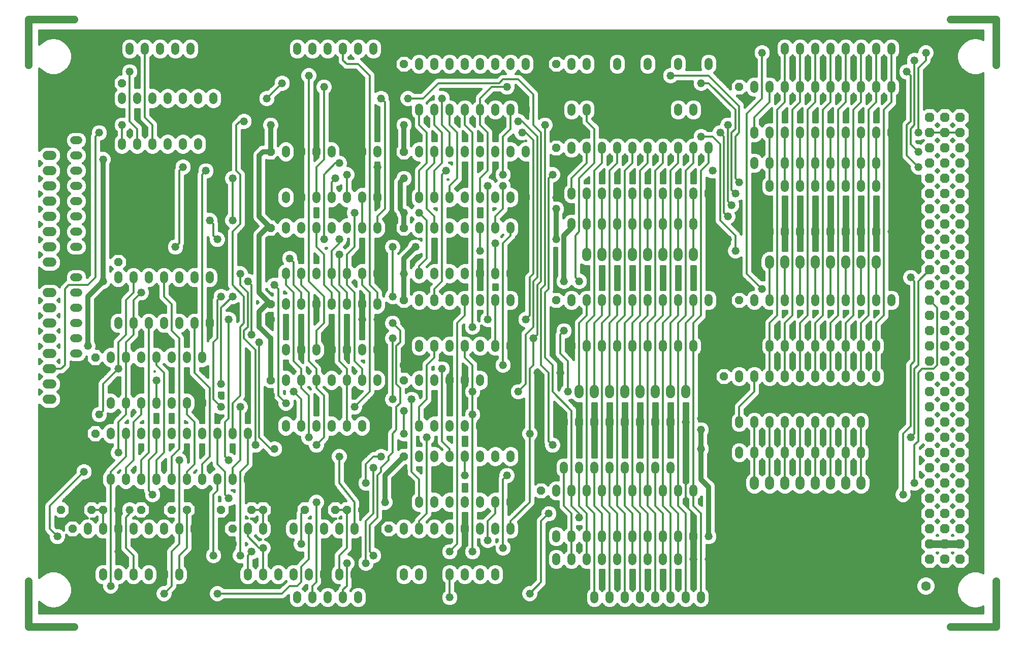
<source format=gbl>
G75*
G70*
%OFA0B0*%
%FSLAX24Y24*%
%IPPOS*%
%LPD*%
%AMOC8*
5,1,8,0,0,1.08239X$1,22.5*
%
%ADD10C,0.0520*%
%ADD11OC8,0.0520*%
%ADD12C,0.0500*%
%ADD13C,0.0630*%
%ADD14OC8,0.0630*%
%ADD15C,0.0594*%
%ADD16C,0.0160*%
%ADD17C,0.0520*%
%ADD18C,0.0120*%
%ADD19C,0.0320*%
D10*
X008598Y010490D02*
X008598Y010750D01*
X009598Y010750D02*
X009598Y010490D01*
X010598Y010490D02*
X010598Y010750D01*
X011598Y010750D02*
X011598Y010490D01*
X012598Y010490D02*
X012598Y010750D01*
X013598Y010750D02*
X013598Y010490D01*
X014598Y010490D02*
X014598Y010750D01*
X015598Y010750D02*
X015598Y010490D01*
X015598Y013490D02*
X015598Y013750D01*
X014598Y013750D02*
X014598Y013490D01*
X013598Y013490D02*
X013598Y013750D01*
X012598Y013750D02*
X012598Y013490D01*
X011598Y013490D02*
X011598Y013750D01*
X010598Y013750D02*
X010598Y013490D01*
X009598Y013490D02*
X009598Y013750D01*
X008598Y013750D02*
X008598Y013490D01*
X010098Y016740D02*
X010098Y017000D01*
X011098Y017000D02*
X011098Y016740D01*
X012098Y016740D02*
X012098Y017000D01*
X013098Y017000D02*
X013098Y016740D01*
X014098Y016740D02*
X014098Y017000D01*
X015098Y017000D02*
X015098Y016740D01*
X016098Y016740D02*
X016098Y017000D01*
X017098Y017000D02*
X017098Y016740D01*
X018098Y016740D02*
X018098Y017000D01*
X019098Y017000D02*
X019098Y016740D01*
X019098Y013750D02*
X019098Y013490D01*
X020098Y013490D02*
X020098Y013750D01*
X021098Y013750D02*
X021098Y013490D01*
X022098Y013490D02*
X022098Y013750D01*
X023098Y013750D02*
X023098Y013490D01*
X024098Y013490D02*
X024098Y013750D01*
X025098Y013750D02*
X025098Y013490D01*
X026098Y013490D02*
X026098Y013750D01*
X029348Y013750D02*
X029348Y013490D01*
X030348Y013490D02*
X030348Y013750D01*
X031348Y013750D02*
X031348Y013490D01*
X032348Y013490D02*
X032348Y013750D01*
X033348Y013750D02*
X033348Y013490D01*
X034348Y013490D02*
X034348Y013750D01*
X035348Y013750D02*
X035348Y013490D01*
X036348Y013490D02*
X036348Y013750D01*
X036348Y015240D02*
X036348Y015500D01*
X035348Y015500D02*
X035348Y015240D01*
X034348Y015240D02*
X034348Y015500D01*
X033348Y015500D02*
X033348Y015240D01*
X032348Y015240D02*
X032348Y015500D01*
X031348Y015500D02*
X031348Y015240D01*
X030348Y015240D02*
X030348Y015500D01*
X030348Y018240D02*
X030348Y018500D01*
X031348Y018500D02*
X031348Y018240D01*
X032348Y018240D02*
X032348Y018500D01*
X033348Y018500D02*
X033348Y018240D01*
X034348Y018240D02*
X034348Y018500D01*
X035348Y018500D02*
X035348Y018240D01*
X036348Y018240D02*
X036348Y018500D01*
X036348Y020240D02*
X036348Y020500D01*
X035348Y020500D02*
X035348Y020240D01*
X034348Y020240D02*
X034348Y020500D01*
X033348Y020500D02*
X033348Y020240D01*
X032348Y020240D02*
X032348Y020500D01*
X031348Y020500D02*
X031348Y020240D01*
X030348Y020240D02*
X030348Y020500D01*
X027598Y020500D02*
X027598Y020240D01*
X026598Y020240D02*
X026598Y020500D01*
X025598Y020500D02*
X025598Y020240D01*
X024598Y020240D02*
X024598Y020500D01*
X023598Y020500D02*
X023598Y020240D01*
X022598Y020240D02*
X022598Y020500D01*
X021598Y020500D02*
X021598Y020240D01*
X019098Y020000D02*
X019098Y019740D01*
X018098Y019740D02*
X018098Y020000D01*
X017098Y020000D02*
X017098Y019740D01*
X016098Y019740D02*
X016098Y020000D01*
X015098Y020000D02*
X015098Y019740D01*
X014098Y019740D02*
X014098Y020000D01*
X013098Y020000D02*
X013098Y019740D01*
X012098Y019740D02*
X012098Y020000D01*
X011098Y020000D02*
X011098Y019740D01*
X010098Y019740D02*
X010098Y020000D01*
X010098Y021740D02*
X010098Y022000D01*
X011098Y022000D02*
X011098Y021740D01*
X012098Y021740D02*
X012098Y022000D01*
X013098Y022000D02*
X013098Y021740D01*
X014098Y021740D02*
X014098Y022000D01*
X015098Y022000D02*
X015098Y021740D01*
X016098Y021740D02*
X016098Y022000D01*
X016098Y024740D02*
X016098Y025000D01*
X015098Y025000D02*
X015098Y024740D01*
X014098Y024740D02*
X014098Y025000D01*
X013098Y025000D02*
X013098Y024740D01*
X012098Y024740D02*
X012098Y025000D01*
X011098Y025000D02*
X011098Y024740D01*
X010098Y024740D02*
X010098Y025000D01*
X010598Y026990D02*
X010598Y027250D01*
X011598Y027250D02*
X011598Y026990D01*
X012598Y026990D02*
X012598Y027250D01*
X013598Y027250D02*
X013598Y026990D01*
X014598Y026990D02*
X014598Y027250D01*
X015598Y027250D02*
X015598Y026990D01*
X016598Y026990D02*
X016598Y027250D01*
X016598Y029990D02*
X016598Y030250D01*
X015598Y030250D02*
X015598Y029990D01*
X014598Y029990D02*
X014598Y030250D01*
X013598Y030250D02*
X013598Y029990D01*
X012598Y029990D02*
X012598Y030250D01*
X011598Y030250D02*
X011598Y029990D01*
X010598Y029990D02*
X010598Y030250D01*
X007978Y030120D02*
X007718Y030120D01*
X007718Y029120D02*
X007978Y029120D01*
X007978Y028120D02*
X007718Y028120D01*
X007718Y027120D02*
X007978Y027120D01*
X007978Y026120D02*
X007718Y026120D01*
X007718Y025120D02*
X007978Y025120D01*
X007978Y032120D02*
X007718Y032120D01*
X007718Y033120D02*
X007978Y033120D01*
X007978Y034120D02*
X007718Y034120D01*
X007718Y035120D02*
X007978Y035120D01*
X007978Y036120D02*
X007718Y036120D01*
X007718Y037120D02*
X007978Y037120D01*
X007978Y038120D02*
X007718Y038120D01*
X007718Y039120D02*
X007978Y039120D01*
X010848Y039000D02*
X010848Y038740D01*
X011848Y038740D02*
X011848Y039000D01*
X012848Y039000D02*
X012848Y038740D01*
X013848Y038740D02*
X013848Y039000D01*
X014848Y039000D02*
X014848Y038740D01*
X015848Y038740D02*
X015848Y039000D01*
X016848Y039000D02*
X016848Y038740D01*
X016848Y041740D02*
X016848Y042000D01*
X015848Y042000D02*
X015848Y041740D01*
X014848Y041740D02*
X014848Y042000D01*
X013848Y042000D02*
X013848Y041740D01*
X012848Y041740D02*
X012848Y042000D01*
X011848Y042000D02*
X011848Y041740D01*
X010848Y041740D02*
X010848Y042000D01*
X011348Y044990D02*
X011348Y045250D01*
X012348Y045250D02*
X012348Y044990D01*
X013348Y044990D02*
X013348Y045250D01*
X014348Y045250D02*
X014348Y044990D01*
X015348Y044990D02*
X015348Y045250D01*
X016348Y045250D02*
X016348Y044990D01*
X022348Y044990D02*
X022348Y045250D01*
X023348Y045250D02*
X023348Y044990D01*
X024348Y044990D02*
X024348Y045250D01*
X025348Y045250D02*
X025348Y044990D01*
X026348Y044990D02*
X026348Y045250D01*
X027348Y045250D02*
X027348Y044990D01*
X030348Y044250D02*
X030348Y043990D01*
X031348Y043990D02*
X031348Y044250D01*
X032348Y044250D02*
X032348Y043990D01*
X033348Y043990D02*
X033348Y044250D01*
X034348Y044250D02*
X034348Y043990D01*
X035348Y043990D02*
X035348Y044250D01*
X036348Y044250D02*
X036348Y043990D01*
X037348Y043990D02*
X037348Y044250D01*
X040348Y044250D02*
X040348Y043990D01*
X041348Y043990D02*
X041348Y044250D01*
X042348Y044250D02*
X042348Y043990D01*
X043348Y043990D02*
X043348Y044250D01*
X044348Y044250D02*
X044348Y043990D01*
X045348Y043990D02*
X045348Y044250D01*
X046348Y044250D02*
X046348Y043990D01*
X047348Y043990D02*
X047348Y044250D01*
X048348Y044250D02*
X048348Y043990D01*
X049348Y043990D02*
X049348Y044250D01*
X052348Y042750D02*
X052348Y042490D01*
X053348Y042490D02*
X053348Y042750D01*
X054348Y042750D02*
X054348Y042490D01*
X055348Y042490D02*
X055348Y042750D01*
X056348Y042750D02*
X056348Y042490D01*
X057348Y042490D02*
X057348Y042750D01*
X058348Y042750D02*
X058348Y042490D01*
X059348Y042490D02*
X059348Y042750D01*
X060348Y042750D02*
X060348Y042490D01*
X061348Y042490D02*
X061348Y042750D01*
X061348Y044990D02*
X061348Y045250D01*
X060348Y045250D02*
X060348Y044990D01*
X059348Y044990D02*
X059348Y045250D01*
X058348Y045250D02*
X058348Y044990D01*
X057348Y044990D02*
X057348Y045250D01*
X056348Y045250D02*
X056348Y044990D01*
X055348Y044990D02*
X055348Y045250D01*
X054348Y045250D02*
X054348Y044990D01*
X049348Y041250D02*
X049348Y040990D01*
X048348Y040990D02*
X048348Y041250D01*
X047348Y041250D02*
X047348Y040990D01*
X046348Y040990D02*
X046348Y041250D01*
X045348Y041250D02*
X045348Y040990D01*
X044348Y040990D02*
X044348Y041250D01*
X043348Y041250D02*
X043348Y040990D01*
X042348Y040990D02*
X042348Y041250D01*
X041348Y041250D02*
X041348Y040990D01*
X040348Y040990D02*
X040348Y041250D01*
X037348Y041250D02*
X037348Y040990D01*
X036348Y040990D02*
X036348Y041250D01*
X035348Y041250D02*
X035348Y040990D01*
X034348Y040990D02*
X034348Y041250D01*
X033348Y041250D02*
X033348Y040990D01*
X032348Y040990D02*
X032348Y041250D01*
X031348Y041250D02*
X031348Y040990D01*
X030348Y040990D02*
X030348Y041250D01*
X030348Y038500D02*
X030348Y038240D01*
X031348Y038240D02*
X031348Y038500D01*
X032348Y038500D02*
X032348Y038240D01*
X033348Y038240D02*
X033348Y038500D01*
X034348Y038500D02*
X034348Y038240D01*
X035348Y038240D02*
X035348Y038500D01*
X036348Y038500D02*
X036348Y038240D01*
X037348Y038240D02*
X037348Y038500D01*
X040348Y038490D02*
X040348Y038750D01*
X041348Y038750D02*
X041348Y038490D01*
X042348Y038490D02*
X042348Y038750D01*
X043348Y038750D02*
X043348Y038490D01*
X044348Y038490D02*
X044348Y038750D01*
X045348Y038750D02*
X045348Y038490D01*
X046348Y038490D02*
X046348Y038750D01*
X047348Y038750D02*
X047348Y038490D01*
X048348Y038490D02*
X048348Y038750D01*
X049348Y038750D02*
X049348Y038490D01*
X052348Y037750D02*
X052348Y037490D01*
X053348Y037490D02*
X053348Y037750D01*
X054348Y037750D02*
X054348Y037490D01*
X055348Y037490D02*
X055348Y037750D01*
X056348Y037750D02*
X056348Y037490D01*
X057348Y037490D02*
X057348Y037750D01*
X058348Y037750D02*
X058348Y037490D01*
X059348Y037490D02*
X059348Y037750D01*
X060348Y037750D02*
X060348Y037490D01*
X060348Y036250D02*
X060348Y035990D01*
X059348Y035990D02*
X059348Y036250D01*
X058348Y036250D02*
X058348Y035990D01*
X057348Y035990D02*
X057348Y036250D01*
X056348Y036250D02*
X056348Y035990D01*
X055348Y035990D02*
X055348Y036250D01*
X054348Y036250D02*
X054348Y035990D01*
X053348Y035990D02*
X053348Y036250D01*
X053348Y033250D02*
X053348Y032990D01*
X054348Y032990D02*
X054348Y033250D01*
X055348Y033250D02*
X055348Y032990D01*
X056348Y032990D02*
X056348Y033250D01*
X057348Y033250D02*
X057348Y032990D01*
X058348Y032990D02*
X058348Y033250D01*
X059348Y033250D02*
X059348Y032990D01*
X060348Y032990D02*
X060348Y033250D01*
X060348Y028750D02*
X060348Y028490D01*
X061348Y028490D02*
X061348Y028750D01*
X059348Y028750D02*
X059348Y028490D01*
X058348Y028490D02*
X058348Y028750D01*
X057348Y028750D02*
X057348Y028490D01*
X056348Y028490D02*
X056348Y028750D01*
X055348Y028750D02*
X055348Y028490D01*
X054348Y028490D02*
X054348Y028750D01*
X053348Y028750D02*
X053348Y028490D01*
X052348Y028490D02*
X052348Y028750D01*
X049348Y028750D02*
X049348Y028490D01*
X048348Y028490D02*
X048348Y028750D01*
X047348Y028750D02*
X047348Y028490D01*
X046348Y028490D02*
X046348Y028750D01*
X045348Y028750D02*
X045348Y028490D01*
X044348Y028490D02*
X044348Y028750D01*
X043348Y028750D02*
X043348Y028490D01*
X042348Y028490D02*
X042348Y028750D01*
X041348Y028750D02*
X041348Y028490D01*
X040348Y028490D02*
X040348Y028750D01*
X036348Y028750D02*
X036348Y028490D01*
X035348Y028490D02*
X035348Y028750D01*
X034348Y028750D02*
X034348Y028490D01*
X033348Y028490D02*
X033348Y028750D01*
X032348Y028750D02*
X032348Y028490D01*
X031348Y028490D02*
X031348Y028750D01*
X030348Y028750D02*
X030348Y028490D01*
X030348Y030240D02*
X030348Y030500D01*
X031348Y030500D02*
X031348Y030240D01*
X032348Y030240D02*
X032348Y030500D01*
X033348Y030500D02*
X033348Y030240D01*
X034348Y030240D02*
X034348Y030500D01*
X035348Y030500D02*
X035348Y030240D01*
X036348Y030240D02*
X036348Y030500D01*
X036348Y033240D02*
X036348Y033500D01*
X035348Y033500D02*
X035348Y033240D01*
X034348Y033240D02*
X034348Y033500D01*
X033348Y033500D02*
X033348Y033240D01*
X032348Y033240D02*
X032348Y033500D01*
X031348Y033500D02*
X031348Y033240D01*
X030348Y033240D02*
X030348Y033500D01*
X030348Y035240D02*
X030348Y035500D01*
X031348Y035500D02*
X031348Y035240D01*
X032348Y035240D02*
X032348Y035500D01*
X033348Y035500D02*
X033348Y035240D01*
X034348Y035240D02*
X034348Y035500D01*
X035348Y035500D02*
X035348Y035240D01*
X036348Y035240D02*
X036348Y035500D01*
X037348Y035500D02*
X037348Y035240D01*
X040348Y035490D02*
X040348Y035750D01*
X041348Y035750D02*
X041348Y035490D01*
X042348Y035490D02*
X042348Y035750D01*
X043348Y035750D02*
X043348Y035490D01*
X044348Y035490D02*
X044348Y035750D01*
X045348Y035750D02*
X045348Y035490D01*
X046348Y035490D02*
X046348Y035750D01*
X047348Y035750D02*
X047348Y035490D01*
X048348Y035490D02*
X048348Y035750D01*
X049348Y035750D02*
X049348Y035490D01*
X048348Y033750D02*
X048348Y033490D01*
X047348Y033490D02*
X047348Y033750D01*
X046348Y033750D02*
X046348Y033490D01*
X045348Y033490D02*
X045348Y033750D01*
X044348Y033750D02*
X044348Y033490D01*
X043348Y033490D02*
X043348Y033750D01*
X042348Y033750D02*
X042348Y033490D01*
X041348Y033490D02*
X041348Y033750D01*
X040348Y033750D02*
X040348Y033490D01*
X040348Y025750D02*
X040348Y025490D01*
X041348Y025490D02*
X041348Y025750D01*
X042348Y025750D02*
X042348Y025490D01*
X043348Y025490D02*
X043348Y025750D01*
X044348Y025750D02*
X044348Y025490D01*
X045348Y025490D02*
X045348Y025750D01*
X046348Y025750D02*
X046348Y025490D01*
X047348Y025490D02*
X047348Y025750D01*
X048348Y025750D02*
X048348Y025490D01*
X049348Y025490D02*
X049348Y025750D01*
X051348Y023750D02*
X051348Y023490D01*
X052348Y023490D02*
X052348Y023750D01*
X053348Y023750D02*
X053348Y023490D01*
X054348Y023490D02*
X054348Y023750D01*
X055348Y023750D02*
X055348Y023490D01*
X056348Y023490D02*
X056348Y023750D01*
X057348Y023750D02*
X057348Y023490D01*
X058348Y023490D02*
X058348Y023750D01*
X059348Y023750D02*
X059348Y023490D01*
X060348Y023490D02*
X060348Y023750D01*
X060348Y025490D02*
X060348Y025750D01*
X061348Y025750D02*
X061348Y025490D01*
X059348Y025490D02*
X059348Y025750D01*
X058348Y025750D02*
X058348Y025490D01*
X057348Y025490D02*
X057348Y025750D01*
X056348Y025750D02*
X056348Y025490D01*
X055348Y025490D02*
X055348Y025750D01*
X054348Y025750D02*
X054348Y025490D01*
X053348Y025490D02*
X053348Y025750D01*
X052348Y025750D02*
X052348Y025490D01*
X052348Y020750D02*
X052348Y020490D01*
X051348Y020490D02*
X051348Y020750D01*
X053348Y020750D02*
X053348Y020490D01*
X054348Y020490D02*
X054348Y020750D01*
X055348Y020750D02*
X055348Y020490D01*
X056348Y020490D02*
X056348Y020750D01*
X057348Y020750D02*
X057348Y020490D01*
X058348Y020490D02*
X058348Y020750D01*
X059348Y020750D02*
X059348Y020490D01*
X060348Y020490D02*
X060348Y020750D01*
X059348Y018750D02*
X059348Y018490D01*
X058348Y018490D02*
X058348Y018750D01*
X057348Y018750D02*
X057348Y018490D01*
X056348Y018490D02*
X056348Y018750D01*
X055348Y018750D02*
X055348Y018490D01*
X054348Y018490D02*
X054348Y018750D01*
X053348Y018750D02*
X053348Y018490D01*
X052348Y018490D02*
X052348Y018750D01*
X051348Y018750D02*
X051348Y018490D01*
X048348Y016250D02*
X048348Y015990D01*
X047348Y015990D02*
X047348Y016250D01*
X046348Y016250D02*
X046348Y015990D01*
X045348Y015990D02*
X045348Y016250D01*
X044348Y016250D02*
X044348Y015990D01*
X043348Y015990D02*
X043348Y016250D01*
X042348Y016250D02*
X042348Y015990D01*
X041348Y015990D02*
X041348Y016250D01*
X040348Y016250D02*
X040348Y015990D01*
X039348Y015990D02*
X039348Y016250D01*
X039848Y017490D02*
X039848Y017750D01*
X040848Y017750D02*
X040848Y017490D01*
X041848Y017490D02*
X041848Y017750D01*
X042848Y017750D02*
X042848Y017490D01*
X043848Y017490D02*
X043848Y017750D01*
X044848Y017750D02*
X044848Y017490D01*
X045848Y017490D02*
X045848Y017750D01*
X046848Y017750D02*
X046848Y017490D01*
X046848Y020490D02*
X046848Y020750D01*
X045848Y020750D02*
X045848Y020490D01*
X044848Y020490D02*
X044848Y020750D01*
X043848Y020750D02*
X043848Y020490D01*
X042848Y020490D02*
X042848Y020750D01*
X041848Y020750D02*
X041848Y020490D01*
X040848Y020490D02*
X040848Y020750D01*
X039848Y020750D02*
X039848Y020490D01*
X036348Y023240D02*
X036348Y023500D01*
X035348Y023500D02*
X035348Y023240D01*
X034348Y023240D02*
X034348Y023500D01*
X033348Y023500D02*
X033348Y023240D01*
X032348Y023240D02*
X032348Y023500D01*
X031348Y023500D02*
X031348Y023240D01*
X030348Y023240D02*
X030348Y023500D01*
X030348Y025490D02*
X030348Y025750D01*
X031348Y025750D02*
X031348Y025490D01*
X032348Y025490D02*
X032348Y025750D01*
X033348Y025750D02*
X033348Y025490D01*
X034348Y025490D02*
X034348Y025750D01*
X035348Y025750D02*
X035348Y025490D01*
X036348Y025490D02*
X036348Y025750D01*
X027598Y025500D02*
X027598Y025240D01*
X026598Y025240D02*
X026598Y025500D01*
X025598Y025500D02*
X025598Y025240D01*
X024598Y025240D02*
X024598Y025500D01*
X023598Y025500D02*
X023598Y025240D01*
X022598Y025240D02*
X022598Y025500D01*
X021598Y025500D02*
X021598Y025240D01*
X021598Y023500D02*
X021598Y023240D01*
X022598Y023240D02*
X022598Y023500D01*
X023598Y023500D02*
X023598Y023240D01*
X024598Y023240D02*
X024598Y023500D01*
X025598Y023500D02*
X025598Y023240D01*
X026598Y023240D02*
X026598Y023500D01*
X027598Y023500D02*
X027598Y023240D01*
X027598Y028240D02*
X027598Y028500D01*
X026598Y028500D02*
X026598Y028240D01*
X025598Y028240D02*
X025598Y028500D01*
X024598Y028500D02*
X024598Y028240D01*
X023598Y028240D02*
X023598Y028500D01*
X022598Y028500D02*
X022598Y028240D01*
X021598Y028240D02*
X021598Y028500D01*
X021598Y030240D02*
X021598Y030500D01*
X022598Y030500D02*
X022598Y030240D01*
X023598Y030240D02*
X023598Y030500D01*
X024598Y030500D02*
X024598Y030240D01*
X025598Y030240D02*
X025598Y030500D01*
X026598Y030500D02*
X026598Y030240D01*
X027598Y030240D02*
X027598Y030500D01*
X027598Y033240D02*
X027598Y033500D01*
X026598Y033500D02*
X026598Y033240D01*
X025598Y033240D02*
X025598Y033500D01*
X024598Y033500D02*
X024598Y033240D01*
X023598Y033240D02*
X023598Y033500D01*
X022598Y033500D02*
X022598Y033240D01*
X021598Y033240D02*
X021598Y033500D01*
X021598Y035240D02*
X021598Y035500D01*
X022598Y035500D02*
X022598Y035240D01*
X023598Y035240D02*
X023598Y035500D01*
X024598Y035500D02*
X024598Y035240D01*
X025598Y035240D02*
X025598Y035500D01*
X026598Y035500D02*
X026598Y035240D01*
X027598Y035240D02*
X027598Y035500D01*
X027598Y038240D02*
X027598Y038500D01*
X026598Y038500D02*
X026598Y038240D01*
X025598Y038240D02*
X025598Y038500D01*
X024598Y038500D02*
X024598Y038240D01*
X023598Y038240D02*
X023598Y038500D01*
X022598Y038500D02*
X022598Y038240D01*
X021598Y038240D02*
X021598Y038500D01*
X052348Y039490D02*
X052348Y039750D01*
X053348Y039750D02*
X053348Y039490D01*
X054348Y039490D02*
X054348Y039750D01*
X055348Y039750D02*
X055348Y039490D01*
X056348Y039490D02*
X056348Y039750D01*
X057348Y039750D02*
X057348Y039490D01*
X058348Y039490D02*
X058348Y039750D01*
X059348Y039750D02*
X059348Y039490D01*
X060348Y039490D02*
X060348Y039750D01*
X061348Y039750D02*
X061348Y039490D01*
X048348Y013250D02*
X048348Y012990D01*
X047348Y012990D02*
X047348Y013250D01*
X046348Y013250D02*
X046348Y012990D01*
X045348Y012990D02*
X045348Y013250D01*
X044348Y013250D02*
X044348Y012990D01*
X043348Y012990D02*
X043348Y013250D01*
X042348Y013250D02*
X042348Y012990D01*
X041348Y012990D02*
X041348Y013250D01*
X040348Y013250D02*
X040348Y012990D01*
X039348Y012990D02*
X039348Y013250D01*
X039348Y011750D02*
X039348Y011490D01*
X040348Y011490D02*
X040348Y011750D01*
X041348Y011750D02*
X041348Y011490D01*
X042348Y011490D02*
X042348Y011750D01*
X043348Y011750D02*
X043348Y011490D01*
X044348Y011490D02*
X044348Y011750D01*
X045348Y011750D02*
X045348Y011490D01*
X046348Y011490D02*
X046348Y011750D01*
X047348Y011750D02*
X047348Y011490D01*
X047848Y009250D02*
X047848Y008990D01*
X048848Y008990D02*
X048848Y009250D01*
X046848Y009250D02*
X046848Y008990D01*
X045848Y008990D02*
X045848Y009250D01*
X044848Y009250D02*
X044848Y008990D01*
X043848Y008990D02*
X043848Y009250D01*
X042848Y009250D02*
X042848Y008990D01*
X041848Y008990D02*
X041848Y009250D01*
X036348Y010490D02*
X036348Y010750D01*
X035348Y010750D02*
X035348Y010490D01*
X034348Y010490D02*
X034348Y010750D01*
X033348Y010750D02*
X033348Y010490D01*
X032348Y010490D02*
X032348Y010750D01*
X031348Y010750D02*
X031348Y010490D01*
X030348Y010490D02*
X030348Y010750D01*
X029348Y010750D02*
X029348Y010490D01*
X027348Y009250D02*
X027348Y008990D01*
X026348Y008990D02*
X026348Y009250D01*
X025348Y009250D02*
X025348Y008990D01*
X024348Y008990D02*
X024348Y009250D01*
X023348Y009250D02*
X023348Y008990D01*
X022348Y008990D02*
X022348Y009250D01*
X022098Y010490D02*
X022098Y010750D01*
X023098Y010750D02*
X023098Y010490D01*
X024098Y010490D02*
X024098Y010750D01*
X025098Y010750D02*
X025098Y010490D01*
X026098Y010490D02*
X026098Y010750D01*
X021098Y010750D02*
X021098Y010490D01*
X020098Y010490D02*
X020098Y010750D01*
X019098Y010750D02*
X019098Y010490D01*
D11*
X018098Y012620D03*
X018098Y013620D03*
X017348Y014870D03*
X016098Y014870D03*
X015098Y014870D03*
X014098Y014870D03*
X012098Y014870D03*
X010598Y014870D03*
X009598Y014870D03*
X008848Y014870D03*
X007598Y013620D03*
X007598Y012620D03*
X006848Y014870D03*
X009098Y018870D03*
X009098Y019870D03*
X009098Y023870D03*
X009098Y024870D03*
X010598Y031120D03*
X011598Y031120D03*
X020598Y032370D03*
X020598Y033370D03*
X020598Y037370D03*
X020598Y038370D03*
X029348Y038370D03*
X029348Y037370D03*
X029348Y033370D03*
X029348Y032370D03*
X029348Y028620D03*
X029348Y027620D03*
X029348Y024370D03*
X029348Y023370D03*
X029348Y018370D03*
X029348Y017370D03*
X026598Y014870D03*
X025598Y014870D03*
X024848Y014870D03*
X022848Y014870D03*
X021098Y014870D03*
X020098Y014870D03*
X019348Y014870D03*
X028348Y013620D03*
X028348Y012620D03*
X038348Y015120D03*
X038348Y016120D03*
X050348Y022620D03*
X050348Y023620D03*
X051348Y027620D03*
X051348Y028620D03*
X039348Y028620D03*
X039348Y027620D03*
X039348Y037620D03*
X039348Y038620D03*
X039348Y043120D03*
X039348Y044120D03*
X029348Y044120D03*
X029348Y043120D03*
X010848Y042870D03*
X009848Y042870D03*
X020598Y028370D03*
X020598Y027370D03*
X020598Y023370D03*
X020598Y022370D03*
X051348Y042620D03*
X051348Y043620D03*
D12*
X007698Y007180D02*
X004698Y007180D01*
X004698Y010180D01*
X004698Y044060D02*
X004698Y047060D01*
X007698Y047060D01*
X063848Y012620D02*
X064848Y012620D01*
X065848Y012620D01*
X068198Y010180D02*
X068198Y007180D01*
X065198Y007180D01*
X068198Y044060D02*
X068198Y047060D01*
X065198Y047060D01*
D13*
X065848Y042620D03*
X063598Y009870D03*
D14*
X064598Y009870D03*
X064848Y011620D03*
X065848Y011620D03*
X065848Y012620D03*
X064848Y012620D03*
X064848Y013620D03*
X064848Y014620D03*
X065848Y014620D03*
X065848Y013620D03*
X065848Y015620D03*
X064848Y015620D03*
X064848Y016620D03*
X065848Y016620D03*
X065848Y017620D03*
X064848Y017620D03*
X064848Y018620D03*
X065848Y018620D03*
X065848Y019620D03*
X064848Y019620D03*
X064848Y020620D03*
X064848Y021620D03*
X065848Y021620D03*
X065848Y020620D03*
X065848Y022620D03*
X064848Y022620D03*
X064848Y023620D03*
X065848Y023620D03*
X065848Y024620D03*
X064848Y024620D03*
X064848Y025620D03*
X065848Y025620D03*
X065848Y026620D03*
X065848Y027620D03*
X064848Y027620D03*
X064848Y026620D03*
X063848Y026620D03*
X063848Y027620D03*
X063848Y028620D03*
X063848Y029620D03*
X063848Y030620D03*
X063848Y031620D03*
X063848Y032620D03*
X063848Y033620D03*
X063848Y034620D03*
X063848Y035620D03*
X063848Y036620D03*
X063848Y037620D03*
X063848Y038620D03*
X063848Y039620D03*
X063848Y040620D03*
X063848Y041620D03*
X063848Y042620D03*
X064848Y042620D03*
X064848Y041620D03*
X065848Y041620D03*
X065848Y040620D03*
X064848Y040620D03*
X064848Y039620D03*
X065848Y039620D03*
X065848Y038620D03*
X064848Y038620D03*
X064848Y037620D03*
X065848Y037620D03*
X065848Y036620D03*
X064848Y036620D03*
X064848Y035620D03*
X065848Y035620D03*
X065848Y034620D03*
X064848Y034620D03*
X064848Y033620D03*
X065848Y033620D03*
X065848Y032620D03*
X064848Y032620D03*
X064848Y031620D03*
X065848Y031620D03*
X065848Y030620D03*
X064848Y030620D03*
X064848Y029620D03*
X065848Y029620D03*
X065848Y028620D03*
X064848Y028620D03*
X063848Y025620D03*
X063848Y024620D03*
X063848Y023620D03*
X063848Y022620D03*
X063848Y021620D03*
X063848Y020620D03*
X063848Y019620D03*
X063848Y018620D03*
X063848Y017620D03*
X063848Y016620D03*
X063848Y015620D03*
X063848Y014620D03*
X063848Y013620D03*
X063848Y012620D03*
X063848Y011620D03*
D15*
X059348Y016471D02*
X059348Y016768D01*
X058348Y016768D02*
X058348Y016471D01*
X057348Y016471D02*
X057348Y016768D01*
X056348Y016768D02*
X056348Y016471D01*
X055348Y016471D02*
X055348Y016768D01*
X054348Y016768D02*
X054348Y016471D01*
X053348Y016471D02*
X053348Y016768D01*
X052348Y016768D02*
X052348Y016471D01*
X047848Y022471D02*
X047848Y022768D01*
X046848Y022768D02*
X046848Y022471D01*
X045848Y022471D02*
X045848Y022768D01*
X044848Y022768D02*
X044848Y022471D01*
X043848Y022471D02*
X043848Y022768D01*
X042848Y022768D02*
X042848Y022471D01*
X041848Y022471D02*
X041848Y022768D01*
X040848Y022768D02*
X040848Y022471D01*
X041348Y031471D02*
X041348Y031768D01*
X042348Y031768D02*
X042348Y031471D01*
X043348Y031471D02*
X043348Y031768D01*
X044348Y031768D02*
X044348Y031471D01*
X045348Y031471D02*
X045348Y031768D01*
X046348Y031768D02*
X046348Y031471D01*
X047348Y031471D02*
X047348Y031768D01*
X048348Y031768D02*
X048348Y031471D01*
X053348Y031268D02*
X053348Y030971D01*
X054348Y030971D02*
X054348Y031268D01*
X055348Y031268D02*
X055348Y030971D01*
X056348Y030971D02*
X056348Y031268D01*
X057348Y031268D02*
X057348Y030971D01*
X058348Y030971D02*
X058348Y031268D01*
X059348Y031268D02*
X059348Y030971D01*
X060348Y030971D02*
X060348Y031268D01*
X006246Y031120D02*
X005949Y031120D01*
X005949Y032120D02*
X006246Y032120D01*
X006246Y033120D02*
X005949Y033120D01*
X005949Y034120D02*
X006246Y034120D01*
X006246Y035120D02*
X005949Y035120D01*
X005949Y036120D02*
X006246Y036120D01*
X006246Y037120D02*
X005949Y037120D01*
X005949Y038120D02*
X006246Y038120D01*
X006246Y029120D02*
X005949Y029120D01*
X005949Y028120D02*
X006246Y028120D01*
X006246Y027120D02*
X005949Y027120D01*
X005949Y026120D02*
X006246Y026120D01*
X006246Y025120D02*
X005949Y025120D01*
X005949Y024120D02*
X006246Y024120D01*
X006246Y023120D02*
X005949Y023120D01*
X005949Y022120D02*
X006246Y022120D01*
D16*
X006813Y022364D02*
X009218Y022364D01*
X009218Y022206D02*
X006863Y022206D01*
X006863Y022242D02*
X006863Y021997D01*
X006769Y021770D01*
X006596Y021597D01*
X006369Y021503D01*
X005827Y021503D01*
X005600Y021597D01*
X005428Y021769D01*
X005428Y010425D01*
X005599Y010596D01*
X005877Y010756D01*
X006187Y010839D01*
X006509Y010839D01*
X006819Y010756D01*
X007097Y010596D01*
X007324Y010369D01*
X007485Y010090D01*
X007568Y009780D01*
X007568Y009459D01*
X007485Y009149D01*
X007324Y008870D01*
X007097Y008643D01*
X006819Y008483D01*
X006509Y008400D01*
X006187Y008400D01*
X005877Y008483D01*
X005599Y008643D01*
X005428Y008814D01*
X005428Y008099D01*
X067360Y008099D01*
X067360Y008506D01*
X067319Y008483D01*
X067009Y008400D01*
X066687Y008400D01*
X066377Y008483D01*
X066099Y008643D01*
X065872Y008870D01*
X065711Y009149D01*
X065628Y009459D01*
X065628Y009780D01*
X065711Y010090D01*
X065872Y010369D01*
X066099Y010596D01*
X066377Y010756D01*
X066687Y010839D01*
X067009Y010839D01*
X067319Y010756D01*
X067360Y010733D01*
X067360Y043506D01*
X067319Y043483D01*
X067009Y043400D01*
X066687Y043400D01*
X066377Y043483D01*
X066099Y043643D01*
X065872Y043870D01*
X065711Y044149D01*
X065628Y044459D01*
X065628Y044780D01*
X065711Y045090D01*
X065872Y045369D01*
X066099Y045596D01*
X066377Y045756D01*
X066687Y045839D01*
X067009Y045839D01*
X067319Y045756D01*
X067360Y045733D01*
X067360Y046330D01*
X005428Y046330D01*
X005428Y045425D01*
X005599Y045596D01*
X005877Y045756D01*
X006187Y045839D01*
X006509Y045839D01*
X006819Y045756D01*
X007097Y045596D01*
X007324Y045369D01*
X007485Y045090D01*
X007568Y044780D01*
X007568Y044459D01*
X007485Y044149D01*
X007324Y043870D01*
X007097Y043643D01*
X006819Y043483D01*
X006509Y043400D01*
X006187Y043400D01*
X005877Y043483D01*
X005599Y043643D01*
X005428Y043814D01*
X005428Y038470D01*
X005600Y038642D01*
X005827Y038736D01*
X006369Y038736D01*
X006596Y038642D01*
X006769Y038469D01*
X006863Y038242D01*
X006863Y037997D01*
X006769Y037770D01*
X006619Y037620D01*
X006769Y037469D01*
X006863Y037242D01*
X006863Y036997D01*
X006769Y036770D01*
X006619Y036620D01*
X006769Y036469D01*
X006863Y036242D01*
X006863Y035997D01*
X006769Y035770D01*
X006619Y035620D01*
X006769Y035469D01*
X006863Y035242D01*
X006863Y034997D01*
X006769Y034770D01*
X006619Y034620D01*
X006769Y034469D01*
X006863Y034242D01*
X006863Y033997D01*
X006769Y033770D01*
X006619Y033620D01*
X006769Y033469D01*
X006863Y033242D01*
X006863Y032997D01*
X006769Y032770D01*
X006619Y032620D01*
X006769Y032469D01*
X006863Y032242D01*
X006863Y031997D01*
X006769Y031770D01*
X006619Y031620D01*
X006769Y031469D01*
X006863Y031242D01*
X006863Y030997D01*
X006769Y030770D01*
X006596Y030597D01*
X006369Y030503D01*
X005827Y030503D01*
X005600Y030597D01*
X005428Y030769D01*
X005428Y029470D01*
X005600Y029642D01*
X005827Y029736D01*
X006369Y029736D01*
X006596Y029642D01*
X006740Y029498D01*
X006776Y029585D01*
X007026Y029835D01*
X007133Y029942D01*
X007159Y029953D01*
X007138Y030004D01*
X007138Y030235D01*
X007226Y030448D01*
X007389Y030611D01*
X007602Y030699D01*
X008093Y030699D01*
X008306Y030611D01*
X008470Y030448D01*
X008558Y030235D01*
X008558Y030117D01*
X008718Y030277D01*
X008718Y039294D01*
X008718Y039445D01*
X008768Y039566D01*
X008768Y039735D01*
X008856Y039948D01*
X009019Y040111D01*
X009232Y040199D01*
X009463Y040199D01*
X009676Y040111D01*
X009840Y039948D01*
X009928Y039735D01*
X009928Y039504D01*
X009840Y039291D01*
X009676Y039128D01*
X009478Y039046D01*
X009478Y038448D01*
X009482Y038449D01*
X009713Y038449D01*
X009926Y038361D01*
X010090Y038198D01*
X010178Y037985D01*
X010178Y037754D01*
X010090Y037541D01*
X010078Y037529D01*
X010078Y031420D01*
X010358Y031699D01*
X010838Y031699D01*
X011178Y031360D01*
X011178Y030879D01*
X010983Y030684D01*
X011090Y030578D01*
X011098Y030558D01*
X011106Y030578D01*
X011269Y030741D01*
X011482Y030829D01*
X011713Y030829D01*
X011926Y030741D01*
X012090Y030578D01*
X012098Y030558D01*
X012106Y030578D01*
X012269Y030741D01*
X012482Y030829D01*
X012713Y030829D01*
X012926Y030741D01*
X013090Y030578D01*
X013098Y030558D01*
X013106Y030578D01*
X013269Y030741D01*
X013482Y030829D01*
X013713Y030829D01*
X013926Y030741D01*
X014090Y030578D01*
X014098Y030558D01*
X014106Y030578D01*
X014269Y030741D01*
X014482Y030829D01*
X014713Y030829D01*
X014926Y030741D01*
X015090Y030578D01*
X015098Y030558D01*
X015106Y030578D01*
X015269Y030741D01*
X015482Y030829D01*
X015713Y030829D01*
X015718Y030828D01*
X015718Y036794D01*
X015718Y036945D01*
X015768Y037066D01*
X015768Y037235D01*
X015856Y037448D01*
X016019Y037611D01*
X016232Y037699D01*
X016463Y037699D01*
X016676Y037611D01*
X016840Y037448D01*
X016928Y037235D01*
X016928Y037004D01*
X016840Y036791D01*
X016676Y036628D01*
X016478Y036546D01*
X016478Y034448D01*
X016482Y034449D01*
X016713Y034449D01*
X016926Y034361D01*
X017090Y034198D01*
X017178Y033985D01*
X017178Y033816D01*
X017228Y033695D01*
X017228Y033193D01*
X017426Y033111D01*
X017590Y032948D01*
X017678Y032735D01*
X017678Y032504D01*
X017590Y032291D01*
X017426Y032128D01*
X017213Y032040D01*
X016982Y032040D01*
X016769Y032128D01*
X016606Y032291D01*
X016518Y032504D01*
X016518Y032673D01*
X016478Y032770D01*
X016478Y030828D01*
X016482Y030829D01*
X016713Y030829D01*
X016926Y030741D01*
X017090Y030578D01*
X017178Y030365D01*
X017178Y029874D01*
X017090Y029661D01*
X016926Y029498D01*
X016713Y029410D01*
X016482Y029410D01*
X016478Y029411D01*
X016478Y025969D01*
X016526Y026085D01*
X016633Y026192D01*
X016718Y026277D01*
X016718Y028544D01*
X016718Y028695D01*
X016768Y028816D01*
X016768Y028985D01*
X016856Y029198D01*
X017019Y029361D01*
X017232Y029449D01*
X017463Y029449D01*
X017676Y029361D01*
X017723Y029315D01*
X017769Y029361D01*
X017804Y029376D01*
X017776Y029404D01*
X017718Y029544D01*
X017718Y033044D01*
X017718Y033195D01*
X017776Y033335D01*
X017804Y033363D01*
X017769Y033378D01*
X017606Y033541D01*
X017518Y033754D01*
X017518Y033985D01*
X017606Y034198D01*
X017718Y034310D01*
X017718Y036179D01*
X017606Y036291D01*
X017518Y036504D01*
X017518Y036735D01*
X017606Y036948D01*
X017769Y037111D01*
X017968Y037193D01*
X017968Y040195D01*
X018026Y040335D01*
X018133Y040442D01*
X018133Y040442D01*
X018276Y040585D01*
X018276Y040585D01*
X018333Y040642D01*
X018356Y040698D01*
X018519Y040861D01*
X018732Y040949D01*
X018963Y040949D01*
X019176Y040861D01*
X019340Y040698D01*
X019428Y040485D01*
X019428Y040254D01*
X019340Y040041D01*
X019176Y039878D01*
X018963Y039790D01*
X018732Y039790D01*
X018728Y039791D01*
X018728Y037277D01*
X018920Y037085D01*
X018978Y036945D01*
X018978Y036794D01*
X018978Y033544D01*
X018920Y033404D01*
X018813Y033297D01*
X018478Y032962D01*
X018478Y030948D01*
X018482Y030949D01*
X018713Y030949D01*
X018926Y030861D01*
X019090Y030698D01*
X019178Y030485D01*
X019178Y030449D01*
X019213Y030449D01*
X019368Y030385D01*
X019368Y032965D01*
X019441Y033141D01*
X019576Y033276D01*
X019794Y033495D01*
X019441Y033848D01*
X019368Y034024D01*
X019368Y034215D01*
X019368Y038215D01*
X019441Y038391D01*
X019576Y038526D01*
X019826Y038776D01*
X020002Y038849D01*
X020118Y038849D01*
X020118Y039779D01*
X020106Y039791D01*
X020018Y040004D01*
X020018Y040235D01*
X020106Y040448D01*
X020269Y040611D01*
X020482Y040699D01*
X020713Y040699D01*
X020926Y040611D01*
X021090Y040448D01*
X021178Y040235D01*
X021178Y040004D01*
X021090Y039791D01*
X021078Y039779D01*
X021078Y038760D01*
X021106Y038828D01*
X021269Y038991D01*
X021482Y039079D01*
X021713Y039079D01*
X021926Y038991D01*
X022090Y038828D01*
X022178Y038615D01*
X022178Y038124D01*
X022090Y037911D01*
X021926Y037748D01*
X021713Y037660D01*
X021482Y037660D01*
X021269Y037748D01*
X021106Y037911D01*
X021063Y038015D01*
X020838Y037790D01*
X020358Y037790D01*
X020328Y037819D01*
X020328Y034318D01*
X020697Y033949D01*
X020838Y033949D01*
X021063Y033724D01*
X021106Y033828D01*
X021269Y033991D01*
X021482Y034079D01*
X021713Y034079D01*
X021926Y033991D01*
X022090Y033828D01*
X022098Y033808D01*
X022106Y033828D01*
X022269Y033991D01*
X022482Y034079D01*
X022713Y034079D01*
X022718Y034078D01*
X022718Y042929D01*
X022606Y043041D01*
X022518Y043254D01*
X022518Y043485D01*
X022606Y043698D01*
X022769Y043861D01*
X022982Y043949D01*
X023213Y043949D01*
X023426Y043861D01*
X023590Y043698D01*
X023678Y043485D01*
X023678Y043254D01*
X023590Y043041D01*
X023478Y042929D01*
X023478Y037787D01*
X023718Y038027D01*
X023718Y042179D01*
X023606Y042291D01*
X023518Y042504D01*
X023518Y042735D01*
X023606Y042948D01*
X023769Y043111D01*
X023982Y043199D01*
X024213Y043199D01*
X024426Y043111D01*
X024590Y042948D01*
X024678Y042735D01*
X024678Y042504D01*
X024590Y042291D01*
X024478Y042179D01*
X024478Y039078D01*
X024482Y039079D01*
X024713Y039079D01*
X024926Y038991D01*
X025090Y038828D01*
X025178Y038615D01*
X025178Y038199D01*
X025213Y038199D01*
X025426Y038111D01*
X025590Y037948D01*
X025678Y037735D01*
X025678Y037504D01*
X025655Y037449D01*
X025713Y037449D01*
X025926Y037361D01*
X026090Y037198D01*
X026178Y036985D01*
X026178Y036754D01*
X026090Y036541D01*
X025978Y036429D01*
X025978Y035940D01*
X026090Y035828D01*
X026098Y035808D01*
X026106Y035828D01*
X026269Y035991D01*
X026482Y036079D01*
X026713Y036079D01*
X026718Y036078D01*
X026718Y043212D01*
X026190Y043740D01*
X025522Y043740D01*
X025383Y043797D01*
X025276Y043904D01*
X025026Y044154D01*
X024968Y044294D01*
X024968Y044445D01*
X024968Y044549D01*
X024856Y044661D01*
X024848Y044681D01*
X024840Y044661D01*
X024676Y044498D01*
X024463Y044410D01*
X024232Y044410D01*
X024019Y044498D01*
X023856Y044661D01*
X023848Y044681D01*
X023840Y044661D01*
X023676Y044498D01*
X023463Y044410D01*
X023232Y044410D01*
X023019Y044498D01*
X022856Y044661D01*
X022848Y044681D01*
X022840Y044661D01*
X022676Y044498D01*
X022463Y044410D01*
X022232Y044410D01*
X022019Y044498D01*
X021856Y044661D01*
X021768Y044874D01*
X021768Y045365D01*
X021856Y045578D01*
X022019Y045741D01*
X022232Y045829D01*
X022463Y045829D01*
X022676Y045741D01*
X022840Y045578D01*
X022848Y045558D01*
X022856Y045578D01*
X023019Y045741D01*
X023232Y045829D01*
X023463Y045829D01*
X023676Y045741D01*
X023840Y045578D01*
X023848Y045558D01*
X023856Y045578D01*
X024019Y045741D01*
X024232Y045829D01*
X024463Y045829D01*
X024676Y045741D01*
X024840Y045578D01*
X024848Y045558D01*
X024856Y045578D01*
X025019Y045741D01*
X025232Y045829D01*
X025463Y045829D01*
X025676Y045741D01*
X025840Y045578D01*
X025848Y045558D01*
X025856Y045578D01*
X026019Y045741D01*
X026232Y045829D01*
X026463Y045829D01*
X026676Y045741D01*
X026840Y045578D01*
X026848Y045558D01*
X026856Y045578D01*
X027019Y045741D01*
X027232Y045829D01*
X027463Y045829D01*
X027676Y045741D01*
X027840Y045578D01*
X027928Y045365D01*
X027928Y044874D01*
X027840Y044661D01*
X027676Y044498D01*
X027463Y044410D01*
X027232Y044410D01*
X027019Y044498D01*
X026856Y044661D01*
X026848Y044681D01*
X026840Y044661D01*
X026676Y044498D01*
X026552Y044446D01*
X026563Y044442D01*
X026670Y044335D01*
X026670Y044335D01*
X027313Y043692D01*
X027313Y043692D01*
X027420Y043585D01*
X027478Y043445D01*
X027478Y042320D01*
X027519Y042361D01*
X027732Y042449D01*
X027963Y042449D01*
X028176Y042361D01*
X028340Y042198D01*
X028428Y041985D01*
X028428Y041816D01*
X028478Y041695D01*
X028478Y041544D01*
X028478Y034544D01*
X028420Y034404D01*
X028313Y034297D01*
X027978Y033962D01*
X027978Y033940D01*
X028090Y033828D01*
X028178Y033615D01*
X028178Y033124D01*
X028090Y032911D01*
X027926Y032748D01*
X027713Y032660D01*
X027482Y032660D01*
X027478Y032661D01*
X027478Y029777D01*
X027813Y029442D01*
X027813Y029442D01*
X027920Y029335D01*
X027978Y029195D01*
X027978Y028940D01*
X028018Y028900D01*
X028018Y028985D01*
X028106Y029198D01*
X028218Y029310D01*
X028218Y031679D01*
X028106Y031791D01*
X028018Y032004D01*
X028018Y032235D01*
X028106Y032448D01*
X028269Y032611D01*
X028482Y032699D01*
X028713Y032699D01*
X028926Y032611D01*
X029090Y032448D01*
X029178Y032235D01*
X029178Y032004D01*
X029090Y031791D01*
X028978Y031679D01*
X028978Y031678D01*
X029518Y032218D01*
X029518Y032235D01*
X029606Y032448D01*
X029769Y032611D01*
X029982Y032699D01*
X030136Y032699D01*
X030019Y032748D01*
X029856Y032911D01*
X029813Y033015D01*
X029588Y032790D01*
X029108Y032790D01*
X028768Y033129D01*
X028768Y033610D01*
X028868Y033710D01*
X028868Y034029D01*
X028856Y034041D01*
X028768Y034254D01*
X028768Y034271D01*
X028691Y034348D01*
X028618Y034524D01*
X028618Y036274D01*
X028618Y036465D01*
X028691Y036641D01*
X028768Y036718D01*
X028768Y036735D01*
X028856Y036948D01*
X029019Y037111D01*
X029232Y037199D01*
X029463Y037199D01*
X029676Y037111D01*
X029840Y036948D01*
X029928Y036735D01*
X029928Y036504D01*
X029840Y036291D01*
X029676Y036128D01*
X029578Y036087D01*
X029578Y034902D01*
X029676Y034861D01*
X029840Y034698D01*
X029848Y034678D01*
X029856Y034698D01*
X029963Y034804D01*
X029856Y034911D01*
X029768Y035124D01*
X029768Y035615D01*
X029856Y035828D01*
X029968Y035940D01*
X029968Y037195D01*
X030026Y037335D01*
X030133Y037442D01*
X030133Y037442D01*
X030351Y037660D01*
X030232Y037660D01*
X030019Y037748D01*
X029856Y037911D01*
X029813Y038015D01*
X029588Y037790D01*
X029108Y037790D01*
X028768Y038129D01*
X028768Y038610D01*
X028868Y038710D01*
X028868Y039779D01*
X028856Y039791D01*
X028768Y040004D01*
X028768Y040235D01*
X028856Y040448D01*
X029019Y040611D01*
X029232Y040699D01*
X029463Y040699D01*
X029676Y040611D01*
X029840Y040448D01*
X029928Y040235D01*
X029928Y040004D01*
X029840Y039791D01*
X029828Y039779D01*
X029828Y038760D01*
X029856Y038828D01*
X030019Y038991D01*
X030232Y039079D01*
X030463Y039079D01*
X030468Y039078D01*
X030468Y039462D01*
X030133Y039797D01*
X030026Y039904D01*
X029968Y040044D01*
X029968Y040549D01*
X029856Y040661D01*
X029768Y040874D01*
X029768Y041312D01*
X029713Y041290D01*
X029482Y041290D01*
X029269Y041378D01*
X029106Y041541D01*
X029018Y041754D01*
X029018Y041985D01*
X029106Y042198D01*
X029269Y042361D01*
X029482Y042449D01*
X029713Y042449D01*
X029926Y042361D01*
X030038Y042249D01*
X030440Y042249D01*
X031276Y043085D01*
X031383Y043192D01*
X031522Y043249D01*
X035440Y043249D01*
X035526Y043335D01*
X035633Y043442D01*
X035772Y043499D01*
X036018Y043499D01*
X035856Y043661D01*
X035848Y043681D01*
X035840Y043661D01*
X035676Y043498D01*
X035463Y043410D01*
X035232Y043410D01*
X035019Y043498D01*
X034856Y043661D01*
X034848Y043681D01*
X034840Y043661D01*
X034676Y043498D01*
X034463Y043410D01*
X034232Y043410D01*
X034019Y043498D01*
X033856Y043661D01*
X033848Y043681D01*
X033840Y043661D01*
X033676Y043498D01*
X033463Y043410D01*
X033232Y043410D01*
X033019Y043498D01*
X032856Y043661D01*
X032848Y043681D01*
X032840Y043661D01*
X032676Y043498D01*
X032463Y043410D01*
X032232Y043410D01*
X032019Y043498D01*
X031856Y043661D01*
X031848Y043681D01*
X031840Y043661D01*
X031676Y043498D01*
X031463Y043410D01*
X031232Y043410D01*
X031019Y043498D01*
X030856Y043661D01*
X030848Y043681D01*
X030840Y043661D01*
X030676Y043498D01*
X030463Y043410D01*
X030232Y043410D01*
X030019Y043498D01*
X029856Y043661D01*
X029813Y043765D01*
X029588Y043540D01*
X029108Y043540D01*
X028768Y043879D01*
X028768Y044360D01*
X029108Y044699D01*
X029588Y044699D01*
X029813Y044474D01*
X029856Y044578D01*
X030019Y044741D01*
X030232Y044829D01*
X030463Y044829D01*
X030676Y044741D01*
X030840Y044578D01*
X030848Y044558D01*
X030856Y044578D01*
X031019Y044741D01*
X031232Y044829D01*
X031463Y044829D01*
X031676Y044741D01*
X031840Y044578D01*
X031848Y044558D01*
X031856Y044578D01*
X032019Y044741D01*
X032232Y044829D01*
X032463Y044829D01*
X032676Y044741D01*
X032840Y044578D01*
X032848Y044558D01*
X032856Y044578D01*
X033019Y044741D01*
X033232Y044829D01*
X033463Y044829D01*
X033676Y044741D01*
X033840Y044578D01*
X033848Y044558D01*
X033856Y044578D01*
X034019Y044741D01*
X034232Y044829D01*
X034463Y044829D01*
X034676Y044741D01*
X034840Y044578D01*
X034848Y044558D01*
X034856Y044578D01*
X035019Y044741D01*
X035232Y044829D01*
X035463Y044829D01*
X035676Y044741D01*
X035840Y044578D01*
X035848Y044558D01*
X035856Y044578D01*
X036019Y044741D01*
X036232Y044829D01*
X036463Y044829D01*
X036676Y044741D01*
X036840Y044578D01*
X036848Y044558D01*
X036856Y044578D01*
X037019Y044741D01*
X037232Y044829D01*
X037463Y044829D01*
X037676Y044741D01*
X037840Y044578D01*
X037928Y044365D01*
X037928Y043874D01*
X037840Y043661D01*
X037676Y043498D01*
X037463Y043410D01*
X037232Y043410D01*
X037019Y043498D01*
X036856Y043661D01*
X036848Y043681D01*
X036840Y043661D01*
X036678Y043499D01*
X036772Y043499D01*
X036923Y043499D01*
X037063Y043442D01*
X038170Y042335D01*
X038228Y042195D01*
X038228Y042044D01*
X038228Y040570D01*
X038269Y040611D01*
X038482Y040699D01*
X038713Y040699D01*
X038926Y040611D01*
X039090Y040448D01*
X039178Y040235D01*
X039178Y040004D01*
X039090Y039791D01*
X038978Y039679D01*
X038978Y039070D01*
X039108Y039199D01*
X039588Y039199D01*
X039813Y038974D01*
X039856Y039078D01*
X040019Y039241D01*
X040232Y039329D01*
X040463Y039329D01*
X040676Y039241D01*
X040840Y039078D01*
X040848Y039058D01*
X040856Y039078D01*
X041019Y039241D01*
X041232Y039329D01*
X041463Y039329D01*
X041468Y039328D01*
X041466Y039328D01*
X041468Y039328D02*
X041468Y039712D01*
X041133Y040047D01*
X041026Y040154D01*
X040968Y040294D01*
X040968Y040549D01*
X040856Y040661D01*
X040848Y040681D01*
X040840Y040661D01*
X040676Y040498D01*
X040463Y040410D01*
X040232Y040410D01*
X040019Y040498D01*
X039856Y040661D01*
X039768Y040874D01*
X039768Y041365D01*
X039856Y041578D01*
X040019Y041741D01*
X040232Y041829D01*
X040463Y041829D01*
X040676Y041741D01*
X040840Y041578D01*
X040848Y041558D01*
X040856Y041578D01*
X041019Y041741D01*
X041232Y041829D01*
X041463Y041829D01*
X041676Y041741D01*
X041840Y041578D01*
X041928Y041365D01*
X041928Y040874D01*
X041840Y040661D01*
X041728Y040549D01*
X041728Y040527D01*
X042170Y040085D01*
X042228Y039945D01*
X042228Y039794D01*
X042228Y039328D01*
X042229Y039328D01*
X042228Y039328D02*
X042232Y039329D01*
X042463Y039329D01*
X042676Y039241D01*
X042840Y039078D01*
X042848Y039058D01*
X042856Y039078D01*
X043019Y039241D01*
X043232Y039329D01*
X043463Y039329D01*
X043676Y039241D01*
X043840Y039078D01*
X043848Y039058D01*
X043856Y039078D01*
X044019Y039241D01*
X044232Y039329D01*
X044463Y039329D01*
X044676Y039241D01*
X044840Y039078D01*
X044848Y039058D01*
X044856Y039078D01*
X045019Y039241D01*
X045232Y039329D01*
X045463Y039329D01*
X045676Y039241D01*
X045840Y039078D01*
X045848Y039058D01*
X045856Y039078D01*
X046019Y039241D01*
X046232Y039329D01*
X046463Y039329D01*
X046676Y039241D01*
X046840Y039078D01*
X046848Y039058D01*
X046856Y039078D01*
X047019Y039241D01*
X047232Y039329D01*
X047463Y039329D01*
X047676Y039241D01*
X047840Y039078D01*
X047848Y039058D01*
X047856Y039078D01*
X048019Y039241D01*
X048232Y039329D01*
X048268Y039329D01*
X048268Y039485D01*
X048356Y039698D01*
X048519Y039861D01*
X048732Y039949D01*
X048963Y039949D01*
X049176Y039861D01*
X049288Y039749D01*
X049524Y039749D01*
X049606Y039948D01*
X049769Y040111D01*
X049982Y040199D01*
X050018Y040199D01*
X050018Y040235D01*
X050106Y040448D01*
X050269Y040611D01*
X050482Y040699D01*
X050713Y040699D01*
X050718Y040698D01*
X050718Y040962D01*
X049239Y042441D01*
X049176Y042378D01*
X048963Y042290D01*
X048732Y042290D01*
X048519Y042378D01*
X048356Y042541D01*
X048268Y042754D01*
X048268Y042985D01*
X048270Y042990D01*
X047288Y042990D01*
X047176Y042878D01*
X046963Y042790D01*
X046732Y042790D01*
X046519Y042878D01*
X046356Y043041D01*
X046268Y043254D01*
X046268Y043485D01*
X046356Y043698D01*
X046519Y043861D01*
X046732Y043949D01*
X046768Y043949D01*
X046768Y044365D01*
X046856Y044578D01*
X047019Y044741D01*
X047232Y044829D01*
X047463Y044829D01*
X047676Y044741D01*
X047840Y044578D01*
X047928Y044365D01*
X047928Y043874D01*
X047876Y043749D01*
X048820Y043749D01*
X048768Y043874D01*
X048768Y044365D01*
X048856Y044578D01*
X049019Y044741D01*
X049232Y044829D01*
X049463Y044829D01*
X049676Y044741D01*
X049840Y044578D01*
X049928Y044365D01*
X049928Y043874D01*
X049840Y043661D01*
X049717Y043538D01*
X050768Y042487D01*
X050768Y042860D01*
X051108Y043199D01*
X051588Y043199D01*
X051813Y042974D01*
X051856Y043078D01*
X052019Y043241D01*
X052232Y043329D01*
X052463Y043329D01*
X052468Y043328D01*
X052468Y044429D01*
X052356Y044541D01*
X052268Y044754D01*
X052268Y044985D01*
X052356Y045198D01*
X052519Y045361D01*
X052732Y045449D01*
X052963Y045449D01*
X053176Y045361D01*
X053340Y045198D01*
X053428Y044985D01*
X053428Y044754D01*
X053340Y044541D01*
X053228Y044429D01*
X053228Y043328D01*
X053232Y043329D01*
X053463Y043329D01*
X053676Y043241D01*
X053840Y043078D01*
X053848Y043058D01*
X053856Y043078D01*
X053968Y043190D01*
X053968Y044549D01*
X053856Y044661D01*
X053768Y044874D01*
X053768Y045365D01*
X053856Y045578D01*
X054019Y045741D01*
X054232Y045829D01*
X054463Y045829D01*
X054676Y045741D01*
X054840Y045578D01*
X054848Y045558D01*
X054856Y045578D01*
X055019Y045741D01*
X055232Y045829D01*
X055463Y045829D01*
X055676Y045741D01*
X055840Y045578D01*
X055848Y045558D01*
X055856Y045578D01*
X056019Y045741D01*
X056232Y045829D01*
X056463Y045829D01*
X056676Y045741D01*
X056840Y045578D01*
X056848Y045558D01*
X056856Y045578D01*
X057019Y045741D01*
X057232Y045829D01*
X057463Y045829D01*
X057676Y045741D01*
X057840Y045578D01*
X057848Y045558D01*
X057856Y045578D01*
X058019Y045741D01*
X058232Y045829D01*
X058463Y045829D01*
X058676Y045741D01*
X058840Y045578D01*
X058848Y045558D01*
X058856Y045578D01*
X059019Y045741D01*
X059232Y045829D01*
X059463Y045829D01*
X059676Y045741D01*
X059840Y045578D01*
X059848Y045558D01*
X059856Y045578D01*
X060019Y045741D01*
X060232Y045829D01*
X060463Y045829D01*
X060676Y045741D01*
X060840Y045578D01*
X060848Y045558D01*
X060856Y045578D01*
X061019Y045741D01*
X061232Y045829D01*
X061463Y045829D01*
X061676Y045741D01*
X061840Y045578D01*
X061928Y045365D01*
X061928Y044874D01*
X061840Y044661D01*
X061728Y044549D01*
X061728Y043190D01*
X061840Y043078D01*
X061928Y042865D01*
X061928Y042374D01*
X061840Y042161D01*
X061728Y042049D01*
X061728Y041695D01*
X061728Y041544D01*
X061670Y041404D01*
X061228Y040962D01*
X061228Y029328D01*
X061232Y029329D01*
X061463Y029329D01*
X061676Y029241D01*
X061840Y029078D01*
X061928Y028865D01*
X061928Y028374D01*
X061840Y028161D01*
X061676Y027998D01*
X061463Y027910D01*
X061232Y027910D01*
X061228Y027911D01*
X061228Y027695D01*
X061228Y027544D01*
X061170Y027404D01*
X060728Y026962D01*
X060728Y026190D01*
X060840Y026078D01*
X060928Y025865D01*
X060928Y025374D01*
X060840Y025161D01*
X060728Y025049D01*
X060728Y024190D01*
X060840Y024078D01*
X060928Y023865D01*
X060928Y023374D01*
X060840Y023161D01*
X060676Y022998D01*
X060463Y022910D01*
X060232Y022910D01*
X060019Y022998D01*
X059677Y022998D01*
X059676Y022998D02*
X059840Y023161D01*
X059848Y023181D01*
X059856Y023161D01*
X060019Y022998D01*
X059860Y023157D02*
X059835Y023157D01*
X059676Y022998D02*
X059463Y022910D01*
X059232Y022910D01*
X059019Y022998D01*
X058677Y022998D01*
X058676Y022998D02*
X058840Y023161D01*
X058848Y023181D01*
X058856Y023161D01*
X059019Y022998D01*
X058860Y023157D02*
X058835Y023157D01*
X058676Y022998D02*
X058463Y022910D01*
X058232Y022910D01*
X058019Y022998D01*
X057677Y022998D01*
X057676Y022998D02*
X057840Y023161D01*
X057848Y023181D01*
X057856Y023161D01*
X058019Y022998D01*
X057860Y023157D02*
X057835Y023157D01*
X057676Y022998D02*
X057463Y022910D01*
X057232Y022910D01*
X057019Y022998D01*
X056677Y022998D01*
X056676Y022998D02*
X056840Y023161D01*
X056848Y023181D01*
X056856Y023161D01*
X057019Y022998D01*
X056860Y023157D02*
X056835Y023157D01*
X056676Y022998D02*
X056463Y022910D01*
X056232Y022910D01*
X056019Y022998D01*
X055677Y022998D01*
X055676Y022998D02*
X055840Y023161D01*
X055848Y023181D01*
X055856Y023161D01*
X056019Y022998D01*
X055860Y023157D02*
X055835Y023157D01*
X055676Y022998D02*
X055463Y022910D01*
X055232Y022910D01*
X055019Y022998D01*
X054677Y022998D01*
X054676Y022998D02*
X054840Y023161D01*
X054848Y023181D01*
X054856Y023161D01*
X055019Y022998D01*
X054860Y023157D02*
X054835Y023157D01*
X054676Y022998D02*
X054463Y022910D01*
X054232Y022910D01*
X054019Y022998D01*
X053677Y022998D01*
X053676Y022998D02*
X053840Y023161D01*
X053848Y023181D01*
X053856Y023161D01*
X054019Y022998D01*
X053860Y023157D02*
X053835Y023157D01*
X053676Y022998D02*
X053463Y022910D01*
X053232Y022910D01*
X053019Y022998D01*
X052728Y022998D01*
X052728Y023049D02*
X052840Y023161D01*
X052848Y023181D01*
X052856Y023161D01*
X053019Y022998D01*
X052860Y023157D02*
X052835Y023157D01*
X052728Y023049D02*
X052728Y022544D01*
X052670Y022404D01*
X052563Y022297D01*
X051728Y021462D01*
X051728Y021190D01*
X051840Y021078D01*
X051848Y021058D01*
X051856Y021078D01*
X052019Y021241D01*
X052232Y021329D01*
X052463Y021329D01*
X052676Y021241D01*
X052840Y021078D01*
X052848Y021058D01*
X052856Y021078D01*
X053019Y021241D01*
X053232Y021329D01*
X053463Y021329D01*
X053676Y021241D01*
X053840Y021078D01*
X053848Y021058D01*
X053856Y021078D01*
X054019Y021241D01*
X054232Y021329D01*
X054463Y021329D01*
X054676Y021241D01*
X054840Y021078D01*
X054848Y021058D01*
X054856Y021078D01*
X055019Y021241D01*
X055232Y021329D01*
X055463Y021329D01*
X055676Y021241D01*
X055840Y021078D01*
X055848Y021058D01*
X055856Y021078D01*
X056019Y021241D01*
X056232Y021329D01*
X056463Y021329D01*
X056676Y021241D01*
X056840Y021078D01*
X056848Y021058D01*
X056856Y021078D01*
X057019Y021241D01*
X057232Y021329D01*
X057463Y021329D01*
X057676Y021241D01*
X057840Y021078D01*
X057848Y021058D01*
X057856Y021078D01*
X058019Y021241D01*
X058232Y021329D01*
X058463Y021329D01*
X058676Y021241D01*
X058840Y021078D01*
X058848Y021058D01*
X058856Y021078D01*
X059019Y021241D01*
X059232Y021329D01*
X059463Y021329D01*
X059676Y021241D01*
X059840Y021078D01*
X059928Y020865D01*
X059928Y020374D01*
X059840Y020161D01*
X059728Y020049D01*
X059728Y019190D01*
X059840Y019078D01*
X059928Y018865D01*
X059928Y018374D01*
X059840Y018161D01*
X059728Y018049D01*
X059728Y017260D01*
X059871Y017117D01*
X059965Y016891D01*
X059965Y016348D01*
X059871Y016122D01*
X059697Y015948D01*
X059471Y015854D01*
X059225Y015854D01*
X058998Y015948D01*
X058848Y016099D01*
X058697Y015948D01*
X058471Y015854D01*
X058225Y015854D01*
X057998Y015948D01*
X057848Y016099D01*
X057697Y015948D01*
X057471Y015854D01*
X057225Y015854D01*
X056998Y015948D01*
X056848Y016099D01*
X056697Y015948D01*
X056471Y015854D01*
X056225Y015854D01*
X055998Y015948D01*
X055848Y016099D01*
X055697Y015948D01*
X055471Y015854D01*
X055225Y015854D01*
X054998Y015948D01*
X054848Y016099D01*
X054697Y015948D01*
X054471Y015854D01*
X054225Y015854D01*
X053998Y015948D01*
X053848Y016099D01*
X053697Y015948D01*
X053471Y015854D01*
X053225Y015854D01*
X052998Y015948D01*
X052848Y016099D01*
X052697Y015948D01*
X052471Y015854D01*
X052225Y015854D01*
X051998Y015948D01*
X051825Y016122D01*
X051731Y016348D01*
X051731Y016891D01*
X051825Y017117D01*
X051968Y017260D01*
X051968Y018049D01*
X051856Y018161D01*
X051848Y018181D01*
X051840Y018161D01*
X051676Y017998D01*
X051463Y017910D01*
X051232Y017910D01*
X051019Y017998D01*
X050856Y018161D01*
X050768Y018374D01*
X050768Y018865D01*
X050856Y019078D01*
X051019Y019241D01*
X051232Y019329D01*
X051463Y019329D01*
X051676Y019241D01*
X051840Y019078D01*
X051848Y019058D01*
X051856Y019078D01*
X051968Y019190D01*
X051968Y020049D01*
X051856Y020161D01*
X051848Y020181D01*
X051840Y020161D01*
X051676Y019998D01*
X051463Y019910D01*
X051232Y019910D01*
X051019Y019998D01*
X050856Y020161D01*
X050768Y020374D01*
X050768Y020865D01*
X050856Y021078D01*
X050968Y021190D01*
X050968Y021544D01*
X050968Y021695D01*
X051026Y021835D01*
X051968Y022777D01*
X051968Y023049D01*
X051856Y023161D01*
X051848Y023181D01*
X051840Y023161D01*
X051676Y022998D01*
X051463Y022910D01*
X051232Y022910D01*
X051019Y022998D01*
X048728Y022998D01*
X048728Y022840D02*
X051968Y022840D01*
X051968Y022998D02*
X051677Y022998D01*
X051835Y023157D02*
X051860Y023157D01*
X051872Y022681D02*
X048728Y022681D01*
X048728Y022523D02*
X051714Y022523D01*
X051555Y022364D02*
X048728Y022364D01*
X048728Y022206D02*
X051396Y022206D01*
X051238Y022047D02*
X048728Y022047D01*
X048728Y021888D02*
X051079Y021888D01*
X050982Y021730D02*
X048728Y021730D01*
X048728Y021571D02*
X050968Y021571D01*
X050968Y021413D02*
X048728Y021413D01*
X048728Y021254D02*
X050968Y021254D01*
X050874Y021096D02*
X048728Y021096D01*
X048728Y020937D02*
X050798Y020937D01*
X050768Y020779D02*
X048728Y020779D01*
X048732Y020699D02*
X048728Y020698D01*
X048728Y025049D01*
X048840Y025161D01*
X048928Y025374D01*
X048928Y025865D01*
X048840Y026078D01*
X048728Y026190D01*
X048728Y026962D01*
X049063Y027297D01*
X049170Y027404D01*
X049228Y027544D01*
X049228Y027911D01*
X049232Y027910D01*
X049463Y027910D01*
X049676Y027998D01*
X049840Y028161D01*
X049928Y028374D01*
X049928Y028865D01*
X049840Y029078D01*
X049676Y029241D01*
X049463Y029329D01*
X049232Y029329D01*
X049228Y029328D01*
X049228Y036669D01*
X049269Y036628D01*
X049482Y036540D01*
X049713Y036540D01*
X049718Y036541D01*
X049718Y033794D01*
X049776Y033654D01*
X049883Y033547D01*
X050718Y032712D01*
X050718Y032310D01*
X050606Y032198D01*
X050518Y031985D01*
X050518Y031754D01*
X050606Y031541D01*
X050769Y031378D01*
X050982Y031290D01*
X051213Y031290D01*
X051426Y031378D01*
X051468Y031419D01*
X051468Y030445D01*
X051468Y030294D01*
X051526Y030154D01*
X052268Y029412D01*
X052268Y029329D01*
X052232Y029329D01*
X052019Y029241D01*
X051856Y029078D01*
X051813Y028974D01*
X051588Y029199D01*
X051108Y029199D01*
X050768Y028860D01*
X050768Y028379D01*
X051108Y028040D01*
X051588Y028040D01*
X051813Y028265D01*
X051856Y028161D01*
X052019Y027998D01*
X052232Y027910D01*
X052463Y027910D01*
X052676Y027998D01*
X052840Y028161D01*
X052848Y028181D01*
X052856Y028161D01*
X053019Y027998D01*
X053232Y027910D01*
X053463Y027910D01*
X053468Y027911D01*
X053468Y027777D01*
X053133Y027442D01*
X053026Y027335D01*
X052968Y027195D01*
X052968Y026190D01*
X052856Y026078D01*
X052768Y025865D01*
X052768Y025374D01*
X052856Y025161D01*
X052968Y025049D01*
X052968Y024190D01*
X052856Y024078D01*
X052848Y024058D01*
X052840Y024078D01*
X052676Y024241D01*
X052463Y024329D01*
X052232Y024329D01*
X052019Y024241D01*
X051856Y024078D01*
X051848Y024058D01*
X051840Y024078D01*
X051676Y024241D01*
X051463Y024329D01*
X051232Y024329D01*
X051019Y024241D01*
X050856Y024078D01*
X050813Y023974D01*
X050588Y024199D01*
X050108Y024199D01*
X049768Y023860D01*
X049768Y023379D01*
X050108Y023040D01*
X050588Y023040D01*
X050813Y023265D01*
X050856Y023161D01*
X051019Y022998D01*
X050860Y023157D02*
X050705Y023157D01*
X049990Y023157D02*
X048728Y023157D01*
X048728Y023315D02*
X049832Y023315D01*
X049768Y023474D02*
X048728Y023474D01*
X048728Y023632D02*
X049768Y023632D01*
X049768Y023791D02*
X048728Y023791D01*
X048728Y023949D02*
X049858Y023949D01*
X050016Y024108D02*
X048728Y024108D01*
X048728Y024267D02*
X051081Y024267D01*
X050886Y024108D02*
X050680Y024108D01*
X051615Y024267D02*
X052081Y024267D01*
X051886Y024108D02*
X051810Y024108D01*
X052615Y024267D02*
X052968Y024267D01*
X052968Y024425D02*
X048728Y024425D01*
X048728Y024584D02*
X052968Y024584D01*
X052968Y024742D02*
X048728Y024742D01*
X048728Y024901D02*
X052968Y024901D01*
X052958Y025059D02*
X048738Y025059D01*
X048863Y025218D02*
X052833Y025218D01*
X052768Y025376D02*
X048928Y025376D01*
X048928Y025535D02*
X052768Y025535D01*
X052768Y025693D02*
X048928Y025693D01*
X048928Y025852D02*
X052768Y025852D01*
X052828Y026011D02*
X048868Y026011D01*
X048748Y026169D02*
X052947Y026169D01*
X052968Y026328D02*
X048728Y026328D01*
X048728Y026486D02*
X052968Y026486D01*
X052968Y026645D02*
X048728Y026645D01*
X048728Y026803D02*
X052968Y026803D01*
X052968Y026962D02*
X048728Y026962D01*
X048886Y027120D02*
X052968Y027120D01*
X053003Y027279D02*
X049045Y027279D01*
X049184Y027437D02*
X053128Y027437D01*
X053287Y027596D02*
X049228Y027596D01*
X049228Y027755D02*
X053445Y027755D01*
X053224Y027913D02*
X052472Y027913D01*
X052224Y027913D02*
X049472Y027913D01*
X049750Y028072D02*
X051076Y028072D01*
X050917Y028230D02*
X049868Y028230D01*
X049928Y028389D02*
X050768Y028389D01*
X050768Y028547D02*
X049928Y028547D01*
X049928Y028706D02*
X050768Y028706D01*
X050772Y028864D02*
X049928Y028864D01*
X049862Y029023D02*
X050931Y029023D01*
X051090Y029181D02*
X049736Y029181D01*
X049228Y029340D02*
X052268Y029340D01*
X052181Y029499D02*
X049228Y029499D01*
X049228Y029657D02*
X052023Y029657D01*
X051864Y029816D02*
X049228Y029816D01*
X049228Y029974D02*
X051706Y029974D01*
X051547Y030133D02*
X049228Y030133D01*
X049228Y030291D02*
X051469Y030291D01*
X051468Y030450D02*
X049228Y030450D01*
X049228Y030608D02*
X051468Y030608D01*
X051468Y030767D02*
X049228Y030767D01*
X049228Y030925D02*
X051468Y030925D01*
X051468Y031084D02*
X049228Y031084D01*
X049228Y031242D02*
X051468Y031242D01*
X051468Y031401D02*
X051450Y031401D01*
X050746Y031401D02*
X049228Y031401D01*
X049228Y031560D02*
X050598Y031560D01*
X050533Y031718D02*
X049228Y031718D01*
X049228Y031877D02*
X050518Y031877D01*
X050539Y032035D02*
X049228Y032035D01*
X049228Y032194D02*
X050604Y032194D01*
X050718Y032352D02*
X049228Y032352D01*
X049228Y032511D02*
X050718Y032511D01*
X050718Y032669D02*
X049228Y032669D01*
X049228Y032828D02*
X050602Y032828D01*
X050444Y032986D02*
X049228Y032986D01*
X049228Y033145D02*
X050285Y033145D01*
X050126Y033304D02*
X049228Y033304D01*
X049228Y033462D02*
X049968Y033462D01*
X049883Y033547D02*
X049883Y033547D01*
X049809Y033621D02*
X049228Y033621D01*
X049228Y033779D02*
X049724Y033779D01*
X049718Y033938D02*
X049228Y033938D01*
X049228Y034096D02*
X049718Y034096D01*
X049718Y034255D02*
X049228Y034255D01*
X049228Y034413D02*
X049718Y034413D01*
X049718Y034572D02*
X049228Y034572D01*
X049228Y034730D02*
X049718Y034730D01*
X049718Y034889D02*
X049228Y034889D01*
X049228Y035048D02*
X049718Y035048D01*
X049718Y035206D02*
X049228Y035206D01*
X049228Y035365D02*
X049718Y035365D01*
X049718Y035523D02*
X049228Y035523D01*
X049228Y035682D02*
X049718Y035682D01*
X049718Y035840D02*
X049228Y035840D01*
X049228Y035999D02*
X049718Y035999D01*
X049718Y036157D02*
X049228Y036157D01*
X049228Y036316D02*
X049718Y036316D01*
X049718Y036474D02*
X049228Y036474D01*
X049228Y036633D02*
X049264Y036633D01*
X048468Y036633D02*
X048228Y036633D01*
X048228Y036791D02*
X048468Y036791D01*
X048468Y036950D02*
X048228Y036950D01*
X048228Y036962D02*
X048473Y037207D01*
X048468Y037195D01*
X048468Y037044D01*
X048468Y036328D01*
X048463Y036329D01*
X048232Y036329D01*
X048228Y036328D01*
X048228Y036962D01*
X048374Y037109D02*
X048468Y037109D01*
X048723Y037532D02*
X048728Y037544D01*
X048728Y037695D01*
X048728Y038049D01*
X048840Y038161D01*
X048848Y038181D01*
X048856Y038161D01*
X048968Y038049D01*
X048968Y037777D01*
X048723Y037532D01*
X048728Y037584D02*
X048775Y037584D01*
X048728Y037743D02*
X048934Y037743D01*
X048968Y037901D02*
X048728Y037901D01*
X048738Y038060D02*
X048957Y038060D01*
X047968Y038049D02*
X047968Y037777D01*
X047723Y037532D01*
X047728Y037544D01*
X047728Y038049D01*
X047840Y038161D01*
X047848Y038181D01*
X047856Y038161D01*
X047968Y038049D01*
X047957Y038060D02*
X047738Y038060D01*
X047728Y037901D02*
X047968Y037901D01*
X047934Y037743D02*
X047728Y037743D01*
X047728Y037584D02*
X047775Y037584D01*
X047473Y037207D02*
X047468Y037195D01*
X047468Y036328D01*
X047463Y036329D01*
X047232Y036329D01*
X047228Y036328D01*
X047228Y036962D01*
X047473Y037207D01*
X047468Y037109D02*
X047374Y037109D01*
X047468Y036950D02*
X047228Y036950D01*
X047228Y036791D02*
X047468Y036791D01*
X047468Y036633D02*
X047228Y036633D01*
X047228Y036474D02*
X047468Y036474D01*
X048228Y036474D02*
X048468Y036474D01*
X046968Y037777D02*
X046723Y037532D01*
X046728Y037544D01*
X046728Y037695D01*
X046728Y038049D01*
X046840Y038161D01*
X046848Y038181D01*
X046856Y038161D01*
X046968Y038049D01*
X046968Y037777D01*
X046934Y037743D02*
X046728Y037743D01*
X046728Y037901D02*
X046968Y037901D01*
X046957Y038060D02*
X046738Y038060D01*
X046728Y037584D02*
X046775Y037584D01*
X046473Y037207D02*
X046468Y037195D01*
X046468Y037044D01*
X046468Y036328D01*
X046463Y036329D01*
X046232Y036329D01*
X046228Y036328D01*
X046228Y036962D01*
X046473Y037207D01*
X046468Y037109D02*
X046374Y037109D01*
X046468Y036950D02*
X046228Y036950D01*
X046228Y036791D02*
X046468Y036791D01*
X046468Y036633D02*
X046228Y036633D01*
X046228Y036474D02*
X046468Y036474D01*
X045468Y036474D02*
X045228Y036474D01*
X045232Y036329D02*
X045228Y036328D01*
X045228Y036962D01*
X045473Y037207D01*
X045468Y037195D01*
X045468Y036328D01*
X045463Y036329D01*
X045232Y036329D01*
X045228Y036633D02*
X045468Y036633D01*
X045468Y036791D02*
X045228Y036791D01*
X045228Y036950D02*
X045468Y036950D01*
X045468Y037109D02*
X045374Y037109D01*
X045723Y037532D02*
X045728Y037544D01*
X045728Y037695D01*
X045728Y038049D01*
X045840Y038161D01*
X045848Y038181D01*
X045856Y038161D01*
X045968Y038049D01*
X045968Y037777D01*
X045723Y037532D01*
X045728Y037584D02*
X045775Y037584D01*
X045728Y037743D02*
X045934Y037743D01*
X045968Y037901D02*
X045728Y037901D01*
X045738Y038060D02*
X045957Y038060D01*
X044968Y038049D02*
X044968Y037777D01*
X044723Y037532D01*
X044728Y037544D01*
X044728Y038049D01*
X044840Y038161D01*
X044848Y038181D01*
X044856Y038161D01*
X044968Y038049D01*
X044957Y038060D02*
X044738Y038060D01*
X044728Y037901D02*
X044968Y037901D01*
X044934Y037743D02*
X044728Y037743D01*
X044728Y037584D02*
X044775Y037584D01*
X044473Y037207D02*
X044468Y037195D01*
X044468Y036328D01*
X044463Y036329D01*
X044232Y036329D01*
X044228Y036328D01*
X044228Y036962D01*
X044473Y037207D01*
X044468Y037109D02*
X044374Y037109D01*
X044468Y036950D02*
X044228Y036950D01*
X044228Y036791D02*
X044468Y036791D01*
X044468Y036633D02*
X044228Y036633D01*
X044228Y036474D02*
X044468Y036474D01*
X043468Y036474D02*
X043228Y036474D01*
X043232Y036329D02*
X043228Y036328D01*
X043228Y036962D01*
X043473Y037207D01*
X043468Y037195D01*
X043468Y037044D01*
X043468Y036328D01*
X043463Y036329D01*
X043232Y036329D01*
X043228Y036633D02*
X043468Y036633D01*
X043468Y036791D02*
X043228Y036791D01*
X043228Y036950D02*
X043468Y036950D01*
X043468Y037109D02*
X043374Y037109D01*
X043723Y037532D02*
X043728Y037544D01*
X043728Y037695D01*
X043728Y038049D01*
X043840Y038161D01*
X043848Y038181D01*
X043856Y038161D01*
X043968Y038049D01*
X043968Y037777D01*
X043723Y037532D01*
X043728Y037584D02*
X043775Y037584D01*
X043728Y037743D02*
X043934Y037743D01*
X043968Y037901D02*
X043728Y037901D01*
X043738Y038060D02*
X043957Y038060D01*
X042968Y038049D02*
X042968Y037777D01*
X042723Y037532D01*
X042728Y037544D01*
X042728Y038049D01*
X042840Y038161D01*
X042848Y038181D01*
X042856Y038161D01*
X042968Y038049D01*
X042957Y038060D02*
X042738Y038060D01*
X042728Y037901D02*
X042968Y037901D01*
X042934Y037743D02*
X042728Y037743D01*
X042728Y037584D02*
X042775Y037584D01*
X042473Y037207D02*
X042468Y037195D01*
X042468Y036328D01*
X042463Y036329D01*
X042232Y036329D01*
X042228Y036328D01*
X042228Y036962D01*
X042473Y037207D01*
X042468Y037109D02*
X042374Y037109D01*
X042468Y036950D02*
X042228Y036950D01*
X042228Y036791D02*
X042468Y036791D01*
X042468Y036633D02*
X042228Y036633D01*
X042228Y036474D02*
X042468Y036474D01*
X041468Y036474D02*
X041240Y036474D01*
X041228Y036462D02*
X041468Y036702D01*
X041468Y036328D01*
X041463Y036329D01*
X041232Y036329D01*
X041228Y036328D01*
X041228Y036462D01*
X041399Y036633D02*
X041468Y036633D01*
X040617Y037426D02*
X039271Y037426D01*
X039213Y037449D02*
X038982Y037449D01*
X038978Y037448D01*
X038978Y038169D01*
X039108Y038040D01*
X039588Y038040D01*
X039813Y038265D01*
X039856Y038161D01*
X040019Y037998D01*
X040232Y037910D01*
X040463Y037910D01*
X040676Y037998D01*
X040840Y038161D01*
X040848Y038181D01*
X040856Y038161D01*
X040968Y038049D01*
X040968Y037777D01*
X040133Y036942D01*
X040026Y036835D01*
X039968Y036695D01*
X039968Y036190D01*
X039856Y036078D01*
X039768Y035865D01*
X039768Y035374D01*
X039856Y035161D01*
X040019Y034998D01*
X040232Y034910D01*
X040463Y034910D01*
X040468Y034911D01*
X040468Y034328D01*
X040463Y034329D01*
X040232Y034329D01*
X040019Y034241D01*
X039856Y034078D01*
X039828Y034010D01*
X039828Y034279D01*
X039840Y034291D01*
X039928Y034504D01*
X039928Y034735D01*
X039840Y034948D01*
X039676Y035111D01*
X039463Y035199D01*
X039232Y035199D01*
X039228Y035198D01*
X039228Y035544D01*
X039228Y036296D01*
X039426Y036378D01*
X039590Y036541D01*
X039678Y036754D01*
X039678Y036985D01*
X039590Y037198D01*
X039426Y037361D01*
X039213Y037449D01*
X038978Y037584D02*
X040775Y037584D01*
X040934Y037743D02*
X038978Y037743D01*
X038978Y037901D02*
X040968Y037901D01*
X040957Y038060D02*
X040738Y038060D01*
X039957Y038060D02*
X039608Y038060D01*
X039767Y038218D02*
X039832Y038218D01*
X039087Y038060D02*
X038978Y038060D01*
X039520Y037267D02*
X040458Y037267D01*
X040300Y037109D02*
X039627Y037109D01*
X039678Y036950D02*
X040141Y036950D01*
X040008Y036791D02*
X039678Y036791D01*
X039628Y036633D02*
X039968Y036633D01*
X039968Y036474D02*
X039523Y036474D01*
X039277Y036316D02*
X039968Y036316D01*
X039936Y036157D02*
X039228Y036157D01*
X039228Y035999D02*
X039823Y035999D01*
X039768Y035840D02*
X039228Y035840D01*
X039228Y035682D02*
X039768Y035682D01*
X039768Y035523D02*
X039228Y035523D01*
X039228Y035365D02*
X039772Y035365D01*
X039837Y035206D02*
X039228Y035206D01*
X039740Y035048D02*
X039970Y035048D01*
X039864Y034889D02*
X040468Y034889D01*
X040468Y034730D02*
X039928Y034730D01*
X039928Y034572D02*
X040468Y034572D01*
X040468Y034413D02*
X039890Y034413D01*
X039828Y034255D02*
X040052Y034255D01*
X039874Y034096D02*
X039828Y034096D01*
X039368Y032040D02*
X039368Y030210D01*
X039356Y030198D01*
X039268Y029985D01*
X039268Y029754D01*
X039356Y029541D01*
X039519Y029378D01*
X039732Y029290D01*
X039963Y029290D01*
X040176Y029378D01*
X040340Y029541D01*
X040348Y029561D01*
X040356Y029541D01*
X040519Y029378D01*
X040732Y029290D01*
X040963Y029290D01*
X041176Y029378D01*
X041340Y029541D01*
X041428Y029754D01*
X041428Y029985D01*
X041340Y030198D01*
X041176Y030361D01*
X040978Y030443D01*
X040978Y030969D01*
X040998Y030948D01*
X041225Y030854D01*
X041468Y030854D01*
X041468Y029328D01*
X041463Y029329D01*
X041232Y029329D01*
X041019Y029241D01*
X040856Y029078D01*
X040848Y029058D01*
X040840Y029078D01*
X040676Y029241D01*
X040463Y029329D01*
X040232Y029329D01*
X040019Y029241D01*
X039856Y029078D01*
X039813Y028974D01*
X039588Y029199D01*
X039189Y029199D01*
X039228Y029294D01*
X039228Y032041D01*
X039232Y032040D01*
X039368Y032040D01*
X039368Y032035D02*
X039228Y032035D01*
X039228Y031877D02*
X039368Y031877D01*
X039368Y031718D02*
X039228Y031718D01*
X039228Y031560D02*
X039368Y031560D01*
X039368Y031401D02*
X039228Y031401D01*
X039228Y031242D02*
X039368Y031242D01*
X039368Y031084D02*
X039228Y031084D01*
X039228Y030925D02*
X039368Y030925D01*
X039368Y030767D02*
X039228Y030767D01*
X039228Y030608D02*
X039368Y030608D01*
X039368Y030450D02*
X039228Y030450D01*
X039228Y030291D02*
X039368Y030291D01*
X039329Y030133D02*
X039228Y030133D01*
X039228Y029974D02*
X039268Y029974D01*
X039268Y029816D02*
X039228Y029816D01*
X039228Y029657D02*
X039308Y029657D01*
X039228Y029499D02*
X039399Y029499D01*
X039228Y029340D02*
X039611Y029340D01*
X039606Y029181D02*
X039960Y029181D01*
X040085Y029340D02*
X040611Y029340D01*
X040736Y029181D02*
X040960Y029181D01*
X041085Y029340D02*
X041468Y029340D01*
X041468Y029499D02*
X041297Y029499D01*
X041388Y029657D02*
X041468Y029657D01*
X041468Y029816D02*
X041428Y029816D01*
X041428Y029974D02*
X041468Y029974D01*
X041468Y030133D02*
X041367Y030133D01*
X041468Y030291D02*
X041246Y030291D01*
X041468Y030450D02*
X040978Y030450D01*
X040978Y030608D02*
X041468Y030608D01*
X041468Y030767D02*
X040978Y030767D01*
X040978Y030925D02*
X041053Y030925D01*
X042228Y030854D02*
X042468Y030854D01*
X042468Y029328D01*
X042463Y029329D01*
X042232Y029329D01*
X042228Y029328D01*
X042228Y030854D01*
X042228Y030767D02*
X042468Y030767D01*
X042468Y030608D02*
X042228Y030608D01*
X042228Y030450D02*
X042468Y030450D01*
X042468Y030291D02*
X042228Y030291D01*
X042228Y030133D02*
X042468Y030133D01*
X042468Y029974D02*
X042228Y029974D01*
X042228Y029816D02*
X042468Y029816D01*
X042468Y029657D02*
X042228Y029657D01*
X042228Y029499D02*
X042468Y029499D01*
X042468Y029340D02*
X042228Y029340D01*
X043228Y029340D02*
X043468Y029340D01*
X043468Y029328D02*
X043463Y029329D01*
X043232Y029329D01*
X043228Y029328D01*
X043228Y030854D01*
X043468Y030854D01*
X043468Y029328D01*
X043468Y029499D02*
X043228Y029499D01*
X043228Y029657D02*
X043468Y029657D01*
X043468Y029816D02*
X043228Y029816D01*
X043228Y029974D02*
X043468Y029974D01*
X043468Y030133D02*
X043228Y030133D01*
X043228Y030291D02*
X043468Y030291D01*
X043468Y030450D02*
X043228Y030450D01*
X043228Y030608D02*
X043468Y030608D01*
X043468Y030767D02*
X043228Y030767D01*
X044228Y030767D02*
X044468Y030767D01*
X044468Y030854D02*
X044468Y029328D01*
X044463Y029329D01*
X044232Y029329D01*
X044228Y029328D01*
X044228Y030854D01*
X044468Y030854D01*
X044468Y030608D02*
X044228Y030608D01*
X044228Y030450D02*
X044468Y030450D01*
X044468Y030291D02*
X044228Y030291D01*
X044228Y030133D02*
X044468Y030133D01*
X044468Y029974D02*
X044228Y029974D01*
X044228Y029816D02*
X044468Y029816D01*
X044468Y029657D02*
X044228Y029657D01*
X044228Y029499D02*
X044468Y029499D01*
X044468Y029340D02*
X044228Y029340D01*
X045228Y029340D02*
X045468Y029340D01*
X045468Y029328D02*
X045463Y029329D01*
X045232Y029329D01*
X045228Y029328D01*
X045228Y030854D01*
X045468Y030854D01*
X045468Y029328D01*
X045468Y029499D02*
X045228Y029499D01*
X045228Y029657D02*
X045468Y029657D01*
X045468Y029816D02*
X045228Y029816D01*
X045228Y029974D02*
X045468Y029974D01*
X045468Y030133D02*
X045228Y030133D01*
X045228Y030291D02*
X045468Y030291D01*
X045468Y030450D02*
X045228Y030450D01*
X045228Y030608D02*
X045468Y030608D01*
X045468Y030767D02*
X045228Y030767D01*
X046228Y030767D02*
X046468Y030767D01*
X046468Y030854D02*
X046468Y029328D01*
X046463Y029329D01*
X046232Y029329D01*
X046228Y029328D01*
X046228Y030854D01*
X046468Y030854D01*
X046468Y030608D02*
X046228Y030608D01*
X046228Y030450D02*
X046468Y030450D01*
X046468Y030291D02*
X046228Y030291D01*
X046228Y030133D02*
X046468Y030133D01*
X046468Y029974D02*
X046228Y029974D01*
X046228Y029816D02*
X046468Y029816D01*
X046468Y029657D02*
X046228Y029657D01*
X046228Y029499D02*
X046468Y029499D01*
X046468Y029340D02*
X046228Y029340D01*
X047228Y029340D02*
X047468Y029340D01*
X047468Y029328D02*
X047463Y029329D01*
X047232Y029329D01*
X047228Y029328D01*
X047228Y030854D01*
X047468Y030854D01*
X047468Y029328D01*
X047468Y029499D02*
X047228Y029499D01*
X047228Y029657D02*
X047468Y029657D01*
X047468Y029816D02*
X047228Y029816D01*
X047228Y029974D02*
X047468Y029974D01*
X047468Y030133D02*
X047228Y030133D01*
X047228Y030291D02*
X047468Y030291D01*
X047468Y030450D02*
X047228Y030450D01*
X047228Y030608D02*
X047468Y030608D01*
X047468Y030767D02*
X047228Y030767D01*
X048228Y030767D02*
X048468Y030767D01*
X048468Y030854D02*
X048468Y029328D01*
X048463Y029329D01*
X048232Y029329D01*
X048228Y029328D01*
X048228Y030854D01*
X048468Y030854D01*
X048468Y030608D02*
X048228Y030608D01*
X048228Y030450D02*
X048468Y030450D01*
X048468Y030291D02*
X048228Y030291D01*
X048228Y030133D02*
X048468Y030133D01*
X048468Y029974D02*
X048228Y029974D01*
X048228Y029816D02*
X048468Y029816D01*
X048468Y029657D02*
X048228Y029657D01*
X048228Y029499D02*
X048468Y029499D01*
X048468Y029340D02*
X048228Y029340D01*
X051606Y029181D02*
X051960Y029181D01*
X051833Y029023D02*
X051765Y029023D01*
X051779Y028230D02*
X051828Y028230D01*
X051946Y028072D02*
X051620Y028072D01*
X052750Y028072D02*
X052946Y028072D01*
X053886Y027120D02*
X053968Y027120D01*
X053968Y027195D02*
X053968Y027044D01*
X053968Y026190D01*
X053856Y026078D01*
X053848Y026058D01*
X053840Y026078D01*
X053728Y026190D01*
X053728Y026962D01*
X053973Y027207D01*
X053968Y027195D01*
X053968Y026962D02*
X053728Y026962D01*
X053728Y026803D02*
X053968Y026803D01*
X053968Y026645D02*
X053728Y026645D01*
X053728Y026486D02*
X053968Y026486D01*
X053968Y026328D02*
X053728Y026328D01*
X053748Y026169D02*
X053947Y026169D01*
X054728Y026190D02*
X054728Y026962D01*
X054973Y027207D01*
X054968Y027195D01*
X054968Y026190D01*
X054856Y026078D01*
X054848Y026058D01*
X054840Y026078D01*
X054728Y026190D01*
X054748Y026169D02*
X054947Y026169D01*
X054968Y026328D02*
X054728Y026328D01*
X054728Y026486D02*
X054968Y026486D01*
X054968Y026645D02*
X054728Y026645D01*
X054728Y026803D02*
X054968Y026803D01*
X054968Y026962D02*
X054728Y026962D01*
X054886Y027120D02*
X054968Y027120D01*
X055223Y027532D02*
X055228Y027544D01*
X055228Y027911D01*
X055232Y027910D01*
X055463Y027910D01*
X055468Y027911D01*
X055468Y027777D01*
X055223Y027532D01*
X055228Y027596D02*
X055287Y027596D01*
X055228Y027755D02*
X055446Y027755D01*
X055973Y027207D02*
X055968Y027195D01*
X055968Y027044D01*
X055968Y026190D01*
X055856Y026078D01*
X055848Y026058D01*
X055840Y026078D01*
X055728Y026190D01*
X055728Y026962D01*
X055973Y027207D01*
X055968Y027120D02*
X055886Y027120D01*
X055968Y026962D02*
X055728Y026962D01*
X055728Y026803D02*
X055968Y026803D01*
X055968Y026645D02*
X055728Y026645D01*
X055728Y026486D02*
X055968Y026486D01*
X055968Y026328D02*
X055728Y026328D01*
X055748Y026169D02*
X055947Y026169D01*
X056728Y026190D02*
X056728Y026962D01*
X056973Y027207D01*
X056968Y027195D01*
X056968Y027044D01*
X056968Y026190D01*
X056856Y026078D01*
X056848Y026058D01*
X056840Y026078D01*
X056728Y026190D01*
X056748Y026169D02*
X056947Y026169D01*
X056968Y026328D02*
X056728Y026328D01*
X056728Y026486D02*
X056968Y026486D01*
X056968Y026645D02*
X056728Y026645D01*
X056728Y026803D02*
X056968Y026803D01*
X056968Y026962D02*
X056728Y026962D01*
X056886Y027120D02*
X056968Y027120D01*
X057223Y027532D02*
X057468Y027777D01*
X057468Y027911D01*
X057463Y027910D01*
X057232Y027910D01*
X057228Y027911D01*
X057228Y027544D01*
X057223Y027532D01*
X057228Y027596D02*
X057287Y027596D01*
X057228Y027755D02*
X057446Y027755D01*
X057973Y027207D02*
X057968Y027195D01*
X057968Y026190D01*
X057856Y026078D01*
X057848Y026058D01*
X057840Y026078D01*
X057728Y026190D01*
X057728Y026962D01*
X057973Y027207D01*
X057968Y027120D02*
X057886Y027120D01*
X057968Y026962D02*
X057728Y026962D01*
X057728Y026803D02*
X057968Y026803D01*
X057968Y026645D02*
X057728Y026645D01*
X057728Y026486D02*
X057968Y026486D01*
X057968Y026328D02*
X057728Y026328D01*
X057748Y026169D02*
X057947Y026169D01*
X058728Y026190D02*
X058728Y026962D01*
X058973Y027207D01*
X058968Y027195D01*
X058968Y027044D01*
X058968Y026190D01*
X058856Y026078D01*
X058848Y026058D01*
X058840Y026078D01*
X058728Y026190D01*
X058748Y026169D02*
X058947Y026169D01*
X058968Y026328D02*
X058728Y026328D01*
X058728Y026486D02*
X058968Y026486D01*
X058968Y026645D02*
X058728Y026645D01*
X058728Y026803D02*
X058968Y026803D01*
X058968Y026962D02*
X058728Y026962D01*
X058886Y027120D02*
X058968Y027120D01*
X059223Y027532D02*
X059468Y027777D01*
X059468Y027911D01*
X059463Y027910D01*
X059232Y027910D01*
X059228Y027911D01*
X059228Y027695D01*
X059228Y027544D01*
X059223Y027532D01*
X059228Y027596D02*
X059287Y027596D01*
X059228Y027755D02*
X059446Y027755D01*
X059973Y027207D02*
X059968Y027195D01*
X059968Y026190D01*
X059856Y026078D01*
X059848Y026058D01*
X059840Y026078D01*
X059728Y026190D01*
X059728Y026962D01*
X059973Y027207D01*
X059968Y027120D02*
X059886Y027120D01*
X059968Y026962D02*
X059728Y026962D01*
X059728Y026803D02*
X059968Y026803D01*
X059968Y026645D02*
X059728Y026645D01*
X059728Y026486D02*
X059968Y026486D01*
X059968Y026328D02*
X059728Y026328D01*
X059748Y026169D02*
X059947Y026169D01*
X060728Y026328D02*
X062468Y026328D01*
X062468Y026486D02*
X060728Y026486D01*
X060728Y026645D02*
X062468Y026645D01*
X062468Y026803D02*
X060728Y026803D01*
X060728Y026962D02*
X062468Y026962D01*
X062468Y027120D02*
X060886Y027120D01*
X061045Y027279D02*
X062468Y027279D01*
X062468Y027437D02*
X061184Y027437D01*
X061228Y027596D02*
X062468Y027596D01*
X062468Y027755D02*
X061228Y027755D01*
X061472Y027913D02*
X062468Y027913D01*
X062468Y028072D02*
X061750Y028072D01*
X061868Y028230D02*
X062468Y028230D01*
X062468Y028389D02*
X061928Y028389D01*
X061928Y028547D02*
X062468Y028547D01*
X062468Y028706D02*
X061928Y028706D01*
X061928Y028864D02*
X062468Y028864D01*
X062468Y029023D02*
X061862Y029023D01*
X061736Y029181D02*
X062468Y029181D01*
X062468Y029340D02*
X061228Y029340D01*
X061228Y029499D02*
X062468Y029499D01*
X062468Y029546D02*
X062468Y024777D01*
X062276Y024585D01*
X062218Y024445D01*
X062218Y024294D01*
X062218Y020527D01*
X061776Y020085D01*
X061718Y019945D01*
X061718Y019794D01*
X061718Y016310D01*
X061606Y016198D01*
X061518Y015985D01*
X061518Y015754D01*
X061606Y015541D01*
X061769Y015378D01*
X061982Y015290D01*
X062213Y015290D01*
X062426Y015378D01*
X062590Y015541D01*
X062678Y015754D01*
X062678Y015985D01*
X062639Y016078D01*
X062732Y016040D01*
X062963Y016040D01*
X063176Y016128D01*
X063309Y016260D01*
X063450Y016120D01*
X063213Y015883D01*
X063213Y015356D01*
X063450Y015120D01*
X063213Y014883D01*
X063213Y014356D01*
X063450Y014120D01*
X049828Y014120D01*
X049828Y014278D02*
X063291Y014278D01*
X063213Y014437D02*
X049828Y014437D01*
X049828Y014595D02*
X063213Y014595D01*
X063213Y014754D02*
X049828Y014754D01*
X049828Y014913D02*
X063243Y014913D01*
X063401Y015071D02*
X049828Y015071D01*
X049828Y015230D02*
X063340Y015230D01*
X063213Y015388D02*
X062437Y015388D01*
X062592Y015547D02*
X063213Y015547D01*
X063213Y015705D02*
X062658Y015705D01*
X062678Y015864D02*
X063213Y015864D01*
X063353Y016022D02*
X062662Y016022D01*
X063229Y016181D02*
X063389Y016181D01*
X064246Y016120D02*
X064348Y016017D01*
X064450Y016120D01*
X064348Y016222D01*
X064246Y016120D01*
X064307Y016181D02*
X064389Y016181D01*
X064353Y016022D02*
X064343Y016022D01*
X064348Y015222D02*
X064450Y015119D01*
X064348Y015017D01*
X064246Y015120D01*
X064348Y015222D01*
X064294Y015071D02*
X064401Y015071D01*
X065246Y015119D02*
X065348Y015222D01*
X065450Y015120D01*
X065348Y015017D01*
X065246Y015119D01*
X065294Y015071D02*
X065401Y015071D01*
X066246Y015120D02*
X066483Y015356D01*
X066483Y015883D01*
X066246Y016120D01*
X066483Y016356D01*
X066483Y016883D01*
X066246Y017120D01*
X066483Y017356D01*
X066483Y017883D01*
X066246Y018120D01*
X066483Y018356D01*
X066483Y018883D01*
X066246Y019120D01*
X066483Y019356D01*
X066483Y019883D01*
X066246Y020120D01*
X066483Y020356D01*
X066483Y020883D01*
X066246Y021120D01*
X066483Y021356D01*
X066483Y021883D01*
X066246Y022120D01*
X066483Y022356D01*
X066483Y022883D01*
X066246Y023119D01*
X066483Y023356D01*
X066483Y023883D01*
X066246Y024120D01*
X066483Y024356D01*
X066483Y024883D01*
X066246Y025120D01*
X066483Y025356D01*
X066483Y025883D01*
X066246Y026120D01*
X066483Y026356D01*
X066483Y026883D01*
X066246Y027120D01*
X066483Y027356D01*
X066483Y027883D01*
X066246Y028120D01*
X066483Y028356D01*
X066483Y028883D01*
X066246Y029120D01*
X066483Y029356D01*
X066483Y029883D01*
X066246Y030120D01*
X066483Y030356D01*
X066483Y030883D01*
X066246Y031120D01*
X066483Y031356D01*
X066483Y031883D01*
X066246Y032120D01*
X066483Y032356D01*
X066483Y032883D01*
X066246Y033120D01*
X066483Y033356D01*
X066483Y033883D01*
X066246Y034120D01*
X066483Y034356D01*
X066483Y034883D01*
X066246Y035120D01*
X066483Y035356D01*
X066483Y035883D01*
X066246Y036120D01*
X066483Y036356D01*
X066483Y036883D01*
X066246Y037120D01*
X066483Y037356D01*
X066483Y037883D01*
X066246Y038120D01*
X066483Y038356D01*
X066483Y038883D01*
X066246Y039120D01*
X066483Y039356D01*
X066483Y039883D01*
X066246Y040120D01*
X066483Y040356D01*
X066483Y040883D01*
X066111Y041254D01*
X065585Y041254D01*
X065348Y041017D01*
X065111Y041254D01*
X064585Y041254D01*
X064348Y041017D01*
X064111Y041254D01*
X063585Y041254D01*
X063478Y041147D01*
X063478Y043712D01*
X063813Y044047D01*
X063920Y044154D01*
X063978Y044294D01*
X063978Y044429D01*
X064090Y044541D01*
X064178Y044754D01*
X064178Y044985D01*
X064090Y045198D01*
X063926Y045361D01*
X063713Y045449D01*
X063482Y045449D01*
X063269Y045361D01*
X063106Y045198D01*
X063018Y044985D01*
X063018Y044927D01*
X062963Y044949D01*
X062732Y044949D01*
X062519Y044861D01*
X062356Y044698D01*
X062268Y044485D01*
X062268Y044254D01*
X062291Y044199D01*
X062232Y044199D01*
X062019Y044111D01*
X061856Y043948D01*
X061768Y043735D01*
X061768Y043504D01*
X061856Y043291D01*
X062019Y043128D01*
X062218Y043046D01*
X062218Y040527D01*
X062133Y040442D01*
X062026Y040335D01*
X061968Y040195D01*
X061968Y038195D01*
X061968Y038044D01*
X062026Y037904D01*
X062518Y037412D01*
X062518Y037254D01*
X062606Y037041D01*
X062769Y036878D01*
X062982Y036790D01*
X063213Y036790D01*
X063213Y036356D01*
X063450Y036120D01*
X063213Y035883D01*
X063213Y035356D01*
X063450Y035120D01*
X063213Y034883D01*
X063213Y034356D01*
X063450Y034120D01*
X063213Y033883D01*
X063213Y033356D01*
X063450Y033120D01*
X063213Y032883D01*
X063213Y032356D01*
X063450Y032120D01*
X063213Y031883D01*
X063213Y031356D01*
X063450Y031120D01*
X063213Y030883D01*
X063213Y030522D01*
X063104Y030413D01*
X063090Y030448D01*
X062926Y030611D01*
X062713Y030699D01*
X062482Y030699D01*
X062269Y030611D01*
X062106Y030448D01*
X062018Y030235D01*
X062018Y030004D01*
X062106Y029791D01*
X062269Y029628D01*
X062468Y029546D01*
X062240Y029657D02*
X061228Y029657D01*
X061228Y029816D02*
X062096Y029816D01*
X062030Y029974D02*
X061228Y029974D01*
X061228Y030133D02*
X062018Y030133D01*
X062041Y030291D02*
X061228Y030291D01*
X061228Y030450D02*
X062108Y030450D01*
X062266Y030608D02*
X061228Y030608D01*
X061228Y030767D02*
X063213Y030767D01*
X063213Y030608D02*
X062929Y030608D01*
X063088Y030450D02*
X063141Y030450D01*
X063256Y030925D02*
X061228Y030925D01*
X061228Y031084D02*
X063414Y031084D01*
X063327Y031242D02*
X061228Y031242D01*
X061228Y031401D02*
X063213Y031401D01*
X063213Y031560D02*
X061228Y031560D01*
X061228Y031718D02*
X063213Y031718D01*
X063213Y031877D02*
X061228Y031877D01*
X061228Y032035D02*
X063366Y032035D01*
X063376Y032194D02*
X061228Y032194D01*
X061228Y032352D02*
X063217Y032352D01*
X063213Y032511D02*
X061228Y032511D01*
X061228Y032669D02*
X063213Y032669D01*
X063213Y032828D02*
X061228Y032828D01*
X061228Y032986D02*
X063317Y032986D01*
X063424Y033145D02*
X061228Y033145D01*
X061228Y033304D02*
X063266Y033304D01*
X063213Y033462D02*
X061228Y033462D01*
X061228Y033621D02*
X063213Y033621D01*
X063213Y033779D02*
X061228Y033779D01*
X061228Y033938D02*
X063268Y033938D01*
X063427Y034096D02*
X061228Y034096D01*
X061228Y034255D02*
X063315Y034255D01*
X063213Y034413D02*
X061228Y034413D01*
X061228Y034572D02*
X063213Y034572D01*
X063213Y034730D02*
X061228Y034730D01*
X061228Y034889D02*
X063219Y034889D01*
X063378Y035048D02*
X061228Y035048D01*
X061228Y035206D02*
X063363Y035206D01*
X063213Y035365D02*
X061228Y035365D01*
X061228Y035523D02*
X063213Y035523D01*
X063213Y035682D02*
X061228Y035682D01*
X061228Y035840D02*
X063213Y035840D01*
X063329Y035999D02*
X061228Y035999D01*
X061228Y036157D02*
X063412Y036157D01*
X063254Y036316D02*
X061228Y036316D01*
X061228Y036474D02*
X063213Y036474D01*
X063213Y036633D02*
X061228Y036633D01*
X061228Y036791D02*
X062978Y036791D01*
X062697Y036950D02*
X061228Y036950D01*
X061228Y037109D02*
X062578Y037109D01*
X062518Y037267D02*
X061228Y037267D01*
X061228Y037426D02*
X062504Y037426D01*
X062346Y037584D02*
X061228Y037584D01*
X061228Y037743D02*
X062187Y037743D01*
X062029Y037901D02*
X061228Y037901D01*
X061228Y038060D02*
X061968Y038060D01*
X061968Y038218D02*
X061228Y038218D01*
X061228Y038377D02*
X061968Y038377D01*
X061968Y038535D02*
X061228Y038535D01*
X061228Y038694D02*
X061968Y038694D01*
X061968Y038853D02*
X061228Y038853D01*
X061228Y039011D02*
X061968Y039011D01*
X061968Y039170D02*
X061228Y039170D01*
X061228Y039328D02*
X061968Y039328D01*
X061968Y039487D02*
X061228Y039487D01*
X061228Y039645D02*
X061968Y039645D01*
X061968Y039804D02*
X061228Y039804D01*
X061228Y039962D02*
X061968Y039962D01*
X061968Y040121D02*
X061228Y040121D01*
X061228Y040279D02*
X062003Y040279D01*
X062129Y040438D02*
X061228Y040438D01*
X061228Y040597D02*
X062218Y040597D01*
X062218Y040755D02*
X061228Y040755D01*
X061228Y040914D02*
X062218Y040914D01*
X062218Y041072D02*
X061338Y041072D01*
X061496Y041231D02*
X062218Y041231D01*
X062218Y041389D02*
X061655Y041389D01*
X061728Y041548D02*
X062218Y041548D01*
X062218Y041706D02*
X061728Y041706D01*
X061728Y041865D02*
X062218Y041865D01*
X062218Y042023D02*
X061728Y042023D01*
X061848Y042182D02*
X062218Y042182D01*
X062218Y042341D02*
X061914Y042341D01*
X061928Y042499D02*
X062218Y042499D01*
X062218Y042658D02*
X061928Y042658D01*
X061928Y042816D02*
X062218Y042816D01*
X062218Y042975D02*
X061882Y042975D01*
X061784Y043133D02*
X062014Y043133D01*
X061856Y043292D02*
X061728Y043292D01*
X061728Y043450D02*
X061790Y043450D01*
X061768Y043609D02*
X061728Y043609D01*
X061728Y043767D02*
X061781Y043767D01*
X061728Y043926D02*
X061847Y043926D01*
X061728Y044084D02*
X061993Y044084D01*
X061728Y044243D02*
X062272Y044243D01*
X062268Y044402D02*
X061728Y044402D01*
X061739Y044560D02*
X062299Y044560D01*
X062377Y044719D02*
X061863Y044719D01*
X061928Y044877D02*
X062558Y044877D01*
X063039Y045036D02*
X061928Y045036D01*
X061928Y045194D02*
X063105Y045194D01*
X063261Y045353D02*
X061928Y045353D01*
X061867Y045511D02*
X066014Y045511D01*
X065863Y045353D02*
X063935Y045353D01*
X064091Y045194D02*
X065771Y045194D01*
X065696Y045036D02*
X064157Y045036D01*
X064178Y044877D02*
X065654Y044877D01*
X065628Y044719D02*
X064163Y044719D01*
X064097Y044560D02*
X065628Y044560D01*
X065643Y044402D02*
X063978Y044402D01*
X063957Y044243D02*
X065686Y044243D01*
X065748Y044084D02*
X063850Y044084D01*
X063813Y044047D02*
X063813Y044047D01*
X063692Y043926D02*
X065840Y043926D01*
X065975Y043767D02*
X063533Y043767D01*
X063478Y043609D02*
X066158Y043609D01*
X066498Y043450D02*
X063478Y043450D01*
X063478Y043292D02*
X067360Y043292D01*
X067360Y043450D02*
X067198Y043450D01*
X067360Y043133D02*
X063478Y043133D01*
X063478Y042975D02*
X067360Y042975D01*
X067360Y042816D02*
X063478Y042816D01*
X063478Y042658D02*
X067360Y042658D01*
X067360Y042499D02*
X063478Y042499D01*
X063478Y042341D02*
X067360Y042341D01*
X067360Y042182D02*
X063478Y042182D01*
X063478Y042023D02*
X067360Y042023D01*
X067360Y041865D02*
X063478Y041865D01*
X063478Y041706D02*
X067360Y041706D01*
X067360Y041548D02*
X063478Y041548D01*
X063478Y041389D02*
X067360Y041389D01*
X067360Y041231D02*
X066135Y041231D01*
X066293Y041072D02*
X067360Y041072D01*
X067360Y040914D02*
X066452Y040914D01*
X066483Y040755D02*
X067360Y040755D01*
X067360Y040597D02*
X066483Y040597D01*
X066483Y040438D02*
X067360Y040438D01*
X067360Y040279D02*
X066406Y040279D01*
X066247Y040121D02*
X067360Y040121D01*
X067360Y039962D02*
X066403Y039962D01*
X066483Y039804D02*
X067360Y039804D01*
X067360Y039645D02*
X066483Y039645D01*
X066483Y039487D02*
X067360Y039487D01*
X067360Y039328D02*
X066454Y039328D01*
X066296Y039170D02*
X067360Y039170D01*
X067360Y039011D02*
X066354Y039011D01*
X066483Y038853D02*
X067360Y038853D01*
X067360Y038694D02*
X066483Y038694D01*
X066483Y038535D02*
X067360Y038535D01*
X067360Y038377D02*
X066483Y038377D01*
X066345Y038218D02*
X067360Y038218D01*
X067360Y038060D02*
X066306Y038060D01*
X066464Y037901D02*
X067360Y037901D01*
X067360Y037743D02*
X066483Y037743D01*
X066483Y037584D02*
X067360Y037584D01*
X067360Y037426D02*
X066483Y037426D01*
X066393Y037267D02*
X067360Y037267D01*
X067360Y037109D02*
X066257Y037109D01*
X066415Y036950D02*
X067360Y036950D01*
X067360Y036791D02*
X066483Y036791D01*
X066483Y036633D02*
X067360Y036633D01*
X067360Y036474D02*
X066483Y036474D01*
X066442Y036316D02*
X067360Y036316D01*
X067360Y036157D02*
X066284Y036157D01*
X066367Y035999D02*
X067360Y035999D01*
X067360Y035840D02*
X066483Y035840D01*
X066483Y035682D02*
X067360Y035682D01*
X067360Y035523D02*
X066483Y035523D01*
X066483Y035365D02*
X067360Y035365D01*
X067360Y035206D02*
X066332Y035206D01*
X066318Y035048D02*
X067360Y035048D01*
X067360Y034889D02*
X066476Y034889D01*
X066483Y034730D02*
X067360Y034730D01*
X067360Y034572D02*
X066483Y034572D01*
X066483Y034413D02*
X067360Y034413D01*
X067360Y034255D02*
X066381Y034255D01*
X066269Y034096D02*
X067360Y034096D01*
X067360Y033938D02*
X066428Y033938D01*
X066483Y033779D02*
X067360Y033779D01*
X067360Y033621D02*
X066483Y033621D01*
X066483Y033462D02*
X067360Y033462D01*
X067360Y033304D02*
X066430Y033304D01*
X066271Y033145D02*
X067360Y033145D01*
X067360Y032986D02*
X066379Y032986D01*
X066483Y032828D02*
X067360Y032828D01*
X067360Y032669D02*
X066483Y032669D01*
X066483Y032511D02*
X067360Y032511D01*
X067360Y032352D02*
X066479Y032352D01*
X066320Y032194D02*
X067360Y032194D01*
X067360Y032035D02*
X066330Y032035D01*
X066483Y031877D02*
X067360Y031877D01*
X067360Y031718D02*
X066483Y031718D01*
X066483Y031560D02*
X067360Y031560D01*
X067360Y031401D02*
X066483Y031401D01*
X066369Y031242D02*
X067360Y031242D01*
X067360Y031084D02*
X066281Y031084D01*
X066440Y030925D02*
X067360Y030925D01*
X067360Y030767D02*
X066483Y030767D01*
X066483Y030608D02*
X067360Y030608D01*
X067360Y030450D02*
X066483Y030450D01*
X066418Y030291D02*
X067360Y030291D01*
X067360Y030133D02*
X066259Y030133D01*
X066391Y029974D02*
X067360Y029974D01*
X067360Y029816D02*
X066483Y029816D01*
X066483Y029657D02*
X067360Y029657D01*
X067360Y029499D02*
X066483Y029499D01*
X066466Y029340D02*
X067360Y029340D01*
X067360Y029181D02*
X066308Y029181D01*
X066342Y029023D02*
X067360Y029023D01*
X067360Y028864D02*
X066483Y028864D01*
X066483Y028706D02*
X067360Y028706D01*
X067360Y028547D02*
X066483Y028547D01*
X066483Y028389D02*
X067360Y028389D01*
X067360Y028230D02*
X066356Y028230D01*
X066294Y028072D02*
X067360Y028072D01*
X067360Y027913D02*
X066452Y027913D01*
X066483Y027755D02*
X067360Y027755D01*
X067360Y027596D02*
X066483Y027596D01*
X066483Y027437D02*
X067360Y027437D01*
X067360Y027279D02*
X066405Y027279D01*
X066247Y027120D02*
X067360Y027120D01*
X067360Y026962D02*
X066404Y026962D01*
X066483Y026803D02*
X067360Y026803D01*
X067360Y026645D02*
X066483Y026645D01*
X066483Y026486D02*
X067360Y026486D01*
X067360Y026328D02*
X066454Y026328D01*
X066295Y026169D02*
X067360Y026169D01*
X067360Y026011D02*
X066355Y026011D01*
X066483Y025852D02*
X067360Y025852D01*
X067360Y025693D02*
X066483Y025693D01*
X066483Y025535D02*
X067360Y025535D01*
X067360Y025376D02*
X066483Y025376D01*
X066344Y025218D02*
X067360Y025218D01*
X067360Y025059D02*
X066306Y025059D01*
X066465Y024901D02*
X067360Y024901D01*
X067360Y024742D02*
X066483Y024742D01*
X066483Y024584D02*
X067360Y024584D01*
X067360Y024425D02*
X066483Y024425D01*
X066393Y024267D02*
X067360Y024267D01*
X067360Y024108D02*
X066257Y024108D01*
X066416Y023949D02*
X067360Y023949D01*
X067360Y023791D02*
X066483Y023791D01*
X066483Y023632D02*
X067360Y023632D01*
X067360Y023474D02*
X066483Y023474D01*
X066442Y023315D02*
X067360Y023315D01*
X067360Y023157D02*
X066283Y023157D01*
X066367Y022998D02*
X067360Y022998D01*
X067360Y022840D02*
X066483Y022840D01*
X066483Y022681D02*
X067360Y022681D01*
X067360Y022523D02*
X066483Y022523D01*
X066483Y022364D02*
X067360Y022364D01*
X067360Y022206D02*
X066332Y022206D01*
X066318Y022047D02*
X067360Y022047D01*
X067360Y021888D02*
X066477Y021888D01*
X066483Y021730D02*
X067360Y021730D01*
X067360Y021571D02*
X066483Y021571D01*
X066483Y021413D02*
X067360Y021413D01*
X067360Y021254D02*
X066381Y021254D01*
X066270Y021096D02*
X067360Y021096D01*
X067360Y020937D02*
X066428Y020937D01*
X066483Y020779D02*
X067360Y020779D01*
X067360Y020620D02*
X066483Y020620D01*
X066483Y020462D02*
X067360Y020462D01*
X067360Y020303D02*
X066429Y020303D01*
X066271Y020144D02*
X067360Y020144D01*
X067360Y019986D02*
X066379Y019986D01*
X066483Y019827D02*
X067360Y019827D01*
X067360Y019669D02*
X066483Y019669D01*
X066483Y019510D02*
X067360Y019510D01*
X067360Y019352D02*
X066478Y019352D01*
X066319Y019193D02*
X067360Y019193D01*
X067360Y019035D02*
X066331Y019035D01*
X066483Y018876D02*
X067360Y018876D01*
X067360Y018718D02*
X066483Y018718D01*
X066483Y018559D02*
X067360Y018559D01*
X067360Y018400D02*
X066483Y018400D01*
X066368Y018242D02*
X067360Y018242D01*
X067360Y018083D02*
X066282Y018083D01*
X066441Y017925D02*
X067360Y017925D01*
X067360Y017766D02*
X066483Y017766D01*
X066483Y017608D02*
X067360Y017608D01*
X067360Y017449D02*
X066483Y017449D01*
X066417Y017291D02*
X067360Y017291D01*
X067360Y017132D02*
X066258Y017132D01*
X066392Y016974D02*
X067360Y016974D01*
X067360Y016815D02*
X066483Y016815D01*
X066483Y016656D02*
X067360Y016656D01*
X067360Y016498D02*
X066483Y016498D01*
X066466Y016339D02*
X067360Y016339D01*
X067360Y016181D02*
X066307Y016181D01*
X066343Y016022D02*
X067360Y016022D01*
X067360Y015864D02*
X066483Y015864D01*
X066483Y015705D02*
X067360Y015705D01*
X067360Y015547D02*
X066483Y015547D01*
X066483Y015388D02*
X067360Y015388D01*
X067360Y015230D02*
X066356Y015230D01*
X066246Y015120D02*
X066483Y014883D01*
X066483Y014356D01*
X066246Y014120D01*
X067360Y014120D01*
X067360Y014278D02*
X066405Y014278D01*
X066483Y014437D02*
X067360Y014437D01*
X067360Y014595D02*
X066483Y014595D01*
X066483Y014754D02*
X067360Y014754D01*
X067360Y014913D02*
X066453Y014913D01*
X066294Y015071D02*
X067360Y015071D01*
X066246Y014120D02*
X066483Y013883D01*
X066483Y013356D01*
X066253Y013127D01*
X066493Y012887D01*
X066493Y012352D01*
X066253Y012112D01*
X066483Y011883D01*
X066483Y011356D01*
X066111Y010985D01*
X065585Y010985D01*
X065348Y011222D01*
X065111Y010985D01*
X064585Y010985D01*
X064348Y011222D01*
X064111Y010985D01*
X063585Y010985D01*
X063213Y011356D01*
X063213Y011883D01*
X063443Y012112D01*
X063203Y012352D01*
X063203Y012887D01*
X063443Y013127D01*
X063213Y013356D01*
X063213Y013883D01*
X063450Y014120D01*
X063292Y013961D02*
X049828Y013961D01*
X049828Y013803D02*
X063213Y013803D01*
X063213Y013644D02*
X049828Y013644D01*
X049828Y013486D02*
X063213Y013486D01*
X063242Y013327D02*
X049890Y013327D01*
X049928Y013235D02*
X049840Y013448D01*
X049828Y013460D01*
X049828Y016274D01*
X049828Y016465D01*
X049755Y016641D01*
X049328Y017068D01*
X049328Y018529D01*
X049340Y018541D01*
X049428Y018754D01*
X049428Y018985D01*
X049340Y019198D01*
X049328Y019210D01*
X049328Y019779D01*
X049340Y019791D01*
X049428Y020004D01*
X049428Y020235D01*
X049340Y020448D01*
X049176Y020611D01*
X048963Y020699D01*
X048732Y020699D01*
X049155Y020620D02*
X050768Y020620D01*
X050768Y020462D02*
X049326Y020462D01*
X049400Y020303D02*
X050797Y020303D01*
X050873Y020144D02*
X049428Y020144D01*
X049420Y019986D02*
X051048Y019986D01*
X051648Y019986D02*
X051968Y019986D01*
X051968Y019827D02*
X049355Y019827D01*
X049328Y019669D02*
X051968Y019669D01*
X051968Y019510D02*
X049328Y019510D01*
X049328Y019352D02*
X051968Y019352D01*
X051968Y019193D02*
X051724Y019193D01*
X050971Y019193D02*
X049342Y019193D01*
X049407Y019035D02*
X050838Y019035D01*
X050773Y018876D02*
X049428Y018876D01*
X049413Y018718D02*
X050768Y018718D01*
X050768Y018559D02*
X049347Y018559D01*
X049328Y018400D02*
X050768Y018400D01*
X050823Y018242D02*
X049328Y018242D01*
X049328Y018083D02*
X050934Y018083D01*
X051196Y017925D02*
X049328Y017925D01*
X049328Y017766D02*
X051968Y017766D01*
X051968Y017608D02*
X049328Y017608D01*
X049328Y017449D02*
X051968Y017449D01*
X051968Y017291D02*
X049328Y017291D01*
X049328Y017132D02*
X051840Y017132D01*
X051765Y016974D02*
X049423Y016974D01*
X049581Y016815D02*
X051731Y016815D01*
X051731Y016656D02*
X049740Y016656D01*
X049814Y016498D02*
X051731Y016498D01*
X051735Y016339D02*
X049828Y016339D01*
X049828Y016181D02*
X051800Y016181D01*
X051924Y016022D02*
X049828Y016022D01*
X049828Y015864D02*
X052202Y015864D01*
X052494Y015864D02*
X053202Y015864D01*
X053494Y015864D02*
X054202Y015864D01*
X054494Y015864D02*
X055202Y015864D01*
X055494Y015864D02*
X056202Y015864D01*
X056494Y015864D02*
X057202Y015864D01*
X057494Y015864D02*
X058202Y015864D01*
X058494Y015864D02*
X059202Y015864D01*
X059494Y015864D02*
X061518Y015864D01*
X061533Y016022D02*
X059771Y016022D01*
X059895Y016181D02*
X061599Y016181D01*
X061718Y016339D02*
X059961Y016339D01*
X059965Y016498D02*
X061718Y016498D01*
X061718Y016656D02*
X059965Y016656D01*
X059965Y016815D02*
X061718Y016815D01*
X061718Y016974D02*
X059930Y016974D01*
X059856Y017132D02*
X061718Y017132D01*
X061718Y017291D02*
X059728Y017291D01*
X059728Y017449D02*
X061718Y017449D01*
X061718Y017608D02*
X059728Y017608D01*
X059728Y017766D02*
X061718Y017766D01*
X061718Y017925D02*
X059728Y017925D01*
X059762Y018083D02*
X061718Y018083D01*
X061718Y018242D02*
X059873Y018242D01*
X059928Y018400D02*
X061718Y018400D01*
X061718Y018559D02*
X059928Y018559D01*
X059928Y018718D02*
X061718Y018718D01*
X061718Y018876D02*
X059923Y018876D01*
X059858Y019035D02*
X061718Y019035D01*
X061718Y019193D02*
X059728Y019193D01*
X059728Y019352D02*
X061718Y019352D01*
X061718Y019510D02*
X059728Y019510D01*
X059728Y019669D02*
X061718Y019669D01*
X061718Y019827D02*
X059728Y019827D01*
X059728Y019986D02*
X061735Y019986D01*
X061835Y020144D02*
X059823Y020144D01*
X059898Y020303D02*
X061994Y020303D01*
X062152Y020462D02*
X059928Y020462D01*
X059928Y020620D02*
X062218Y020620D01*
X062218Y020779D02*
X059928Y020779D01*
X059898Y020937D02*
X062218Y020937D01*
X062218Y021096D02*
X059822Y021096D01*
X059645Y021254D02*
X062218Y021254D01*
X062218Y021413D02*
X051728Y021413D01*
X051728Y021254D02*
X052051Y021254D01*
X051874Y021096D02*
X051822Y021096D01*
X051837Y021571D02*
X062218Y021571D01*
X062218Y021730D02*
X051996Y021730D01*
X052154Y021888D02*
X062218Y021888D01*
X062218Y022047D02*
X052313Y022047D01*
X052471Y022206D02*
X062218Y022206D01*
X062218Y022364D02*
X052630Y022364D01*
X052719Y022523D02*
X062218Y022523D01*
X062218Y022681D02*
X052728Y022681D01*
X052728Y022840D02*
X062218Y022840D01*
X062218Y022998D02*
X060677Y022998D01*
X060835Y023157D02*
X062218Y023157D01*
X062218Y023315D02*
X060903Y023315D01*
X060928Y023474D02*
X062218Y023474D01*
X062218Y023632D02*
X060928Y023632D01*
X060928Y023791D02*
X062218Y023791D01*
X062218Y023949D02*
X060893Y023949D01*
X060810Y024108D02*
X062218Y024108D01*
X062218Y024267D02*
X060728Y024267D01*
X060728Y024425D02*
X062218Y024425D01*
X062275Y024584D02*
X060728Y024584D01*
X060728Y024742D02*
X062433Y024742D01*
X062468Y024901D02*
X060728Y024901D01*
X060738Y025059D02*
X062468Y025059D01*
X062468Y025218D02*
X060863Y025218D01*
X060928Y025376D02*
X062468Y025376D01*
X062468Y025535D02*
X060928Y025535D01*
X060928Y025693D02*
X062468Y025693D01*
X062468Y025852D02*
X060928Y025852D01*
X060868Y026011D02*
X062468Y026011D01*
X062468Y026169D02*
X060748Y026169D01*
X059848Y025181D02*
X059856Y025161D01*
X059968Y025049D01*
X059968Y024190D01*
X059856Y024078D01*
X059848Y024058D01*
X059840Y024078D01*
X059728Y024190D01*
X059728Y025049D01*
X059840Y025161D01*
X059848Y025181D01*
X059738Y025059D02*
X059958Y025059D01*
X059968Y024901D02*
X059728Y024901D01*
X059728Y024742D02*
X059968Y024742D01*
X059968Y024584D02*
X059728Y024584D01*
X059728Y024425D02*
X059968Y024425D01*
X059968Y024267D02*
X059728Y024267D01*
X059810Y024108D02*
X059886Y024108D01*
X058968Y024190D02*
X058856Y024078D01*
X058848Y024058D01*
X058840Y024078D01*
X058728Y024190D01*
X058728Y025049D01*
X058840Y025161D01*
X058848Y025181D01*
X058856Y025161D01*
X058968Y025049D01*
X058968Y024190D01*
X058968Y024267D02*
X058728Y024267D01*
X058728Y024425D02*
X058968Y024425D01*
X058968Y024584D02*
X058728Y024584D01*
X058728Y024742D02*
X058968Y024742D01*
X058968Y024901D02*
X058728Y024901D01*
X058738Y025059D02*
X058958Y025059D01*
X058886Y024108D02*
X058810Y024108D01*
X057968Y024190D02*
X057856Y024078D01*
X057848Y024058D01*
X057840Y024078D01*
X057728Y024190D01*
X057728Y025049D01*
X057840Y025161D01*
X057848Y025181D01*
X057856Y025161D01*
X057968Y025049D01*
X057968Y024190D01*
X057968Y024267D02*
X057728Y024267D01*
X057728Y024425D02*
X057968Y024425D01*
X057968Y024584D02*
X057728Y024584D01*
X057728Y024742D02*
X057968Y024742D01*
X057968Y024901D02*
X057728Y024901D01*
X057738Y025059D02*
X057958Y025059D01*
X056968Y025049D02*
X056968Y024190D01*
X056856Y024078D01*
X056848Y024058D01*
X056840Y024078D01*
X056728Y024190D01*
X056728Y025049D01*
X056840Y025161D01*
X056848Y025181D01*
X056856Y025161D01*
X056968Y025049D01*
X056958Y025059D02*
X056738Y025059D01*
X056728Y024901D02*
X056968Y024901D01*
X056968Y024742D02*
X056728Y024742D01*
X056728Y024584D02*
X056968Y024584D01*
X056968Y024425D02*
X056728Y024425D01*
X056728Y024267D02*
X056968Y024267D01*
X056886Y024108D02*
X056810Y024108D01*
X057810Y024108D02*
X057886Y024108D01*
X055968Y024190D02*
X055856Y024078D01*
X055848Y024058D01*
X055840Y024078D01*
X055728Y024190D01*
X055728Y025049D01*
X055840Y025161D01*
X055848Y025181D01*
X055856Y025161D01*
X055968Y025049D01*
X055968Y024190D01*
X055968Y024267D02*
X055728Y024267D01*
X055728Y024425D02*
X055968Y024425D01*
X055968Y024584D02*
X055728Y024584D01*
X055728Y024742D02*
X055968Y024742D01*
X055968Y024901D02*
X055728Y024901D01*
X055738Y025059D02*
X055958Y025059D01*
X054968Y025049D02*
X054968Y024190D01*
X054856Y024078D01*
X054848Y024058D01*
X054840Y024078D01*
X054728Y024190D01*
X054728Y025049D01*
X054840Y025161D01*
X054848Y025181D01*
X054856Y025161D01*
X054968Y025049D01*
X054958Y025059D02*
X054738Y025059D01*
X054728Y024901D02*
X054968Y024901D01*
X054968Y024742D02*
X054728Y024742D01*
X054728Y024584D02*
X054968Y024584D01*
X054968Y024425D02*
X054728Y024425D01*
X054728Y024267D02*
X054968Y024267D01*
X054886Y024108D02*
X054810Y024108D01*
X053968Y024190D02*
X053856Y024078D01*
X053848Y024058D01*
X053840Y024078D01*
X053728Y024190D01*
X053728Y025049D01*
X053840Y025161D01*
X053848Y025181D01*
X053856Y025161D01*
X053968Y025049D01*
X053968Y024190D01*
X053968Y024267D02*
X053728Y024267D01*
X053728Y024425D02*
X053968Y024425D01*
X053968Y024584D02*
X053728Y024584D01*
X053728Y024742D02*
X053968Y024742D01*
X053968Y024901D02*
X053728Y024901D01*
X053738Y025059D02*
X053958Y025059D01*
X053886Y024108D02*
X053810Y024108D01*
X052886Y024108D02*
X052810Y024108D01*
X055810Y024108D02*
X055886Y024108D01*
X056051Y021254D02*
X055645Y021254D01*
X055822Y021096D02*
X055874Y021096D01*
X056645Y021254D02*
X057051Y021254D01*
X056874Y021096D02*
X056822Y021096D01*
X057645Y021254D02*
X058051Y021254D01*
X057874Y021096D02*
X057822Y021096D01*
X058645Y021254D02*
X059051Y021254D01*
X058874Y021096D02*
X058822Y021096D01*
X058848Y020181D02*
X058856Y020161D01*
X058968Y020049D01*
X058968Y019190D01*
X058856Y019078D01*
X058848Y019058D01*
X058840Y019078D01*
X058728Y019190D01*
X058728Y020049D01*
X058840Y020161D01*
X058848Y020181D01*
X058823Y020144D02*
X058873Y020144D01*
X058968Y019986D02*
X058728Y019986D01*
X058728Y019827D02*
X058968Y019827D01*
X058968Y019669D02*
X058728Y019669D01*
X058728Y019510D02*
X058968Y019510D01*
X058968Y019352D02*
X058728Y019352D01*
X058728Y019193D02*
X058968Y019193D01*
X057968Y019193D02*
X057728Y019193D01*
X057728Y019190D02*
X057728Y020049D01*
X057840Y020161D01*
X057848Y020181D01*
X057856Y020161D01*
X057968Y020049D01*
X057968Y019190D01*
X057856Y019078D01*
X057848Y019058D01*
X057840Y019078D01*
X057728Y019190D01*
X057728Y019352D02*
X057968Y019352D01*
X057968Y019510D02*
X057728Y019510D01*
X057728Y019669D02*
X057968Y019669D01*
X057968Y019827D02*
X057728Y019827D01*
X057728Y019986D02*
X057968Y019986D01*
X057873Y020144D02*
X057823Y020144D01*
X056968Y020049D02*
X056968Y019190D01*
X056856Y019078D01*
X056848Y019058D01*
X056840Y019078D01*
X056728Y019190D01*
X056728Y020049D01*
X056840Y020161D01*
X056848Y020181D01*
X056856Y020161D01*
X056968Y020049D01*
X056968Y019986D02*
X056728Y019986D01*
X056728Y019827D02*
X056968Y019827D01*
X056968Y019669D02*
X056728Y019669D01*
X056728Y019510D02*
X056968Y019510D01*
X056968Y019352D02*
X056728Y019352D01*
X056728Y019193D02*
X056968Y019193D01*
X056873Y020144D02*
X056823Y020144D01*
X055968Y020049D02*
X055968Y019190D01*
X055856Y019078D01*
X055848Y019058D01*
X055840Y019078D01*
X055728Y019190D01*
X055728Y020049D01*
X055840Y020161D01*
X055848Y020181D01*
X055856Y020161D01*
X055968Y020049D01*
X055968Y019986D02*
X055728Y019986D01*
X055728Y019827D02*
X055968Y019827D01*
X055968Y019669D02*
X055728Y019669D01*
X055728Y019510D02*
X055968Y019510D01*
X055968Y019352D02*
X055728Y019352D01*
X055728Y019193D02*
X055968Y019193D01*
X054968Y019190D02*
X054968Y020049D01*
X054856Y020161D01*
X054848Y020181D01*
X054840Y020161D01*
X054728Y020049D01*
X054728Y019190D01*
X054840Y019078D01*
X054848Y019058D01*
X054856Y019078D01*
X054968Y019190D01*
X054968Y019193D02*
X054728Y019193D01*
X054728Y019352D02*
X054968Y019352D01*
X054968Y019510D02*
X054728Y019510D01*
X054728Y019669D02*
X054968Y019669D01*
X054968Y019827D02*
X054728Y019827D01*
X054728Y019986D02*
X054968Y019986D01*
X054873Y020144D02*
X054823Y020144D01*
X053968Y020049D02*
X053968Y019190D01*
X053856Y019078D01*
X053848Y019058D01*
X053840Y019078D01*
X053728Y019190D01*
X053728Y020049D01*
X053840Y020161D01*
X053848Y020181D01*
X053856Y020161D01*
X053968Y020049D01*
X053968Y019986D02*
X053728Y019986D01*
X053728Y019827D02*
X053968Y019827D01*
X053968Y019669D02*
X053728Y019669D01*
X053728Y019510D02*
X053968Y019510D01*
X053968Y019352D02*
X053728Y019352D01*
X053728Y019193D02*
X053968Y019193D01*
X053873Y020144D02*
X053823Y020144D01*
X052968Y020049D02*
X052968Y019190D01*
X052856Y019078D01*
X052848Y019058D01*
X052840Y019078D01*
X052728Y019190D01*
X052728Y020049D01*
X052840Y020161D01*
X052848Y020181D01*
X052856Y020161D01*
X052968Y020049D01*
X052968Y019986D02*
X052728Y019986D01*
X052728Y019827D02*
X052968Y019827D01*
X052968Y019669D02*
X052728Y019669D01*
X052728Y019510D02*
X052968Y019510D01*
X052968Y019352D02*
X052728Y019352D01*
X052728Y019193D02*
X052968Y019193D01*
X052873Y020144D02*
X052823Y020144D01*
X051873Y020144D02*
X051823Y020144D01*
X052822Y021096D02*
X052874Y021096D01*
X053051Y021254D02*
X052645Y021254D01*
X053645Y021254D02*
X054051Y021254D01*
X053874Y021096D02*
X053822Y021096D01*
X054645Y021254D02*
X055051Y021254D01*
X054874Y021096D02*
X054822Y021096D01*
X055823Y020144D02*
X055873Y020144D01*
X055848Y018181D02*
X055856Y018161D01*
X055968Y018049D01*
X055968Y017260D01*
X055848Y017140D01*
X055728Y017260D01*
X055728Y018049D01*
X055840Y018161D01*
X055848Y018181D01*
X055762Y018083D02*
X055934Y018083D01*
X055968Y017925D02*
X055728Y017925D01*
X055728Y017766D02*
X055968Y017766D01*
X055968Y017608D02*
X055728Y017608D01*
X055728Y017449D02*
X055968Y017449D01*
X055968Y017291D02*
X055728Y017291D01*
X054968Y017291D02*
X054728Y017291D01*
X054728Y017260D02*
X054728Y018049D01*
X054840Y018161D01*
X054848Y018181D01*
X054856Y018161D01*
X054968Y018049D01*
X054968Y017260D01*
X054848Y017140D01*
X054728Y017260D01*
X054728Y017449D02*
X054968Y017449D01*
X054968Y017608D02*
X054728Y017608D01*
X054728Y017766D02*
X054968Y017766D01*
X054968Y017925D02*
X054728Y017925D01*
X054762Y018083D02*
X054934Y018083D01*
X053968Y018049D02*
X053968Y017260D01*
X053848Y017140D01*
X053728Y017260D01*
X053728Y018049D01*
X053840Y018161D01*
X053848Y018181D01*
X053856Y018161D01*
X053968Y018049D01*
X053934Y018083D02*
X053762Y018083D01*
X053728Y017925D02*
X053968Y017925D01*
X053968Y017766D02*
X053728Y017766D01*
X053728Y017608D02*
X053968Y017608D01*
X053968Y017449D02*
X053728Y017449D01*
X053728Y017291D02*
X053968Y017291D01*
X052968Y017291D02*
X052728Y017291D01*
X052728Y017260D02*
X052728Y018049D01*
X052840Y018161D01*
X052848Y018181D01*
X052856Y018161D01*
X052968Y018049D01*
X052968Y017260D01*
X052848Y017140D01*
X052728Y017260D01*
X052728Y017449D02*
X052968Y017449D01*
X052968Y017608D02*
X052728Y017608D01*
X052728Y017766D02*
X052968Y017766D01*
X052968Y017925D02*
X052728Y017925D01*
X052762Y018083D02*
X052934Y018083D01*
X051968Y017925D02*
X051500Y017925D01*
X051762Y018083D02*
X051934Y018083D01*
X052771Y016022D02*
X052924Y016022D01*
X053771Y016022D02*
X053924Y016022D01*
X054771Y016022D02*
X054924Y016022D01*
X055771Y016022D02*
X055924Y016022D01*
X056771Y016022D02*
X056924Y016022D01*
X057771Y016022D02*
X057924Y016022D01*
X058771Y016022D02*
X058924Y016022D01*
X058848Y017140D02*
X058968Y017260D01*
X058968Y018049D01*
X058856Y018161D01*
X058848Y018181D01*
X058840Y018161D01*
X058728Y018049D01*
X058728Y017260D01*
X058848Y017140D01*
X058728Y017291D02*
X058968Y017291D01*
X058968Y017449D02*
X058728Y017449D01*
X058728Y017608D02*
X058968Y017608D01*
X058968Y017766D02*
X058728Y017766D01*
X058728Y017925D02*
X058968Y017925D01*
X058934Y018083D02*
X058762Y018083D01*
X057968Y018049D02*
X057968Y017260D01*
X057848Y017140D01*
X057728Y017260D01*
X057728Y018049D01*
X057840Y018161D01*
X057848Y018181D01*
X057856Y018161D01*
X057968Y018049D01*
X057934Y018083D02*
X057762Y018083D01*
X057728Y017925D02*
X057968Y017925D01*
X057968Y017766D02*
X057728Y017766D01*
X057728Y017608D02*
X057968Y017608D01*
X057968Y017449D02*
X057728Y017449D01*
X057728Y017291D02*
X057968Y017291D01*
X056968Y017291D02*
X056728Y017291D01*
X056728Y017260D02*
X056728Y018049D01*
X056840Y018161D01*
X056848Y018181D01*
X056856Y018161D01*
X056968Y018049D01*
X056968Y017260D01*
X056848Y017140D01*
X056728Y017260D01*
X056728Y017449D02*
X056968Y017449D01*
X056968Y017608D02*
X056728Y017608D01*
X056728Y017766D02*
X056968Y017766D01*
X056968Y017925D02*
X056728Y017925D01*
X056762Y018083D02*
X056934Y018083D01*
X061538Y015705D02*
X049828Y015705D01*
X049828Y015547D02*
X061604Y015547D01*
X061759Y015388D02*
X049828Y015388D01*
X048868Y015388D02*
X048728Y015388D01*
X048728Y015277D02*
X048728Y015549D01*
X048840Y015661D01*
X048868Y015729D01*
X048868Y015137D01*
X048728Y015277D01*
X048775Y015230D02*
X048868Y015230D01*
X048868Y015547D02*
X048728Y015547D01*
X048858Y015705D02*
X048868Y015705D01*
X047968Y015549D02*
X047968Y015044D01*
X047973Y015032D01*
X047728Y015277D01*
X047728Y015549D01*
X047840Y015661D01*
X047848Y015681D01*
X047856Y015661D01*
X047968Y015549D01*
X047968Y015547D02*
X047728Y015547D01*
X047728Y015388D02*
X047968Y015388D01*
X047968Y015230D02*
X047775Y015230D01*
X047934Y015071D02*
X047968Y015071D01*
X048223Y014707D02*
X048468Y014462D01*
X048468Y009690D01*
X048356Y009578D01*
X048348Y009558D01*
X048340Y009578D01*
X048228Y009690D01*
X048228Y014544D01*
X048228Y014695D01*
X048223Y014707D01*
X048228Y014595D02*
X048335Y014595D01*
X048228Y014437D02*
X048468Y014437D01*
X048468Y014278D02*
X048228Y014278D01*
X048228Y014120D02*
X048468Y014120D01*
X048468Y013961D02*
X048228Y013961D01*
X048228Y013803D02*
X048468Y013803D01*
X048468Y013644D02*
X048228Y013644D01*
X048228Y013486D02*
X048468Y013486D01*
X048468Y013327D02*
X048228Y013327D01*
X048228Y013169D02*
X048468Y013169D01*
X048468Y013010D02*
X048228Y013010D01*
X048228Y012851D02*
X048468Y012851D01*
X048468Y012693D02*
X048228Y012693D01*
X048228Y012534D02*
X048468Y012534D01*
X048468Y012376D02*
X048228Y012376D01*
X048228Y012217D02*
X048468Y012217D01*
X048468Y012059D02*
X048228Y012059D01*
X048228Y011900D02*
X048468Y011900D01*
X048468Y011742D02*
X048228Y011742D01*
X048228Y011583D02*
X048468Y011583D01*
X048468Y011425D02*
X048228Y011425D01*
X048228Y011266D02*
X048468Y011266D01*
X048468Y011107D02*
X048228Y011107D01*
X048228Y010949D02*
X048468Y010949D01*
X048468Y010790D02*
X048228Y010790D01*
X048228Y010632D02*
X048468Y010632D01*
X048468Y010473D02*
X048228Y010473D01*
X048228Y010315D02*
X048468Y010315D01*
X048468Y010156D02*
X048228Y010156D01*
X048228Y009998D02*
X048468Y009998D01*
X048468Y009839D02*
X048228Y009839D01*
X048237Y009681D02*
X048459Y009681D01*
X049228Y009690D02*
X049228Y012541D01*
X049232Y012540D01*
X049463Y012540D01*
X049676Y012628D01*
X049840Y012791D01*
X049928Y013004D01*
X049928Y013235D01*
X049928Y013169D02*
X063401Y013169D01*
X063326Y013010D02*
X049928Y013010D01*
X049865Y012851D02*
X063203Y012851D01*
X063203Y012693D02*
X049741Y012693D01*
X049228Y012534D02*
X063203Y012534D01*
X063203Y012376D02*
X049228Y012376D01*
X049228Y012217D02*
X063338Y012217D01*
X063389Y012059D02*
X049228Y012059D01*
X049228Y011900D02*
X063231Y011900D01*
X063213Y011742D02*
X049228Y011742D01*
X049228Y011583D02*
X063213Y011583D01*
X063213Y011425D02*
X049228Y011425D01*
X049228Y011266D02*
X063303Y011266D01*
X063462Y011107D02*
X049228Y011107D01*
X049228Y010949D02*
X067360Y010949D01*
X067360Y011107D02*
X066234Y011107D01*
X066392Y011266D02*
X067360Y011266D01*
X067360Y011425D02*
X066483Y011425D01*
X066483Y011583D02*
X067360Y011583D01*
X067360Y011742D02*
X066483Y011742D01*
X066465Y011900D02*
X067360Y011900D01*
X067360Y012059D02*
X066307Y012059D01*
X066358Y012217D02*
X067360Y012217D01*
X067360Y012376D02*
X066493Y012376D01*
X066493Y012534D02*
X067360Y012534D01*
X067360Y012693D02*
X066493Y012693D01*
X066493Y012851D02*
X067360Y012851D01*
X067360Y013010D02*
X066369Y013010D01*
X066295Y013169D02*
X067360Y013169D01*
X067360Y013327D02*
X066453Y013327D01*
X066483Y013486D02*
X067360Y013486D01*
X067360Y013644D02*
X066483Y013644D01*
X066483Y013803D02*
X067360Y013803D01*
X067360Y013961D02*
X066404Y013961D01*
X065450Y014120D02*
X065348Y014017D01*
X065246Y014120D01*
X065450Y014120D01*
X065348Y014222D01*
X065246Y014120D01*
X064450Y014120D02*
X064348Y014017D01*
X064246Y014120D01*
X064450Y014120D01*
X064348Y014222D01*
X064246Y014120D01*
X064348Y013222D02*
X064326Y013199D01*
X064370Y013199D01*
X064348Y013222D01*
X065326Y013199D02*
X065348Y013222D01*
X065370Y013199D01*
X065326Y013199D01*
X065326Y012040D02*
X065370Y012040D01*
X065348Y012017D01*
X065326Y012040D01*
X065234Y011107D02*
X065462Y011107D01*
X065976Y010473D02*
X063799Y010473D01*
X063724Y010504D02*
X063472Y010504D01*
X063238Y010408D01*
X063060Y010229D01*
X062963Y009996D01*
X062963Y009743D01*
X063060Y009510D01*
X063238Y009331D01*
X063472Y009235D01*
X063724Y009235D01*
X063958Y009331D01*
X064136Y009510D01*
X064233Y009743D01*
X064233Y009996D01*
X064136Y010229D01*
X063958Y010408D01*
X063724Y010504D01*
X063396Y010473D02*
X049228Y010473D01*
X049228Y010315D02*
X063145Y010315D01*
X063029Y010156D02*
X049228Y010156D01*
X049228Y009998D02*
X062964Y009998D01*
X062963Y009839D02*
X049228Y009839D01*
X049228Y009690D02*
X049340Y009578D01*
X049428Y009365D01*
X049428Y008874D01*
X049340Y008661D01*
X049176Y008498D01*
X048963Y008410D01*
X048732Y008410D01*
X048519Y008498D01*
X048356Y008661D01*
X048348Y008681D01*
X048340Y008661D01*
X048176Y008498D01*
X047963Y008410D01*
X047732Y008410D01*
X047519Y008498D01*
X047356Y008661D01*
X047348Y008681D01*
X047340Y008661D01*
X047176Y008498D01*
X046963Y008410D01*
X046732Y008410D01*
X046519Y008498D01*
X046356Y008661D01*
X046348Y008681D01*
X046340Y008661D01*
X046176Y008498D01*
X045963Y008410D01*
X045732Y008410D01*
X045519Y008498D01*
X045356Y008661D01*
X045348Y008681D01*
X045340Y008661D01*
X045176Y008498D01*
X044963Y008410D01*
X044732Y008410D01*
X044519Y008498D01*
X044356Y008661D01*
X044348Y008681D01*
X044340Y008661D01*
X044176Y008498D01*
X043963Y008410D01*
X043732Y008410D01*
X043519Y008498D01*
X043356Y008661D01*
X043348Y008681D01*
X043340Y008661D01*
X043176Y008498D01*
X042963Y008410D01*
X042732Y008410D01*
X042519Y008498D01*
X042356Y008661D01*
X042348Y008681D01*
X042340Y008661D01*
X042176Y008498D01*
X041963Y008410D01*
X041732Y008410D01*
X041519Y008498D01*
X041356Y008661D01*
X041268Y008874D01*
X041268Y009365D01*
X041356Y009578D01*
X041468Y009690D01*
X041468Y010911D01*
X041463Y010910D01*
X041232Y010910D01*
X041019Y010998D01*
X040856Y011161D01*
X040848Y011181D01*
X040840Y011161D01*
X040676Y010998D01*
X040463Y010910D01*
X040232Y010910D01*
X040019Y010998D01*
X039856Y011161D01*
X039848Y011181D01*
X039840Y011161D01*
X039676Y010998D01*
X039463Y010910D01*
X039232Y010910D01*
X039019Y010998D01*
X038856Y011161D01*
X038768Y011374D01*
X038768Y011865D01*
X038856Y012078D01*
X039019Y012241D01*
X039232Y012329D01*
X039463Y012329D01*
X039676Y012241D01*
X039840Y012078D01*
X039848Y012058D01*
X039856Y012078D01*
X039968Y012190D01*
X039968Y012549D01*
X039856Y012661D01*
X039848Y012681D01*
X039840Y012661D01*
X039676Y012498D01*
X039463Y012410D01*
X039232Y012410D01*
X039019Y012498D01*
X038856Y012661D01*
X038768Y012874D01*
X038768Y013365D01*
X038856Y013578D01*
X039019Y013741D01*
X039232Y013829D01*
X039463Y013829D01*
X039676Y013741D01*
X039840Y013578D01*
X039848Y013558D01*
X039856Y013578D01*
X039968Y013690D01*
X039968Y014462D01*
X039633Y014797D01*
X039526Y014904D01*
X039468Y015044D01*
X039468Y015411D01*
X039463Y015410D01*
X039232Y015410D01*
X039019Y015498D01*
X038856Y015661D01*
X038813Y015765D01*
X038588Y015540D01*
X038108Y015540D01*
X037978Y015669D01*
X037978Y015445D01*
X037978Y015294D01*
X037920Y015154D01*
X036841Y014075D01*
X036928Y013865D01*
X036928Y013374D01*
X036840Y013161D01*
X036676Y012998D01*
X036463Y012910D01*
X036232Y012910D01*
X036228Y012911D01*
X036228Y012810D01*
X036340Y012698D01*
X036428Y012485D01*
X036428Y012254D01*
X036340Y012041D01*
X036176Y011878D01*
X035963Y011790D01*
X035732Y011790D01*
X035519Y011878D01*
X035356Y012041D01*
X035268Y012254D01*
X035268Y012469D01*
X035176Y012378D01*
X034963Y012290D01*
X034732Y012290D01*
X034519Y012378D01*
X034356Y012541D01*
X034268Y012754D01*
X034268Y012910D01*
X034232Y012910D01*
X034228Y012911D01*
X034228Y012560D01*
X034340Y012448D01*
X034428Y012235D01*
X034428Y012004D01*
X034340Y011791D01*
X034176Y011628D01*
X033963Y011540D01*
X033732Y011540D01*
X033519Y011628D01*
X033356Y011791D01*
X033268Y012004D01*
X033268Y012235D01*
X033356Y012448D01*
X033468Y012560D01*
X033468Y014661D01*
X033463Y014660D01*
X033232Y014660D01*
X033228Y014661D01*
X033228Y012544D01*
X033170Y012404D01*
X033063Y012297D01*
X032928Y012162D01*
X032928Y012004D01*
X032840Y011791D01*
X032676Y011628D01*
X032463Y011540D01*
X032232Y011540D01*
X032019Y011628D01*
X031856Y011791D01*
X031768Y012004D01*
X031768Y012235D01*
X031856Y012448D01*
X032019Y012611D01*
X032232Y012699D01*
X032390Y012699D01*
X032468Y012777D01*
X032468Y012911D01*
X032463Y012910D01*
X032232Y012910D01*
X032019Y012998D01*
X031856Y013161D01*
X031848Y013181D01*
X031840Y013161D01*
X031676Y012998D01*
X031463Y012910D01*
X031232Y012910D01*
X031019Y012998D01*
X030856Y013161D01*
X030848Y013181D01*
X030840Y013161D01*
X030676Y012998D01*
X030463Y012910D01*
X030232Y012910D01*
X030019Y012998D01*
X029856Y013161D01*
X029848Y013181D01*
X029840Y013161D01*
X029676Y012998D01*
X029463Y012910D01*
X029232Y012910D01*
X029019Y012998D01*
X028856Y013161D01*
X028813Y013265D01*
X028588Y013040D01*
X028108Y013040D01*
X027768Y013379D01*
X027768Y013860D01*
X028108Y014199D01*
X028588Y014199D01*
X028813Y013974D01*
X028856Y014078D01*
X029019Y014241D01*
X029232Y014329D01*
X029463Y014329D01*
X029676Y014241D01*
X029840Y014078D01*
X029848Y014058D01*
X029856Y014078D01*
X029968Y014190D01*
X029968Y014195D01*
X030026Y014335D01*
X030351Y014660D01*
X030232Y014660D01*
X030019Y014748D01*
X029856Y014911D01*
X029768Y015124D01*
X029768Y015615D01*
X029856Y015828D01*
X029968Y015940D01*
X029968Y016712D01*
X029526Y017154D01*
X029468Y017294D01*
X029468Y017445D01*
X029468Y017790D01*
X029447Y017790D01*
X028578Y016921D01*
X028578Y015710D01*
X028590Y015698D01*
X028678Y015485D01*
X028678Y015254D01*
X028590Y015041D01*
X028426Y014878D01*
X028213Y014790D01*
X027982Y014790D01*
X027978Y014791D01*
X027978Y014294D01*
X027920Y014154D01*
X027813Y014047D01*
X027813Y014047D01*
X027478Y013712D01*
X027478Y012443D01*
X027676Y012361D01*
X027840Y012198D01*
X027928Y011985D01*
X027928Y011754D01*
X027840Y011541D01*
X027676Y011378D01*
X027463Y011290D01*
X027428Y011290D01*
X027428Y011254D01*
X027340Y011041D01*
X027176Y010878D01*
X026963Y010790D01*
X026732Y010790D01*
X026519Y010878D01*
X026356Y011041D01*
X026268Y011254D01*
X026268Y011485D01*
X026356Y011698D01*
X026468Y011810D01*
X026468Y013039D01*
X026426Y012998D01*
X026213Y012910D01*
X025982Y012910D01*
X025978Y012911D01*
X025978Y012445D01*
X025978Y012294D01*
X025920Y012154D01*
X025715Y011949D01*
X025926Y011861D01*
X026090Y011698D01*
X026178Y011485D01*
X026178Y011254D01*
X026090Y011041D01*
X025978Y010929D01*
X025978Y009945D01*
X025978Y009794D01*
X025920Y009654D01*
X025841Y009575D01*
X025848Y009558D01*
X025856Y009578D01*
X026019Y009741D01*
X026232Y009829D01*
X026463Y009829D01*
X026676Y009741D01*
X026840Y009578D01*
X026928Y009365D01*
X026928Y008874D01*
X026840Y008661D01*
X026676Y008498D01*
X026463Y008410D01*
X026232Y008410D01*
X026019Y008498D01*
X025856Y008661D01*
X025848Y008681D01*
X025840Y008661D01*
X025676Y008498D01*
X025463Y008410D01*
X025232Y008410D01*
X025019Y008498D01*
X024856Y008661D01*
X024848Y008681D01*
X024840Y008661D01*
X024676Y008498D01*
X024463Y008410D01*
X024232Y008410D01*
X024019Y008498D01*
X023856Y008661D01*
X023848Y008681D01*
X023840Y008661D01*
X023676Y008498D01*
X023463Y008410D01*
X023232Y008410D01*
X023019Y008498D01*
X022856Y008661D01*
X022848Y008681D01*
X022840Y008661D01*
X022676Y008498D01*
X022463Y008410D01*
X022232Y008410D01*
X022019Y008498D01*
X021856Y008661D01*
X021768Y008874D01*
X021768Y009252D01*
X021670Y009154D01*
X021563Y009047D01*
X021423Y008990D01*
X017538Y008990D01*
X017426Y008878D01*
X017213Y008790D01*
X016982Y008790D01*
X016769Y008878D01*
X016606Y009041D01*
X016518Y009254D01*
X016518Y009485D01*
X016606Y009698D01*
X016769Y009861D01*
X016982Y009949D01*
X017213Y009949D01*
X017426Y009861D01*
X017538Y009749D01*
X021190Y009749D01*
X021605Y010164D01*
X021598Y010181D01*
X021590Y010161D01*
X021426Y009998D01*
X021439Y009998D01*
X021426Y009998D02*
X021213Y009910D01*
X020982Y009910D01*
X020769Y009998D01*
X020606Y010161D01*
X020598Y010181D01*
X020590Y010161D01*
X020426Y009998D01*
X020770Y009998D01*
X020611Y010156D02*
X020585Y010156D01*
X020426Y009998D02*
X020213Y009910D01*
X019982Y009910D01*
X019769Y009998D01*
X019606Y010161D01*
X019598Y010181D01*
X019590Y010161D01*
X019426Y009998D01*
X019770Y009998D01*
X019611Y010156D02*
X019585Y010156D01*
X019426Y009998D02*
X019213Y009910D01*
X018982Y009910D01*
X018769Y009998D01*
X018606Y010161D01*
X018518Y010374D01*
X018518Y010865D01*
X018606Y011078D01*
X018718Y011190D01*
X018718Y011291D01*
X018713Y011290D01*
X018482Y011290D01*
X018269Y011378D01*
X018106Y011541D01*
X018018Y011754D01*
X018018Y011985D01*
X018106Y012198D01*
X018218Y012310D01*
X018218Y013040D01*
X017858Y013040D01*
X017518Y013379D01*
X017518Y013860D01*
X017858Y014199D01*
X018218Y014199D01*
X018218Y015169D01*
X018176Y015128D01*
X017963Y015040D01*
X017928Y015040D01*
X017928Y014629D01*
X017588Y014290D01*
X017228Y014290D01*
X017228Y012310D01*
X017340Y012198D01*
X017428Y011985D01*
X017428Y011754D01*
X017340Y011541D01*
X017176Y011378D01*
X016963Y011290D01*
X016732Y011290D01*
X016519Y011378D01*
X016356Y011541D01*
X016268Y011754D01*
X016268Y011985D01*
X016356Y012198D01*
X016468Y012310D01*
X016468Y015945D01*
X016526Y016085D01*
X016633Y016192D01*
X016718Y016277D01*
X016718Y016299D01*
X016606Y016411D01*
X016598Y016431D01*
X016590Y016411D01*
X016426Y016248D01*
X016213Y016160D01*
X015982Y016160D01*
X015769Y016248D01*
X015606Y016411D01*
X015598Y016431D01*
X015590Y016411D01*
X015426Y016248D01*
X015213Y016160D01*
X014982Y016160D01*
X014978Y016161D01*
X014978Y015449D01*
X015338Y015449D01*
X015678Y015110D01*
X015678Y014629D01*
X015478Y014429D01*
X015478Y012445D01*
X015478Y012294D01*
X015420Y012154D01*
X014978Y011712D01*
X014978Y011190D01*
X015090Y011078D01*
X015178Y010865D01*
X015178Y010374D01*
X015090Y010161D01*
X014926Y009998D01*
X018770Y009998D01*
X018611Y010156D02*
X015085Y010156D01*
X015153Y010315D02*
X018542Y010315D01*
X018518Y010473D02*
X015178Y010473D01*
X015178Y010632D02*
X018518Y010632D01*
X018518Y010790D02*
X015178Y010790D01*
X015143Y010949D02*
X018553Y010949D01*
X018636Y011107D02*
X015060Y011107D01*
X014978Y011266D02*
X018718Y011266D01*
X018223Y011425D02*
X017223Y011425D01*
X017357Y011583D02*
X018089Y011583D01*
X018023Y011742D02*
X017423Y011742D01*
X017428Y011900D02*
X018018Y011900D01*
X018049Y012059D02*
X017397Y012059D01*
X017320Y012217D02*
X018125Y012217D01*
X018218Y012376D02*
X017228Y012376D01*
X017228Y012534D02*
X018218Y012534D01*
X018218Y012693D02*
X017228Y012693D01*
X017228Y012851D02*
X018218Y012851D01*
X018218Y013010D02*
X017228Y013010D01*
X017228Y013169D02*
X017729Y013169D01*
X017570Y013327D02*
X017228Y013327D01*
X017228Y013486D02*
X017518Y013486D01*
X017518Y013644D02*
X017228Y013644D01*
X017228Y013803D02*
X017518Y013803D01*
X017619Y013961D02*
X017228Y013961D01*
X017228Y014120D02*
X017778Y014120D01*
X017735Y014437D02*
X018218Y014437D01*
X018218Y014595D02*
X017894Y014595D01*
X017928Y014754D02*
X018218Y014754D01*
X018218Y014913D02*
X017928Y014913D01*
X018039Y015071D02*
X018218Y015071D01*
X018218Y014278D02*
X017228Y014278D01*
X016468Y014278D02*
X015478Y014278D01*
X015478Y014120D02*
X016468Y014120D01*
X016468Y013961D02*
X015478Y013961D01*
X015478Y013803D02*
X016468Y013803D01*
X016468Y013644D02*
X015478Y013644D01*
X015478Y013486D02*
X016468Y013486D01*
X016468Y013327D02*
X015478Y013327D01*
X015478Y013169D02*
X016468Y013169D01*
X016468Y013010D02*
X015478Y013010D01*
X015478Y012851D02*
X016468Y012851D01*
X016468Y012693D02*
X015478Y012693D01*
X015478Y012534D02*
X016468Y012534D01*
X016468Y012376D02*
X015478Y012376D01*
X015446Y012217D02*
X016375Y012217D01*
X016299Y012059D02*
X015324Y012059D01*
X015166Y011900D02*
X016268Y011900D01*
X016273Y011742D02*
X015007Y011742D01*
X014978Y011583D02*
X016339Y011583D01*
X016473Y011425D02*
X014978Y011425D01*
X013718Y011425D02*
X011978Y011425D01*
X011978Y011583D02*
X013718Y011583D01*
X013718Y011742D02*
X011978Y011742D01*
X011978Y011900D02*
X013718Y011900D01*
X013718Y012059D02*
X011931Y012059D01*
X011920Y012085D02*
X011813Y012192D01*
X011478Y012527D01*
X011478Y012911D01*
X011482Y012910D01*
X011713Y012910D01*
X011926Y012998D01*
X012090Y013161D01*
X012098Y013181D01*
X012106Y013161D01*
X012269Y012998D01*
X012482Y012910D01*
X012713Y012910D01*
X012926Y012998D01*
X013090Y013161D01*
X013098Y013181D01*
X013106Y013161D01*
X013269Y012998D01*
X013482Y012910D01*
X013713Y012910D01*
X013926Y012998D01*
X014090Y013161D01*
X014098Y013181D01*
X014106Y013161D01*
X014218Y013049D01*
X014218Y012777D01*
X013883Y012442D01*
X013776Y012335D01*
X013718Y012195D01*
X013718Y010027D01*
X013640Y009949D01*
X013482Y009949D01*
X013269Y009861D01*
X013106Y009698D01*
X013018Y009485D01*
X013018Y009254D01*
X013106Y009041D01*
X013269Y008878D01*
X013482Y008790D01*
X013713Y008790D01*
X013926Y008878D01*
X014090Y009041D01*
X014178Y009254D01*
X014178Y009412D01*
X014420Y009654D01*
X014478Y009794D01*
X014478Y009911D01*
X014482Y009910D01*
X014713Y009910D01*
X014926Y009998D01*
X014478Y009839D02*
X016747Y009839D01*
X016599Y009681D02*
X014431Y009681D01*
X014288Y009522D02*
X016533Y009522D01*
X016518Y009364D02*
X014178Y009364D01*
X014157Y009205D02*
X016538Y009205D01*
X016604Y009046D02*
X014092Y009046D01*
X013936Y008888D02*
X016759Y008888D01*
X017436Y008888D02*
X021768Y008888D01*
X021768Y009046D02*
X021561Y009046D01*
X021721Y009205D02*
X021768Y009205D01*
X021828Y008729D02*
X007183Y008729D01*
X007334Y008888D02*
X013259Y008888D01*
X013104Y009046D02*
X007426Y009046D01*
X007500Y009205D02*
X013038Y009205D01*
X013018Y009364D02*
X010392Y009364D01*
X010426Y009378D02*
X010590Y009541D01*
X010678Y009754D01*
X010678Y009910D01*
X010713Y009910D01*
X010926Y009998D01*
X011270Y009998D01*
X011269Y009998D02*
X011482Y009910D01*
X011713Y009910D01*
X011926Y009998D01*
X012270Y009998D01*
X012269Y009998D02*
X012482Y009910D01*
X012713Y009910D01*
X012926Y009998D01*
X013689Y009998D01*
X013718Y010156D02*
X013085Y010156D01*
X013090Y010161D02*
X013178Y010374D01*
X013178Y010865D01*
X013090Y011078D01*
X012926Y011241D01*
X012713Y011329D01*
X012482Y011329D01*
X012269Y011241D01*
X012106Y011078D01*
X012098Y011058D01*
X012090Y011078D01*
X011978Y011190D01*
X011978Y011945D01*
X011920Y012085D01*
X011787Y012217D02*
X013727Y012217D01*
X013817Y012376D02*
X011629Y012376D01*
X011478Y012534D02*
X013975Y012534D01*
X014134Y012693D02*
X011478Y012693D01*
X011478Y012851D02*
X014218Y012851D01*
X014218Y013010D02*
X013939Y013010D01*
X014093Y013169D02*
X014103Y013169D01*
X013257Y013010D02*
X012939Y013010D01*
X013093Y013169D02*
X013103Y013169D01*
X012257Y013010D02*
X011939Y013010D01*
X012093Y013169D02*
X012103Y013169D01*
X012098Y014058D02*
X012090Y014078D01*
X011926Y014241D01*
X011713Y014329D01*
X011595Y014329D01*
X011620Y014355D01*
X011676Y014378D01*
X011723Y014424D01*
X011858Y014290D01*
X012338Y014290D01*
X012678Y014629D01*
X012678Y015110D01*
X012338Y015449D01*
X011858Y015449D01*
X011723Y015315D01*
X011676Y015361D01*
X011463Y015449D01*
X011232Y015449D01*
X011019Y015361D01*
X010856Y015198D01*
X010768Y014985D01*
X010768Y014754D01*
X010478Y014754D01*
X010478Y014913D02*
X010768Y014913D01*
X010768Y014754D02*
X010820Y014629D01*
X010776Y014585D01*
X010718Y014445D01*
X010718Y014294D01*
X010718Y012445D01*
X010718Y012294D01*
X010776Y012154D01*
X011218Y011712D01*
X011218Y011190D01*
X011106Y011078D01*
X011098Y011058D01*
X011090Y011078D01*
X010926Y011241D01*
X010713Y011329D01*
X010482Y011329D01*
X010478Y011328D01*
X010478Y016299D01*
X010590Y016411D01*
X010598Y016431D01*
X010606Y016411D01*
X010769Y016248D01*
X010982Y016160D01*
X011213Y016160D01*
X011426Y016248D01*
X011590Y016411D01*
X011598Y016431D01*
X011606Y016411D01*
X011769Y016248D01*
X011982Y016160D01*
X012213Y016160D01*
X012218Y016161D01*
X012218Y016044D01*
X012268Y015923D01*
X012268Y015754D01*
X012356Y015541D01*
X012519Y015378D01*
X012732Y015290D01*
X012963Y015290D01*
X013176Y015378D01*
X013340Y015541D01*
X013428Y015754D01*
X013428Y015985D01*
X013340Y016198D01*
X013330Y016208D01*
X013426Y016248D01*
X013590Y016411D01*
X013598Y016431D01*
X013606Y016411D01*
X013769Y016248D01*
X013982Y016160D01*
X014213Y016160D01*
X014218Y016161D01*
X014218Y015449D01*
X013858Y015449D01*
X013518Y015110D01*
X013518Y014629D01*
X013858Y014290D01*
X014218Y014290D01*
X014218Y014190D01*
X014106Y014078D01*
X014098Y014058D01*
X014090Y014078D01*
X013926Y014241D01*
X013713Y014329D01*
X013482Y014329D01*
X013269Y014241D01*
X013106Y014078D01*
X013098Y014058D01*
X013090Y014078D01*
X012926Y014241D01*
X012713Y014329D01*
X012482Y014329D01*
X012269Y014241D01*
X012106Y014078D01*
X012098Y014058D01*
X012048Y014120D02*
X012148Y014120D01*
X012359Y014278D02*
X011837Y014278D01*
X012485Y014437D02*
X013710Y014437D01*
X013837Y014278D02*
X014218Y014278D01*
X014148Y014120D02*
X014048Y014120D01*
X013552Y014595D02*
X012644Y014595D01*
X012678Y014754D02*
X013518Y014754D01*
X013518Y014913D02*
X012678Y014913D01*
X012678Y015071D02*
X013518Y015071D01*
X013638Y015230D02*
X012558Y015230D01*
X012509Y015388D02*
X012399Y015388D01*
X012354Y015547D02*
X010478Y015547D01*
X010478Y015705D02*
X012288Y015705D01*
X012268Y015864D02*
X010478Y015864D01*
X010478Y016022D02*
X012227Y016022D01*
X011931Y016181D02*
X011265Y016181D01*
X011518Y016339D02*
X011678Y016339D01*
X010931Y016181D02*
X010478Y016181D01*
X010518Y016339D02*
X010678Y016339D01*
X010598Y017308D02*
X010591Y017325D01*
X010718Y017452D01*
X010718Y017440D01*
X010606Y017328D01*
X010598Y017308D01*
X010715Y017449D02*
X010718Y017449D01*
X011478Y017449D02*
X011718Y017449D01*
X011718Y017440D02*
X011606Y017328D01*
X011598Y017308D01*
X011590Y017328D01*
X011478Y017440D01*
X011478Y017462D01*
X011718Y017702D01*
X011718Y017440D01*
X011718Y017608D02*
X011623Y017608D01*
X011978Y018537D02*
X011978Y019161D01*
X011982Y019160D01*
X012213Y019160D01*
X012218Y019161D01*
X012218Y018777D01*
X011978Y018537D01*
X011978Y018559D02*
X012000Y018559D01*
X011978Y018718D02*
X012159Y018718D01*
X012218Y018876D02*
X011978Y018876D01*
X011978Y019035D02*
X012218Y019035D01*
X012218Y020578D02*
X012213Y020579D01*
X012095Y020579D01*
X012218Y020702D01*
X012218Y020578D01*
X012218Y020620D02*
X012136Y020620D01*
X011537Y021096D02*
X011478Y021096D01*
X011478Y021044D02*
X011473Y021032D01*
X011718Y021277D01*
X011718Y021299D01*
X011606Y021411D01*
X011598Y021431D01*
X011590Y021411D01*
X011478Y021299D01*
X011478Y021195D01*
X011478Y021044D01*
X011478Y021254D02*
X011695Y021254D01*
X011605Y021413D02*
X011590Y021413D01*
X011223Y020707D02*
X011218Y020695D01*
X011218Y020578D01*
X011213Y020579D01*
X011095Y020579D01*
X011223Y020707D01*
X011218Y020620D02*
X011136Y020620D01*
X010537Y021096D02*
X009928Y021096D01*
X009928Y021173D02*
X009928Y021004D01*
X009840Y020791D01*
X009676Y020628D01*
X009463Y020540D01*
X009232Y020540D01*
X009019Y020628D01*
X008856Y020791D01*
X008768Y021004D01*
X008768Y021235D01*
X008856Y021448D01*
X009019Y021611D01*
X009218Y021693D01*
X009218Y023195D01*
X009276Y023335D01*
X009383Y023442D01*
X009383Y023442D01*
X010018Y024077D01*
X010018Y024160D01*
X009982Y024160D01*
X009769Y024248D01*
X009606Y024411D01*
X009563Y024515D01*
X009338Y024290D01*
X008858Y024290D01*
X008518Y024629D01*
X008518Y024908D01*
X008470Y024791D01*
X008306Y024628D01*
X008093Y024540D01*
X007602Y024540D01*
X007478Y024591D01*
X007478Y024294D01*
X007420Y024154D01*
X007313Y024047D01*
X007063Y023797D01*
X006923Y023740D01*
X006772Y023740D01*
X006739Y023740D01*
X006619Y023619D01*
X006769Y023469D01*
X006863Y023242D01*
X006863Y022997D01*
X006769Y022770D01*
X006619Y022620D01*
X006769Y022469D01*
X006863Y022242D01*
X006863Y022047D02*
X009218Y022047D01*
X009218Y021888D02*
X006818Y021888D01*
X006729Y021730D02*
X009218Y021730D01*
X008979Y021571D02*
X006535Y021571D01*
X005661Y021571D02*
X005428Y021571D01*
X005428Y021413D02*
X008842Y021413D01*
X008776Y021254D02*
X005428Y021254D01*
X005428Y021096D02*
X008768Y021096D01*
X008796Y020937D02*
X005428Y020937D01*
X005428Y020779D02*
X008869Y020779D01*
X009038Y020620D02*
X005428Y020620D01*
X005428Y020462D02*
X009740Y020462D01*
X009769Y020491D02*
X009606Y020328D01*
X009563Y020224D01*
X009338Y020449D01*
X008858Y020449D01*
X008518Y020110D01*
X008518Y019629D01*
X008858Y019290D01*
X009338Y019290D01*
X009563Y019515D01*
X009606Y019411D01*
X009769Y019248D01*
X009982Y019160D01*
X010213Y019160D01*
X010218Y019161D01*
X010218Y019060D01*
X010106Y018948D01*
X010018Y018735D01*
X010018Y018504D01*
X010106Y018291D01*
X010269Y018128D01*
X010304Y018113D01*
X009776Y017585D01*
X009718Y017445D01*
X009718Y017440D01*
X009606Y017328D01*
X009518Y017115D01*
X009518Y016624D01*
X009606Y016411D01*
X009718Y016299D01*
X009718Y015449D01*
X009358Y015449D01*
X009223Y015315D01*
X009088Y015449D01*
X008608Y015449D01*
X008268Y015110D01*
X008268Y014629D01*
X008568Y014329D01*
X008482Y014329D01*
X008269Y014241D01*
X008106Y014078D01*
X008063Y013974D01*
X007838Y014199D01*
X007358Y014199D01*
X007018Y013860D01*
X007018Y013520D01*
X006926Y013611D01*
X006713Y013699D01*
X006555Y013699D01*
X006478Y013777D01*
X006478Y014419D01*
X006608Y014290D01*
X007088Y014290D01*
X007428Y014629D01*
X007428Y015110D01*
X007088Y015449D01*
X006965Y015449D01*
X008305Y016790D01*
X008463Y016790D01*
X008676Y016878D01*
X008840Y017041D01*
X008928Y017254D01*
X008928Y017485D01*
X008840Y017698D01*
X008676Y017861D01*
X008463Y017949D01*
X008232Y017949D01*
X008019Y017861D01*
X007856Y017698D01*
X007768Y017485D01*
X007768Y017327D01*
X005776Y015335D01*
X005718Y015195D01*
X005718Y015044D01*
X005718Y013544D01*
X005776Y013404D01*
X005883Y013297D01*
X006018Y013162D01*
X006018Y013004D01*
X006106Y012791D01*
X006269Y012628D01*
X006482Y012540D01*
X006713Y012540D01*
X006926Y012628D01*
X007090Y012791D01*
X007178Y013004D01*
X007178Y013219D01*
X007358Y013040D01*
X007838Y013040D01*
X008063Y013265D01*
X008106Y013161D01*
X008269Y012998D01*
X008482Y012910D01*
X008713Y012910D01*
X008926Y012998D01*
X009090Y013161D01*
X009098Y013181D01*
X009106Y013161D01*
X009269Y012998D01*
X009482Y012910D01*
X009713Y012910D01*
X009718Y012911D01*
X009718Y011328D01*
X009713Y011329D01*
X009482Y011329D01*
X009269Y011241D01*
X009106Y011078D01*
X009018Y010865D01*
X009018Y010374D01*
X009106Y010161D01*
X009269Y009998D01*
X009482Y009910D01*
X009518Y009910D01*
X009518Y009754D01*
X009606Y009541D01*
X009769Y009378D01*
X009982Y009290D01*
X010213Y009290D01*
X010426Y009378D01*
X010571Y009522D02*
X013033Y009522D01*
X013099Y009681D02*
X010647Y009681D01*
X010678Y009839D02*
X013247Y009839D01*
X012926Y009998D02*
X013090Y010161D01*
X013153Y010315D02*
X013718Y010315D01*
X013718Y010473D02*
X013178Y010473D01*
X013178Y010632D02*
X013718Y010632D01*
X013718Y010790D02*
X013178Y010790D01*
X013143Y010949D02*
X013718Y010949D01*
X013718Y011107D02*
X013060Y011107D01*
X012866Y011266D02*
X013718Y011266D01*
X012329Y011266D02*
X011978Y011266D01*
X012060Y011107D02*
X012136Y011107D01*
X012098Y010181D02*
X012106Y010161D01*
X012269Y009998D01*
X012111Y010156D02*
X012085Y010156D01*
X012090Y010161D02*
X012098Y010181D01*
X012090Y010161D02*
X011926Y009998D01*
X011269Y009998D02*
X011106Y010161D01*
X011098Y010181D01*
X011090Y010161D01*
X010926Y009998D01*
X011085Y010156D02*
X011111Y010156D01*
X011136Y011107D02*
X011060Y011107D01*
X011218Y011266D02*
X010866Y011266D01*
X011218Y011425D02*
X010478Y011425D01*
X010478Y011583D02*
X011218Y011583D01*
X011188Y011742D02*
X010478Y011742D01*
X010478Y011900D02*
X011030Y011900D01*
X010871Y012059D02*
X010478Y012059D01*
X010478Y012217D02*
X010750Y012217D01*
X010718Y012376D02*
X010478Y012376D01*
X010478Y012534D02*
X010718Y012534D01*
X010718Y012693D02*
X010478Y012693D01*
X010478Y012851D02*
X010718Y012851D01*
X010718Y013010D02*
X010478Y013010D01*
X010478Y013169D02*
X010718Y013169D01*
X010718Y013327D02*
X010478Y013327D01*
X010478Y013486D02*
X010718Y013486D01*
X010718Y013644D02*
X010478Y013644D01*
X010478Y013803D02*
X010718Y013803D01*
X010718Y013961D02*
X010478Y013961D01*
X010478Y014120D02*
X010718Y014120D01*
X010718Y014278D02*
X010478Y014278D01*
X010478Y014437D02*
X010718Y014437D01*
X010786Y014595D02*
X010478Y014595D01*
X010478Y015071D02*
X010804Y015071D01*
X010888Y015230D02*
X010478Y015230D01*
X010478Y015388D02*
X011084Y015388D01*
X011611Y015388D02*
X011796Y015388D01*
X013187Y015388D02*
X013796Y015388D01*
X014218Y015547D02*
X013342Y015547D01*
X013408Y015705D02*
X014218Y015705D01*
X014218Y015864D02*
X013428Y015864D01*
X013412Y016022D02*
X014218Y016022D01*
X013931Y016181D02*
X013347Y016181D01*
X013518Y016339D02*
X013678Y016339D01*
X013598Y017308D02*
X013590Y017328D01*
X013478Y017440D01*
X013478Y017962D01*
X013718Y018202D01*
X013718Y017440D01*
X013606Y017328D01*
X013598Y017308D01*
X013478Y017449D02*
X013718Y017449D01*
X013718Y017608D02*
X013478Y017608D01*
X013478Y017766D02*
X013718Y017766D01*
X013718Y017925D02*
X013478Y017925D01*
X013599Y018083D02*
X013718Y018083D01*
X013978Y018787D02*
X014218Y019027D01*
X014218Y019161D01*
X014213Y019160D01*
X013982Y019160D01*
X013978Y019161D01*
X013978Y018787D01*
X013978Y018876D02*
X014067Y018876D01*
X013978Y019035D02*
X014218Y019035D01*
X014978Y019035D02*
X015218Y019035D01*
X015213Y019160D02*
X015218Y019161D01*
X015218Y018027D01*
X015166Y017975D01*
X015178Y018004D01*
X015178Y018235D01*
X015090Y018448D01*
X014926Y018611D01*
X014891Y018626D01*
X014920Y018654D01*
X014978Y018794D01*
X014978Y018945D01*
X014978Y019161D01*
X014982Y019160D01*
X015213Y019160D01*
X015218Y018876D02*
X014978Y018876D01*
X014946Y018718D02*
X015218Y018718D01*
X015218Y018559D02*
X014979Y018559D01*
X015109Y018400D02*
X015218Y018400D01*
X015218Y018242D02*
X015175Y018242D01*
X015178Y018083D02*
X015218Y018083D01*
X015978Y018287D02*
X016218Y018527D01*
X016218Y019161D01*
X016213Y019160D01*
X015982Y019160D01*
X015978Y019161D01*
X015978Y018287D01*
X015978Y018400D02*
X016091Y018400D01*
X015978Y018559D02*
X016218Y018559D01*
X016218Y018718D02*
X015978Y018718D01*
X015978Y018876D02*
X016218Y018876D01*
X016218Y019035D02*
X015978Y019035D01*
X016718Y017952D02*
X016718Y017945D01*
X016718Y017794D01*
X016776Y017654D01*
X016889Y017541D01*
X016769Y017491D01*
X016606Y017328D01*
X016598Y017308D01*
X016590Y017328D01*
X016478Y017440D01*
X016478Y017712D01*
X016718Y017952D01*
X016718Y017925D02*
X016691Y017925D01*
X016729Y017766D02*
X016532Y017766D01*
X016478Y017608D02*
X016822Y017608D01*
X016727Y017449D02*
X016478Y017449D01*
X015718Y017449D02*
X015715Y017449D01*
X015718Y017452D02*
X015718Y017440D01*
X015606Y017328D01*
X015598Y017308D01*
X015591Y017325D01*
X015718Y017452D01*
X015678Y016339D02*
X015518Y016339D01*
X015265Y016181D02*
X015931Y016181D01*
X016265Y016181D02*
X016622Y016181D01*
X016678Y016339D02*
X016518Y016339D01*
X016500Y016022D02*
X014978Y016022D01*
X014978Y015864D02*
X016468Y015864D01*
X016468Y015705D02*
X014978Y015705D01*
X014978Y015547D02*
X016468Y015547D01*
X016468Y015388D02*
X015399Y015388D01*
X015558Y015230D02*
X016468Y015230D01*
X016468Y015071D02*
X015678Y015071D01*
X015678Y014913D02*
X016468Y014913D01*
X016468Y014754D02*
X015678Y014754D01*
X015644Y014595D02*
X016468Y014595D01*
X016468Y014437D02*
X015485Y014437D01*
X017228Y015449D02*
X017291Y015449D01*
X017268Y015504D01*
X017268Y015673D01*
X017245Y015729D01*
X017228Y015712D01*
X017228Y015449D01*
X017228Y015547D02*
X017268Y015547D01*
X017255Y015705D02*
X017228Y015705D01*
X018060Y016160D02*
X018213Y016160D01*
X018218Y016161D01*
X018218Y016070D01*
X018176Y016111D01*
X018060Y016160D01*
X018978Y016181D02*
X024962Y016181D01*
X024835Y016339D02*
X018978Y016339D01*
X018978Y016498D02*
X024737Y016498D01*
X024739Y016494D02*
X024754Y016441D01*
X024767Y016424D01*
X024776Y016404D01*
X024814Y016366D01*
X025547Y015449D01*
X025358Y015449D01*
X025223Y015315D01*
X025088Y015449D01*
X024608Y015449D01*
X024268Y015110D01*
X024268Y014629D01*
X024608Y014290D01*
X024886Y014290D01*
X024769Y014241D01*
X024606Y014078D01*
X024598Y014058D01*
X024590Y014078D01*
X024426Y014241D01*
X024213Y014329D01*
X023982Y014329D01*
X023978Y014328D01*
X023978Y014929D01*
X024090Y015041D01*
X024178Y015254D01*
X024178Y015485D01*
X024090Y015698D01*
X023926Y015861D01*
X023713Y015949D01*
X023482Y015949D01*
X023269Y015861D01*
X023106Y015698D01*
X023018Y015485D01*
X023018Y015449D01*
X022608Y015449D01*
X022268Y015110D01*
X022268Y014816D01*
X022218Y014695D01*
X022218Y014328D01*
X022213Y014329D01*
X021982Y014329D01*
X021769Y014241D01*
X021606Y014078D01*
X021518Y013865D01*
X021518Y013374D01*
X021606Y013161D01*
X021769Y012998D01*
X021982Y012910D01*
X022090Y012910D01*
X022018Y012735D01*
X022018Y012504D01*
X022106Y012291D01*
X022269Y012128D01*
X022482Y012040D01*
X022713Y012040D01*
X022718Y012041D01*
X022718Y011777D01*
X022383Y011442D01*
X022276Y011335D01*
X022265Y011308D01*
X022213Y011329D01*
X021982Y011329D01*
X021769Y011241D01*
X021606Y011078D01*
X021598Y011058D01*
X021590Y011078D01*
X021426Y011241D01*
X021213Y011329D01*
X020982Y011329D01*
X020769Y011241D01*
X020606Y011078D01*
X020598Y011058D01*
X020590Y011078D01*
X020478Y011190D01*
X020478Y011929D01*
X020590Y012041D01*
X020678Y012254D01*
X020678Y012485D01*
X020590Y012698D01*
X020426Y012861D01*
X020261Y012930D01*
X020426Y012998D01*
X020590Y013161D01*
X020678Y013374D01*
X020678Y013865D01*
X020590Y014078D01*
X020478Y014190D01*
X020478Y014429D01*
X020678Y014629D01*
X020678Y015110D01*
X020338Y015449D01*
X019858Y015449D01*
X019723Y015315D01*
X019588Y015449D01*
X019108Y015449D01*
X018978Y015320D01*
X018978Y017212D01*
X019420Y017654D01*
X019478Y017794D01*
X019478Y017945D01*
X019478Y018541D01*
X019482Y018540D01*
X019713Y018540D01*
X019926Y018628D01*
X020090Y018791D01*
X020104Y018826D01*
X020276Y018654D01*
X020333Y018597D01*
X020356Y018541D01*
X020519Y018378D01*
X020732Y018290D01*
X020963Y018290D01*
X021176Y018378D01*
X021340Y018541D01*
X021428Y018754D01*
X021428Y018985D01*
X021340Y019198D01*
X021176Y019361D01*
X020963Y019449D01*
X020732Y019449D01*
X020607Y019398D01*
X020228Y019777D01*
X020228Y022919D01*
X020358Y022790D01*
X020718Y022790D01*
X020718Y022445D01*
X020718Y022294D01*
X020776Y022154D01*
X021018Y021912D01*
X021018Y021754D01*
X021106Y021541D01*
X021269Y021378D01*
X021482Y021290D01*
X021713Y021290D01*
X021926Y021378D01*
X022090Y021541D01*
X022178Y021754D01*
X022178Y021985D01*
X022166Y022014D01*
X022218Y021962D01*
X022218Y020940D01*
X022106Y020828D01*
X022098Y020808D01*
X022090Y020828D01*
X021926Y020991D01*
X021713Y021079D01*
X021482Y021079D01*
X021269Y020991D01*
X021106Y020828D01*
X021018Y020615D01*
X021018Y020124D01*
X021106Y019911D01*
X021269Y019748D01*
X021482Y019660D01*
X021713Y019660D01*
X021926Y019748D01*
X022090Y019911D01*
X022098Y019931D01*
X022106Y019911D01*
X022269Y019748D01*
X022482Y019660D01*
X022518Y019660D01*
X022518Y019504D01*
X022606Y019291D01*
X022769Y019128D01*
X022982Y019040D01*
X023018Y019040D01*
X023018Y019004D01*
X023106Y018791D01*
X023269Y018628D01*
X023482Y018540D01*
X023713Y018540D01*
X023926Y018628D01*
X024090Y018791D01*
X024178Y019004D01*
X024178Y019162D01*
X024420Y019404D01*
X024478Y019544D01*
X024478Y019661D01*
X024482Y019660D01*
X024713Y019660D01*
X024926Y019748D01*
X025090Y019911D01*
X025098Y019931D01*
X025106Y019911D01*
X025269Y019748D01*
X025482Y019660D01*
X025713Y019660D01*
X025926Y019748D01*
X026090Y019911D01*
X026098Y019931D01*
X026106Y019911D01*
X026269Y019748D01*
X026482Y019660D01*
X026713Y019660D01*
X026926Y019748D01*
X027090Y019911D01*
X027178Y020124D01*
X027178Y020615D01*
X027090Y020828D01*
X026926Y020991D01*
X026713Y021079D01*
X026482Y021079D01*
X026269Y020991D01*
X026106Y020828D01*
X026098Y020808D01*
X026090Y020828D01*
X025978Y020940D01*
X025978Y021041D01*
X025982Y021040D01*
X026213Y021040D01*
X026426Y021128D01*
X026590Y021291D01*
X026678Y021504D01*
X026678Y021662D01*
X027313Y022297D01*
X027420Y022404D01*
X027478Y022544D01*
X027478Y022661D01*
X027482Y022660D01*
X027713Y022660D01*
X027926Y022748D01*
X028090Y022911D01*
X028178Y023124D01*
X028178Y023615D01*
X028090Y023828D01*
X027926Y023991D01*
X027713Y024079D01*
X027482Y024079D01*
X027478Y024078D01*
X027478Y027661D01*
X027482Y027660D01*
X027713Y027660D01*
X027926Y027748D01*
X028090Y027911D01*
X028178Y028124D01*
X028178Y028469D01*
X028269Y028378D01*
X028482Y028290D01*
X028713Y028290D01*
X028815Y028332D01*
X029108Y028040D01*
X029588Y028040D01*
X029813Y028265D01*
X029856Y028161D01*
X030019Y027998D01*
X030232Y027910D01*
X030463Y027910D01*
X030676Y027998D01*
X030840Y028161D01*
X030848Y028181D01*
X030856Y028161D01*
X031019Y027998D01*
X031232Y027910D01*
X031463Y027910D01*
X031676Y027998D01*
X031840Y028161D01*
X031848Y028181D01*
X031856Y028161D01*
X032019Y027998D01*
X032232Y027910D01*
X032463Y027910D01*
X032676Y027998D01*
X032840Y028161D01*
X032848Y028181D01*
X032856Y028161D01*
X032968Y028049D01*
X032968Y027777D01*
X032633Y027442D01*
X032526Y027335D01*
X032468Y027195D01*
X032468Y026328D01*
X032468Y026328D01*
X032463Y026329D01*
X032232Y026329D01*
X032019Y026241D01*
X031856Y026078D01*
X031848Y026058D01*
X031840Y026078D01*
X031676Y026241D01*
X031463Y026329D01*
X031232Y026329D01*
X031019Y026241D01*
X030856Y026078D01*
X030848Y026058D01*
X030840Y026078D01*
X030676Y026241D01*
X030463Y026329D01*
X030232Y026329D01*
X030019Y026241D01*
X029856Y026078D01*
X029768Y025865D01*
X029768Y025374D01*
X029856Y025161D01*
X030019Y024998D01*
X030232Y024910D01*
X030463Y024910D01*
X030676Y024998D01*
X030840Y025161D01*
X030848Y025181D01*
X030856Y025161D01*
X030968Y025049D01*
X030968Y025027D01*
X030526Y024585D01*
X030468Y024445D01*
X030468Y024294D01*
X030468Y024078D01*
X030463Y024079D01*
X030232Y024079D01*
X030019Y023991D01*
X029856Y023828D01*
X029813Y023724D01*
X029588Y023949D01*
X029228Y023949D01*
X029978Y023949D01*
X029841Y023791D02*
X029747Y023791D01*
X029228Y023949D02*
X029228Y025462D01*
X029420Y025654D01*
X029478Y025794D01*
X029478Y025945D01*
X029478Y026695D01*
X029420Y026835D01*
X029313Y026942D01*
X029178Y027077D01*
X029178Y027235D01*
X029090Y027448D01*
X028926Y027611D01*
X028713Y027699D01*
X028482Y027699D01*
X028269Y027611D01*
X028106Y027448D01*
X028018Y027235D01*
X028018Y027004D01*
X028106Y026791D01*
X028269Y026628D01*
X028289Y026619D01*
X028269Y026611D01*
X028106Y026448D01*
X028018Y026235D01*
X028018Y026004D01*
X028106Y025791D01*
X028218Y025679D01*
X028218Y022560D01*
X028106Y022448D01*
X028018Y022235D01*
X028018Y022004D01*
X028106Y021791D01*
X028269Y021628D01*
X028468Y021546D01*
X028468Y020277D01*
X028383Y020192D01*
X028276Y020085D01*
X028218Y019945D01*
X028218Y018820D01*
X028176Y018861D01*
X027963Y018949D01*
X027732Y018949D01*
X027519Y018861D01*
X027408Y018749D01*
X027272Y018749D01*
X027133Y018692D01*
X027026Y018585D01*
X026526Y018085D01*
X026468Y017945D01*
X026468Y017794D01*
X026468Y017060D01*
X026356Y016948D01*
X026268Y016735D01*
X026268Y016504D01*
X026356Y016291D01*
X026519Y016128D01*
X026732Y016040D01*
X026963Y016040D01*
X026968Y016041D01*
X026968Y014777D01*
X026633Y014442D01*
X026633Y014442D01*
X026526Y014335D01*
X026478Y014219D01*
X026478Y015348D01*
X026484Y015403D01*
X026478Y015423D01*
X026478Y015445D01*
X026457Y015496D01*
X026442Y015548D01*
X026428Y015565D01*
X026420Y015585D01*
X026381Y015623D01*
X025478Y016753D01*
X025478Y017929D01*
X025590Y018041D01*
X025678Y018254D01*
X025678Y018485D01*
X025590Y018698D01*
X025426Y018861D01*
X025213Y018949D01*
X024982Y018949D01*
X024769Y018861D01*
X024606Y018698D01*
X024518Y018485D01*
X024518Y018254D01*
X024606Y018041D01*
X024718Y017929D01*
X024718Y016641D01*
X024712Y016586D01*
X024718Y016566D01*
X024718Y016544D01*
X024739Y016494D01*
X024718Y016656D02*
X018978Y016656D01*
X018978Y016815D02*
X024718Y016815D01*
X024718Y016974D02*
X018978Y016974D01*
X018978Y017132D02*
X024718Y017132D01*
X024718Y017291D02*
X019056Y017291D01*
X019215Y017449D02*
X024718Y017449D01*
X024718Y017608D02*
X019374Y017608D01*
X019466Y017766D02*
X024718Y017766D01*
X024718Y017925D02*
X019478Y017925D01*
X019478Y018083D02*
X024589Y018083D01*
X024523Y018242D02*
X019478Y018242D01*
X019478Y018400D02*
X020497Y018400D01*
X020349Y018559D02*
X019760Y018559D01*
X020016Y018718D02*
X020212Y018718D01*
X020494Y019510D02*
X022518Y019510D01*
X022460Y019669D02*
X021736Y019669D01*
X021460Y019669D02*
X020336Y019669D01*
X020228Y019827D02*
X021190Y019827D01*
X021075Y019986D02*
X020228Y019986D01*
X020228Y020144D02*
X021018Y020144D01*
X021018Y020303D02*
X020228Y020303D01*
X020228Y020462D02*
X021018Y020462D01*
X021020Y020620D02*
X020228Y020620D01*
X020228Y020779D02*
X021086Y020779D01*
X021215Y020937D02*
X020228Y020937D01*
X020228Y021096D02*
X022218Y021096D01*
X022218Y021254D02*
X020228Y021254D01*
X020228Y021413D02*
X021234Y021413D01*
X021094Y021571D02*
X020228Y021571D01*
X020228Y021730D02*
X021028Y021730D01*
X021018Y021888D02*
X020228Y021888D01*
X020228Y022047D02*
X020883Y022047D01*
X020754Y022206D02*
X020228Y022206D01*
X020228Y022364D02*
X020718Y022364D01*
X020718Y022523D02*
X020228Y022523D01*
X020228Y022681D02*
X020718Y022681D01*
X020307Y022840D02*
X020228Y022840D01*
X019218Y022840D02*
X018978Y022840D01*
X018978Y022998D02*
X019218Y022998D01*
X019218Y023157D02*
X018978Y023157D01*
X018978Y023315D02*
X019218Y023315D01*
X019218Y023474D02*
X018978Y023474D01*
X018978Y023632D02*
X019218Y023632D01*
X019218Y023791D02*
X018978Y023791D01*
X018978Y023949D02*
X019218Y023949D01*
X019218Y024108D02*
X018978Y024108D01*
X018978Y024267D02*
X019218Y024267D01*
X019218Y024425D02*
X018978Y024425D01*
X018978Y024584D02*
X019218Y024584D01*
X019218Y024742D02*
X018978Y024742D01*
X018978Y024901D02*
X019218Y024901D01*
X019218Y025059D02*
X018978Y025059D01*
X018978Y025218D02*
X019212Y025218D01*
X019218Y025212D02*
X018978Y025452D01*
X018978Y022294D01*
X018920Y022154D01*
X018891Y022126D01*
X018926Y022111D01*
X019090Y021948D01*
X019178Y021735D01*
X019178Y021504D01*
X019090Y021291D01*
X018978Y021179D01*
X018978Y020578D01*
X018982Y020579D01*
X019213Y020579D01*
X019218Y020578D01*
X019218Y025212D01*
X019054Y025376D02*
X018978Y025376D01*
X020434Y026962D02*
X020718Y026962D01*
X020718Y027120D02*
X020328Y027120D01*
X020328Y027068D02*
X020718Y026678D01*
X020718Y027790D01*
X020447Y027790D01*
X020328Y027671D01*
X020328Y027068D01*
X020328Y027279D02*
X020718Y027279D01*
X020718Y027437D02*
X020328Y027437D01*
X020328Y027596D02*
X020718Y027596D01*
X020718Y027755D02*
X020412Y027755D01*
X019728Y028428D02*
X019728Y028561D01*
X019794Y028494D01*
X019728Y028428D01*
X019728Y028547D02*
X019741Y028547D01*
X020465Y029181D02*
X020466Y029181D01*
X020519Y029128D02*
X020718Y029046D01*
X020718Y028949D01*
X020697Y028949D01*
X020328Y029318D01*
X020328Y029359D01*
X020356Y029291D01*
X020519Y029128D01*
X020623Y029023D02*
X020718Y029023D01*
X020336Y029340D02*
X020328Y029340D01*
X020328Y029880D02*
X020328Y032671D01*
X020447Y032790D01*
X020838Y032790D01*
X021063Y033015D01*
X021106Y032911D01*
X021269Y032748D01*
X021482Y032660D01*
X021713Y032660D01*
X021926Y032748D01*
X022090Y032911D01*
X022098Y032931D01*
X022106Y032911D01*
X022269Y032748D01*
X022482Y032660D01*
X022713Y032660D01*
X022718Y032661D01*
X022718Y031078D01*
X022713Y031079D01*
X022482Y031079D01*
X022478Y031078D01*
X022478Y031195D01*
X022428Y031316D01*
X022428Y031485D01*
X022340Y031698D01*
X022176Y031861D01*
X021963Y031949D01*
X021732Y031949D01*
X021519Y031861D01*
X021356Y031698D01*
X021268Y031485D01*
X021268Y031254D01*
X021356Y031041D01*
X021366Y031031D01*
X021269Y030991D01*
X021106Y030828D01*
X021018Y030615D01*
X021018Y030177D01*
X020963Y030199D01*
X020732Y030199D01*
X020519Y030111D01*
X020356Y029948D01*
X020328Y029880D01*
X020328Y029974D02*
X020382Y029974D01*
X020328Y030133D02*
X020571Y030133D01*
X020328Y030291D02*
X021018Y030291D01*
X021018Y030450D02*
X020328Y030450D01*
X020328Y030608D02*
X021018Y030608D01*
X021081Y030767D02*
X020328Y030767D01*
X020328Y030925D02*
X021204Y030925D01*
X021338Y031084D02*
X020328Y031084D01*
X020328Y031242D02*
X021273Y031242D01*
X021268Y031401D02*
X020328Y031401D01*
X020328Y031560D02*
X021299Y031560D01*
X021376Y031718D02*
X020328Y031718D01*
X020328Y031877D02*
X021557Y031877D01*
X022139Y031877D02*
X022718Y031877D01*
X022718Y032035D02*
X020328Y032035D01*
X020328Y032194D02*
X022718Y032194D01*
X022718Y032352D02*
X020328Y032352D01*
X020328Y032511D02*
X022718Y032511D01*
X022459Y032669D02*
X021737Y032669D01*
X021459Y032669D02*
X020328Y032669D01*
X020876Y032828D02*
X021189Y032828D01*
X021075Y032986D02*
X021035Y032986D01*
X021008Y033779D02*
X021086Y033779D01*
X021216Y033938D02*
X020850Y033938D01*
X020550Y034096D02*
X022718Y034096D01*
X022718Y034255D02*
X020391Y034255D01*
X020328Y034413D02*
X022718Y034413D01*
X022718Y034572D02*
X020328Y034572D01*
X020328Y034730D02*
X021311Y034730D01*
X021269Y034748D02*
X021482Y034660D01*
X021713Y034660D01*
X021926Y034748D01*
X022090Y034911D01*
X022178Y035124D01*
X022178Y035615D01*
X022090Y035828D01*
X021926Y035991D01*
X021713Y036079D01*
X021482Y036079D01*
X021269Y035991D01*
X021106Y035828D01*
X021018Y035615D01*
X021018Y035124D01*
X021106Y034911D01*
X021269Y034748D01*
X021128Y034889D02*
X020328Y034889D01*
X020328Y035048D02*
X021050Y035048D01*
X021018Y035206D02*
X020328Y035206D01*
X020328Y035365D02*
X021018Y035365D01*
X021018Y035523D02*
X020328Y035523D01*
X020328Y035682D02*
X021046Y035682D01*
X021118Y035840D02*
X020328Y035840D01*
X020328Y035999D02*
X021288Y035999D01*
X021908Y035999D02*
X022718Y035999D01*
X022718Y036157D02*
X020328Y036157D01*
X020328Y036316D02*
X022718Y036316D01*
X022718Y036474D02*
X020328Y036474D01*
X020328Y036633D02*
X022718Y036633D01*
X022718Y036791D02*
X020328Y036791D01*
X020328Y036950D02*
X022718Y036950D01*
X022718Y037109D02*
X020328Y037109D01*
X020328Y037267D02*
X022718Y037267D01*
X022718Y037426D02*
X020328Y037426D01*
X020328Y037584D02*
X022718Y037584D01*
X022718Y037743D02*
X021914Y037743D01*
X022080Y037901D02*
X022718Y037901D01*
X022718Y038060D02*
X022151Y038060D01*
X022178Y038218D02*
X022718Y038218D01*
X022718Y038377D02*
X022178Y038377D01*
X022178Y038535D02*
X022718Y038535D01*
X022718Y038694D02*
X022145Y038694D01*
X022065Y038853D02*
X022718Y038853D01*
X022718Y039011D02*
X021878Y039011D01*
X021317Y039011D02*
X021078Y039011D01*
X021078Y038853D02*
X021131Y038853D01*
X021078Y039170D02*
X022718Y039170D01*
X022718Y039328D02*
X021078Y039328D01*
X021078Y039487D02*
X022718Y039487D01*
X022718Y039645D02*
X021078Y039645D01*
X021095Y039804D02*
X022718Y039804D01*
X022718Y039962D02*
X021161Y039962D01*
X021178Y040121D02*
X022718Y040121D01*
X022718Y040279D02*
X021159Y040279D01*
X021094Y040438D02*
X022718Y040438D01*
X022718Y040597D02*
X020941Y040597D01*
X020255Y040597D02*
X019382Y040597D01*
X019428Y040438D02*
X020102Y040438D01*
X020036Y040279D02*
X019428Y040279D01*
X019373Y040121D02*
X020018Y040121D01*
X020035Y039962D02*
X019261Y039962D01*
X018998Y039804D02*
X020101Y039804D01*
X020118Y039645D02*
X018728Y039645D01*
X018728Y039487D02*
X020118Y039487D01*
X020118Y039328D02*
X018728Y039328D01*
X018728Y039170D02*
X020118Y039170D01*
X020118Y039011D02*
X018728Y039011D01*
X018728Y038853D02*
X020118Y038853D01*
X019744Y038694D02*
X018728Y038694D01*
X018728Y038535D02*
X019585Y038535D01*
X019435Y038377D02*
X018728Y038377D01*
X018728Y038218D02*
X019369Y038218D01*
X019368Y038060D02*
X018728Y038060D01*
X018728Y037901D02*
X019368Y037901D01*
X019368Y037743D02*
X018728Y037743D01*
X018728Y037584D02*
X019368Y037584D01*
X019368Y037426D02*
X018728Y037426D01*
X018738Y037267D02*
X019368Y037267D01*
X019368Y037109D02*
X018896Y037109D01*
X018976Y036950D02*
X019368Y036950D01*
X019368Y036791D02*
X018978Y036791D01*
X018978Y036633D02*
X019368Y036633D01*
X019368Y036474D02*
X018978Y036474D01*
X018978Y036316D02*
X019368Y036316D01*
X019368Y036157D02*
X018978Y036157D01*
X018978Y035999D02*
X019368Y035999D01*
X019368Y035840D02*
X018978Y035840D01*
X018978Y035682D02*
X019368Y035682D01*
X019368Y035523D02*
X018978Y035523D01*
X018978Y035365D02*
X019368Y035365D01*
X019368Y035206D02*
X018978Y035206D01*
X018978Y035048D02*
X019368Y035048D01*
X019368Y034889D02*
X018978Y034889D01*
X018978Y034730D02*
X019368Y034730D01*
X019368Y034572D02*
X018978Y034572D01*
X018978Y034413D02*
X019368Y034413D01*
X019368Y034255D02*
X018978Y034255D01*
X018978Y034096D02*
X019368Y034096D01*
X019404Y033938D02*
X018978Y033938D01*
X018978Y033779D02*
X019509Y033779D01*
X019668Y033621D02*
X018978Y033621D01*
X018944Y033462D02*
X019762Y033462D01*
X019603Y033304D02*
X018819Y033304D01*
X018661Y033145D02*
X019445Y033145D01*
X019377Y032986D02*
X018502Y032986D01*
X018478Y032828D02*
X019368Y032828D01*
X019368Y032669D02*
X018478Y032669D01*
X018478Y032511D02*
X019368Y032511D01*
X019368Y032352D02*
X018478Y032352D01*
X018478Y032194D02*
X019368Y032194D01*
X019368Y032035D02*
X018478Y032035D01*
X018478Y031877D02*
X019368Y031877D01*
X019368Y031718D02*
X018478Y031718D01*
X018478Y031560D02*
X019368Y031560D01*
X019368Y031401D02*
X018478Y031401D01*
X018478Y031242D02*
X019368Y031242D01*
X019368Y031084D02*
X018478Y031084D01*
X018771Y030925D02*
X019368Y030925D01*
X019368Y030767D02*
X019021Y030767D01*
X019127Y030608D02*
X019368Y030608D01*
X019368Y030450D02*
X019178Y030450D01*
X017748Y029340D02*
X017698Y029340D01*
X017737Y029499D02*
X016927Y029499D01*
X016998Y029340D02*
X016478Y029340D01*
X016478Y029181D02*
X016849Y029181D01*
X016784Y029023D02*
X016478Y029023D01*
X016478Y028864D02*
X016768Y028864D01*
X016722Y028706D02*
X016478Y028706D01*
X016478Y028547D02*
X016718Y028547D01*
X016718Y028389D02*
X016478Y028389D01*
X016478Y028230D02*
X016718Y028230D01*
X016718Y028072D02*
X016478Y028072D01*
X016478Y027913D02*
X016718Y027913D01*
X016718Y027755D02*
X016478Y027755D01*
X016478Y027596D02*
X016718Y027596D01*
X016718Y027437D02*
X016478Y027437D01*
X016478Y027279D02*
X016718Y027279D01*
X016718Y027120D02*
X016478Y027120D01*
X016478Y026962D02*
X016718Y026962D01*
X016718Y026803D02*
X016478Y026803D01*
X016478Y026645D02*
X016718Y026645D01*
X016718Y026486D02*
X016478Y026486D01*
X016478Y026328D02*
X016718Y026328D01*
X016610Y026169D02*
X016478Y026169D01*
X016478Y026011D02*
X016495Y026011D01*
X015218Y026011D02*
X014978Y026011D01*
X014978Y026044D02*
X014978Y025578D01*
X014982Y025579D01*
X015213Y025579D01*
X015218Y025578D01*
X015218Y026549D01*
X015106Y026661D01*
X015098Y026681D01*
X015090Y026661D01*
X014926Y026498D01*
X014807Y026448D01*
X014920Y026335D01*
X014978Y026195D01*
X014978Y026044D01*
X014978Y026169D02*
X015218Y026169D01*
X015218Y026328D02*
X014923Y026328D01*
X014898Y026486D02*
X015218Y026486D01*
X015122Y026645D02*
X015073Y026645D01*
X015098Y027558D02*
X015090Y027578D01*
X014926Y027741D01*
X014713Y027829D01*
X014482Y027829D01*
X014478Y027828D01*
X014478Y028294D01*
X014478Y028445D01*
X014420Y028585D01*
X013978Y029027D01*
X013978Y029549D01*
X014090Y029661D01*
X014098Y029681D01*
X014106Y029661D01*
X014269Y029498D01*
X014482Y029410D01*
X014713Y029410D01*
X014926Y029498D01*
X015090Y029661D01*
X015098Y029681D01*
X015106Y029661D01*
X015269Y029498D01*
X015482Y029410D01*
X015713Y029410D01*
X015718Y029411D01*
X015718Y027828D01*
X015713Y027829D01*
X015482Y027829D01*
X015269Y027741D01*
X015106Y027578D01*
X015098Y027558D01*
X015072Y027596D02*
X015124Y027596D01*
X015302Y027755D02*
X014894Y027755D01*
X014478Y027913D02*
X015718Y027913D01*
X015718Y028072D02*
X014478Y028072D01*
X014478Y028230D02*
X015718Y028230D01*
X015718Y028389D02*
X014478Y028389D01*
X014436Y028547D02*
X015718Y028547D01*
X015718Y028706D02*
X014299Y028706D01*
X014140Y028864D02*
X015718Y028864D01*
X015718Y029023D02*
X013982Y029023D01*
X013978Y029181D02*
X015718Y029181D01*
X015718Y029340D02*
X013978Y029340D01*
X013978Y029499D02*
X014269Y029499D01*
X014110Y029657D02*
X014086Y029657D01*
X013218Y029549D02*
X013218Y028794D01*
X013276Y028654D01*
X013383Y028547D01*
X012232Y028547D01*
X012213Y028540D02*
X012426Y028628D01*
X012590Y028791D01*
X012678Y029004D01*
X012678Y029235D01*
X012605Y029410D01*
X012713Y029410D01*
X012926Y029498D01*
X013090Y029661D01*
X013098Y029681D01*
X013106Y029661D01*
X013218Y029549D01*
X013218Y029499D02*
X012927Y029499D01*
X013086Y029657D02*
X013110Y029657D01*
X013218Y029340D02*
X012634Y029340D01*
X012678Y029181D02*
X013218Y029181D01*
X013218Y029023D02*
X012678Y029023D01*
X012620Y028864D02*
X013218Y028864D01*
X013254Y028706D02*
X012504Y028706D01*
X012213Y028540D02*
X012055Y028540D01*
X011978Y028462D01*
X011978Y027690D01*
X012090Y027578D01*
X012098Y027558D01*
X012106Y027578D01*
X012269Y027741D01*
X012482Y027829D01*
X012713Y027829D01*
X012926Y027741D01*
X013090Y027578D01*
X013098Y027558D01*
X013106Y027578D01*
X013269Y027741D01*
X013482Y027829D01*
X013713Y027829D01*
X013718Y027828D01*
X013718Y028212D01*
X013383Y028547D01*
X013541Y028389D02*
X011978Y028389D01*
X011978Y028230D02*
X013700Y028230D01*
X013718Y028072D02*
X011978Y028072D01*
X011978Y027913D02*
X013718Y027913D01*
X013302Y027755D02*
X012894Y027755D01*
X013072Y027596D02*
X013124Y027596D01*
X012302Y027755D02*
X011978Y027755D01*
X012072Y027596D02*
X012124Y027596D01*
X012098Y026681D02*
X012106Y026661D01*
X012218Y026549D01*
X012218Y025578D01*
X012213Y025579D01*
X011982Y025579D01*
X011769Y025491D01*
X011606Y025328D01*
X011598Y025308D01*
X011590Y025328D01*
X011478Y025440D01*
X011478Y025712D01*
X011813Y026047D01*
X011920Y026154D01*
X011978Y026294D01*
X011978Y026549D01*
X012090Y026661D01*
X012098Y026681D01*
X012073Y026645D02*
X012122Y026645D01*
X012218Y026486D02*
X011978Y026486D01*
X011978Y026328D02*
X012218Y026328D01*
X012218Y026169D02*
X011926Y026169D01*
X011776Y026011D02*
X012218Y026011D01*
X012218Y025852D02*
X011618Y025852D01*
X011478Y025693D02*
X012218Y025693D01*
X011875Y025535D02*
X011478Y025535D01*
X011541Y025376D02*
X011655Y025376D01*
X011598Y024431D02*
X011606Y024411D01*
X011769Y024248D01*
X011982Y024160D01*
X012213Y024160D01*
X012218Y024161D01*
X012218Y022578D01*
X012213Y022579D01*
X011982Y022579D01*
X011769Y022491D01*
X011606Y022328D01*
X011598Y022308D01*
X011590Y022328D01*
X011478Y022440D01*
X011478Y024299D01*
X011590Y024411D01*
X011598Y024431D01*
X011595Y024425D02*
X011600Y024425D01*
X011478Y024267D02*
X011751Y024267D01*
X011478Y024108D02*
X012218Y024108D01*
X012218Y023949D02*
X011478Y023949D01*
X011478Y023791D02*
X012218Y023791D01*
X012218Y023632D02*
X011478Y023632D01*
X011478Y023474D02*
X012218Y023474D01*
X012218Y023315D02*
X011478Y023315D01*
X011478Y023157D02*
X012218Y023157D01*
X012218Y022998D02*
X011478Y022998D01*
X011478Y022840D02*
X012218Y022840D01*
X012218Y022681D02*
X011478Y022681D01*
X011478Y022523D02*
X011845Y022523D01*
X011642Y022364D02*
X011554Y022364D01*
X010718Y022440D02*
X010718Y023541D01*
X010713Y023540D01*
X010555Y023540D01*
X009978Y022962D01*
X009978Y022578D01*
X009982Y022579D01*
X010213Y022579D01*
X010426Y022491D01*
X010590Y022328D01*
X010598Y022308D01*
X010606Y022328D01*
X010718Y022440D01*
X010718Y022523D02*
X010351Y022523D01*
X010554Y022364D02*
X010642Y022364D01*
X010718Y022681D02*
X009978Y022681D01*
X009978Y022840D02*
X010718Y022840D01*
X010718Y022998D02*
X010014Y022998D01*
X010172Y023157D02*
X010718Y023157D01*
X010718Y023315D02*
X010331Y023315D01*
X010490Y023474D02*
X010718Y023474D01*
X010018Y024108D02*
X007374Y024108D01*
X007466Y024267D02*
X009751Y024267D01*
X009600Y024425D02*
X009474Y024425D01*
X009890Y023949D02*
X007215Y023949D01*
X007048Y023791D02*
X009732Y023791D01*
X009573Y023632D02*
X006632Y023632D01*
X006764Y023474D02*
X009415Y023474D01*
X009268Y023315D02*
X006833Y023315D01*
X006863Y023157D02*
X009218Y023157D01*
X009218Y022998D02*
X006863Y022998D01*
X006798Y022840D02*
X009218Y022840D01*
X009218Y022681D02*
X006680Y022681D01*
X006716Y022523D02*
X009218Y022523D01*
X009931Y021181D02*
X009982Y021160D01*
X010213Y021160D01*
X010426Y021248D01*
X010590Y021411D01*
X010598Y021431D01*
X010606Y021411D01*
X010718Y021299D01*
X010718Y021277D01*
X010383Y020942D01*
X010276Y020835D01*
X010218Y020695D01*
X010218Y020578D01*
X010213Y020579D01*
X009982Y020579D01*
X009769Y020491D01*
X009658Y020620D02*
X010218Y020620D01*
X010252Y020779D02*
X009827Y020779D01*
X009900Y020937D02*
X010378Y020937D01*
X010433Y021254D02*
X010695Y021254D01*
X010605Y021413D02*
X010590Y021413D01*
X009931Y021181D02*
X009928Y021173D01*
X009596Y020303D02*
X009485Y020303D01*
X008711Y020303D02*
X005428Y020303D01*
X005428Y020144D02*
X008553Y020144D01*
X008518Y019986D02*
X005428Y019986D01*
X005428Y019827D02*
X008518Y019827D01*
X008518Y019669D02*
X005428Y019669D01*
X005428Y019510D02*
X008637Y019510D01*
X008795Y019352D02*
X005428Y019352D01*
X005428Y019193D02*
X009901Y019193D01*
X009665Y019352D02*
X009400Y019352D01*
X009559Y019510D02*
X009565Y019510D01*
X010193Y019035D02*
X005428Y019035D01*
X005428Y018876D02*
X010076Y018876D01*
X010018Y018718D02*
X005428Y018718D01*
X005428Y018559D02*
X010018Y018559D01*
X010061Y018400D02*
X005428Y018400D01*
X005428Y018242D02*
X010155Y018242D01*
X010274Y018083D02*
X005428Y018083D01*
X005428Y017925D02*
X008173Y017925D01*
X007924Y017766D02*
X005428Y017766D01*
X005428Y017608D02*
X007819Y017608D01*
X007768Y017449D02*
X005428Y017449D01*
X005428Y017291D02*
X007732Y017291D01*
X007573Y017132D02*
X005428Y017132D01*
X005428Y016974D02*
X007415Y016974D01*
X007256Y016815D02*
X005428Y016815D01*
X005428Y016656D02*
X007097Y016656D01*
X006939Y016498D02*
X005428Y016498D01*
X005428Y016339D02*
X006780Y016339D01*
X006622Y016181D02*
X005428Y016181D01*
X005428Y016022D02*
X006463Y016022D01*
X006305Y015864D02*
X005428Y015864D01*
X005428Y015705D02*
X006146Y015705D01*
X005988Y015547D02*
X005428Y015547D01*
X005428Y015388D02*
X005829Y015388D01*
X005732Y015230D02*
X005428Y015230D01*
X005428Y015071D02*
X005718Y015071D01*
X005718Y014913D02*
X005428Y014913D01*
X005428Y014754D02*
X005718Y014754D01*
X005718Y014595D02*
X005428Y014595D01*
X005428Y014437D02*
X005718Y014437D01*
X005718Y014278D02*
X005428Y014278D01*
X005428Y014120D02*
X005718Y014120D01*
X005718Y013961D02*
X005428Y013961D01*
X005428Y013803D02*
X005718Y013803D01*
X005718Y013644D02*
X005428Y013644D01*
X005428Y013486D02*
X005742Y013486D01*
X005853Y013327D02*
X005428Y013327D01*
X005428Y013169D02*
X006011Y013169D01*
X006018Y013010D02*
X005428Y013010D01*
X005428Y012851D02*
X006081Y012851D01*
X006204Y012693D02*
X005428Y012693D01*
X005428Y012534D02*
X009718Y012534D01*
X009718Y012376D02*
X005428Y012376D01*
X005428Y012217D02*
X009718Y012217D01*
X009718Y012059D02*
X005428Y012059D01*
X005428Y011900D02*
X009718Y011900D01*
X009718Y011742D02*
X005428Y011742D01*
X005428Y011583D02*
X009718Y011583D01*
X009718Y011425D02*
X005428Y011425D01*
X005428Y011266D02*
X009329Y011266D01*
X009136Y011107D02*
X005428Y011107D01*
X005428Y010949D02*
X009053Y010949D01*
X009018Y010790D02*
X006692Y010790D01*
X007034Y010632D02*
X009018Y010632D01*
X009018Y010473D02*
X007219Y010473D01*
X007355Y010315D02*
X009042Y010315D01*
X009111Y010156D02*
X007447Y010156D01*
X007510Y009998D02*
X009270Y009998D01*
X009518Y009839D02*
X007552Y009839D01*
X007568Y009681D02*
X009548Y009681D01*
X009625Y009522D02*
X007568Y009522D01*
X007542Y009364D02*
X009804Y009364D01*
X006971Y008571D02*
X021946Y008571D01*
X022226Y008412D02*
X006556Y008412D01*
X006140Y008412D02*
X005428Y008412D01*
X005428Y008254D02*
X067360Y008254D01*
X067360Y008412D02*
X067056Y008412D01*
X066640Y008412D02*
X048970Y008412D01*
X048726Y008412D02*
X047970Y008412D01*
X047726Y008412D02*
X046970Y008412D01*
X046726Y008412D02*
X045970Y008412D01*
X045726Y008412D02*
X044970Y008412D01*
X044726Y008412D02*
X043970Y008412D01*
X043726Y008412D02*
X042970Y008412D01*
X042726Y008412D02*
X041970Y008412D01*
X041726Y008412D02*
X026470Y008412D01*
X026226Y008412D02*
X025470Y008412D01*
X025226Y008412D02*
X024470Y008412D01*
X024226Y008412D02*
X023470Y008412D01*
X023226Y008412D02*
X022470Y008412D01*
X022749Y008571D02*
X022946Y008571D01*
X023749Y008571D02*
X023946Y008571D01*
X024749Y008571D02*
X024946Y008571D01*
X025749Y008571D02*
X025946Y008571D01*
X026749Y008571D02*
X032157Y008571D01*
X032232Y008540D02*
X032463Y008540D01*
X032676Y008628D01*
X032840Y008791D01*
X032928Y009004D01*
X032928Y009235D01*
X032840Y009448D01*
X032728Y009560D01*
X032728Y010049D01*
X032840Y010161D01*
X032848Y010181D01*
X032856Y010161D01*
X033019Y009998D01*
X033232Y009910D01*
X033463Y009910D01*
X033676Y009998D01*
X034020Y009998D01*
X034019Y009998D02*
X034232Y009910D01*
X034463Y009910D01*
X034676Y009998D01*
X035020Y009998D01*
X035019Y009998D02*
X035232Y009910D01*
X035463Y009910D01*
X035676Y009998D01*
X037689Y009998D01*
X037640Y009949D02*
X037482Y009949D01*
X037269Y009861D01*
X037106Y009698D01*
X037018Y009485D01*
X037018Y009254D01*
X037106Y009041D01*
X037269Y008878D01*
X037482Y008790D01*
X037713Y008790D01*
X037926Y008878D01*
X038090Y009041D01*
X038178Y009254D01*
X038178Y009412D01*
X038670Y009904D01*
X038728Y010044D01*
X038728Y010195D01*
X038728Y013962D01*
X038805Y014040D01*
X038963Y014040D01*
X039176Y014128D01*
X039340Y014291D01*
X039428Y014504D01*
X039428Y014735D01*
X039340Y014948D01*
X039176Y015111D01*
X038963Y015199D01*
X038732Y015199D01*
X038519Y015111D01*
X038356Y014948D01*
X038268Y014735D01*
X038268Y014577D01*
X038026Y014335D01*
X037968Y014195D01*
X037968Y014044D01*
X037968Y010277D01*
X037640Y009949D01*
X037847Y010156D02*
X035835Y010156D01*
X035840Y010161D02*
X035928Y010374D01*
X035928Y010865D01*
X035840Y011078D01*
X035676Y011241D01*
X035463Y011329D01*
X035232Y011329D01*
X035019Y011241D01*
X034856Y011078D01*
X034848Y011058D01*
X034840Y011078D01*
X034676Y011241D01*
X034463Y011329D01*
X034232Y011329D01*
X034019Y011241D01*
X033856Y011078D01*
X033848Y011058D01*
X033840Y011078D01*
X033676Y011241D01*
X033463Y011329D01*
X033232Y011329D01*
X033019Y011241D01*
X032856Y011078D01*
X032848Y011058D01*
X032840Y011078D01*
X032676Y011241D01*
X032463Y011329D01*
X032232Y011329D01*
X032019Y011241D01*
X031856Y011078D01*
X031768Y010865D01*
X031768Y010374D01*
X031856Y010161D01*
X031968Y010049D01*
X031968Y009560D01*
X031856Y009448D01*
X031768Y009235D01*
X031768Y009004D01*
X031856Y008791D01*
X032019Y008628D01*
X032232Y008540D01*
X032539Y008571D02*
X041446Y008571D01*
X041328Y008729D02*
X032778Y008729D01*
X032880Y008888D02*
X037259Y008888D01*
X037104Y009046D02*
X032928Y009046D01*
X032928Y009205D02*
X037038Y009205D01*
X037018Y009364D02*
X032875Y009364D01*
X032766Y009522D02*
X037033Y009522D01*
X037099Y009681D02*
X032728Y009681D01*
X032728Y009839D02*
X037247Y009839D01*
X037968Y010315D02*
X035903Y010315D01*
X035928Y010473D02*
X037968Y010473D01*
X037968Y010632D02*
X035928Y010632D01*
X035928Y010790D02*
X037968Y010790D01*
X037968Y010949D02*
X035893Y010949D01*
X035810Y011107D02*
X037968Y011107D01*
X037968Y011266D02*
X035616Y011266D01*
X035079Y011266D02*
X034616Y011266D01*
X034810Y011107D02*
X034886Y011107D01*
X034079Y011266D02*
X033616Y011266D01*
X033810Y011107D02*
X033886Y011107D01*
X034068Y011583D02*
X037968Y011583D01*
X037968Y011425D02*
X027723Y011425D01*
X027857Y011583D02*
X032127Y011583D01*
X031906Y011742D02*
X027923Y011742D01*
X027928Y011900D02*
X031811Y011900D01*
X031768Y012059D02*
X027897Y012059D01*
X027820Y012217D02*
X031768Y012217D01*
X031826Y012376D02*
X027641Y012376D01*
X027478Y012534D02*
X031943Y012534D01*
X032217Y012693D02*
X027478Y012693D01*
X027478Y012851D02*
X032468Y012851D01*
X032007Y013010D02*
X031689Y013010D01*
X031843Y013169D02*
X031853Y013169D01*
X031007Y013010D02*
X030689Y013010D01*
X030843Y013169D02*
X030853Y013169D01*
X030007Y013010D02*
X029689Y013010D01*
X029843Y013169D02*
X029853Y013169D01*
X030848Y014058D02*
X030841Y014075D01*
X031063Y014297D01*
X031170Y014404D01*
X031228Y014544D01*
X031228Y014661D01*
X031232Y014660D01*
X031463Y014660D01*
X031676Y014748D01*
X031840Y014911D01*
X031848Y014931D01*
X031856Y014911D01*
X032019Y014748D01*
X032232Y014660D01*
X032463Y014660D01*
X032468Y014661D01*
X032468Y014328D01*
X032463Y014329D01*
X032232Y014329D01*
X032019Y014241D01*
X031856Y014078D01*
X031848Y014058D01*
X031840Y014078D01*
X031676Y014241D01*
X031463Y014329D01*
X031232Y014329D01*
X031019Y014241D01*
X030856Y014078D01*
X030848Y014058D01*
X030886Y014120D02*
X030898Y014120D01*
X031044Y014278D02*
X031109Y014278D01*
X031184Y014437D02*
X032468Y014437D01*
X032468Y014595D02*
X031228Y014595D01*
X031587Y014278D02*
X032109Y014278D01*
X031898Y014120D02*
X031798Y014120D01*
X031683Y014754D02*
X032013Y014754D01*
X031856Y014913D02*
X031840Y014913D01*
X031848Y015808D02*
X031840Y015828D01*
X031676Y015991D01*
X031463Y016079D01*
X031232Y016079D01*
X031228Y016078D01*
X031228Y017661D01*
X031232Y017660D01*
X031463Y017660D01*
X031676Y017748D01*
X031840Y017911D01*
X031848Y017931D01*
X031856Y017911D01*
X032019Y017748D01*
X032232Y017660D01*
X032463Y017660D01*
X032468Y017661D01*
X032468Y016078D01*
X032463Y016079D01*
X032232Y016079D01*
X032019Y015991D01*
X031856Y015828D01*
X031848Y015808D01*
X031804Y015864D02*
X031892Y015864D01*
X032095Y016022D02*
X031601Y016022D01*
X031228Y016181D02*
X032468Y016181D01*
X032468Y016339D02*
X031228Y016339D01*
X031228Y016498D02*
X032468Y016498D01*
X032468Y016656D02*
X031228Y016656D01*
X031228Y016815D02*
X032468Y016815D01*
X032468Y016974D02*
X031228Y016974D01*
X031228Y017132D02*
X032468Y017132D01*
X032468Y017291D02*
X031228Y017291D01*
X031228Y017449D02*
X032468Y017449D01*
X032468Y017608D02*
X031228Y017608D01*
X031695Y017766D02*
X032001Y017766D01*
X031850Y017925D02*
X031845Y017925D01*
X031848Y018808D02*
X031855Y018825D01*
X031526Y019154D01*
X031468Y019294D01*
X031468Y019445D01*
X031468Y019661D01*
X031463Y019660D01*
X031428Y019660D01*
X031428Y019504D01*
X031340Y019291D01*
X031228Y019179D01*
X031228Y019078D01*
X031232Y019079D01*
X031463Y019079D01*
X031676Y018991D01*
X031840Y018828D01*
X031848Y018808D01*
X031804Y018876D02*
X031791Y018876D01*
X031645Y019035D02*
X031571Y019035D01*
X031510Y019193D02*
X031242Y019193D01*
X031365Y019352D02*
X031468Y019352D01*
X031468Y019510D02*
X031428Y019510D01*
X032228Y019527D02*
X032468Y019287D01*
X032468Y019661D01*
X032463Y019660D01*
X032232Y019660D01*
X032228Y019661D01*
X032228Y019527D01*
X032244Y019510D02*
X032468Y019510D01*
X032468Y019352D02*
X032403Y019352D01*
X033228Y019352D02*
X033468Y019352D01*
X033468Y019510D02*
X033228Y019510D01*
X033232Y019660D02*
X033463Y019660D01*
X033468Y019661D01*
X033468Y019078D01*
X033463Y019079D01*
X033232Y019079D01*
X033228Y019078D01*
X033228Y019661D01*
X033232Y019660D01*
X033228Y019193D02*
X033468Y019193D01*
X034228Y019193D02*
X037218Y019193D01*
X037218Y019035D02*
X036571Y019035D01*
X036676Y018991D02*
X036463Y019079D01*
X036232Y019079D01*
X036019Y018991D01*
X035856Y018828D01*
X035848Y018808D01*
X035840Y018828D01*
X035676Y018991D01*
X035463Y019079D01*
X035232Y019079D01*
X035019Y018991D01*
X034856Y018828D01*
X034848Y018808D01*
X034840Y018828D01*
X034676Y018991D01*
X034463Y019079D01*
X034232Y019079D01*
X034228Y019078D01*
X034228Y020679D01*
X034340Y020791D01*
X034428Y021004D01*
X034428Y021235D01*
X034340Y021448D01*
X034228Y021560D01*
X034228Y022179D01*
X034340Y022291D01*
X034428Y022504D01*
X034428Y022660D01*
X034463Y022660D01*
X034676Y022748D01*
X034840Y022911D01*
X034928Y023124D01*
X034928Y023615D01*
X034840Y023828D01*
X034676Y023991D01*
X034463Y024079D01*
X034232Y024079D01*
X034228Y024078D01*
X034228Y024445D01*
X034170Y024585D01*
X034063Y024692D01*
X033728Y025027D01*
X033728Y025049D01*
X033840Y025161D01*
X033848Y025181D01*
X033856Y025161D01*
X034019Y024998D01*
X034232Y024910D01*
X034463Y024910D01*
X034676Y024998D01*
X034840Y025161D01*
X034848Y025181D01*
X034856Y025161D01*
X035019Y024998D01*
X035232Y024910D01*
X035463Y024910D01*
X035468Y024911D01*
X035468Y024810D01*
X035356Y024698D01*
X035268Y024485D01*
X035268Y024254D01*
X035356Y024041D01*
X035519Y023878D01*
X035732Y023790D01*
X035963Y023790D01*
X036176Y023878D01*
X036340Y024041D01*
X036428Y024254D01*
X036428Y024485D01*
X036340Y024698D01*
X036228Y024810D01*
X036228Y027911D01*
X036232Y027910D01*
X036463Y027910D01*
X036676Y027998D01*
X036840Y028161D01*
X036928Y028374D01*
X036928Y028865D01*
X036840Y029078D01*
X036676Y029241D01*
X036463Y029329D01*
X036232Y029329D01*
X036228Y029328D01*
X036228Y032212D01*
X036563Y032547D01*
X036670Y032654D01*
X036728Y032794D01*
X036728Y032799D01*
X036840Y032911D01*
X036928Y033124D01*
X036928Y033615D01*
X036840Y033828D01*
X036676Y033991D01*
X036463Y034079D01*
X036232Y034079D01*
X036019Y033991D01*
X035856Y033828D01*
X035848Y033808D01*
X035840Y033828D01*
X035728Y033940D01*
X035728Y033962D01*
X036170Y034404D01*
X036228Y034544D01*
X036228Y034661D01*
X036232Y034660D01*
X036463Y034660D01*
X036676Y034748D01*
X036840Y034911D01*
X036928Y035124D01*
X036928Y035615D01*
X036840Y035828D01*
X036676Y035991D01*
X036463Y036079D01*
X036428Y036079D01*
X036428Y036235D01*
X036340Y036448D01*
X036293Y036495D01*
X036340Y036541D01*
X036428Y036754D01*
X036428Y036985D01*
X036340Y037198D01*
X036228Y037310D01*
X036228Y037661D01*
X036232Y037660D01*
X036463Y037660D01*
X036676Y037748D01*
X036840Y037911D01*
X036848Y037931D01*
X036856Y037911D01*
X037019Y037748D01*
X037232Y037660D01*
X037463Y037660D01*
X037468Y037661D01*
X037468Y030527D01*
X037276Y030335D01*
X037218Y030195D01*
X037218Y030044D01*
X037218Y027943D01*
X037019Y027861D01*
X036856Y027698D01*
X036768Y027485D01*
X036768Y027254D01*
X036856Y027041D01*
X037019Y026878D01*
X037231Y026790D01*
X037026Y026585D01*
X036968Y026445D01*
X036968Y026294D01*
X036968Y023277D01*
X036890Y023199D01*
X036732Y023199D01*
X036519Y023111D01*
X036356Y022948D01*
X036268Y022735D01*
X036268Y022504D01*
X036356Y022291D01*
X036519Y022128D01*
X036732Y022040D01*
X036963Y022040D01*
X037176Y022128D01*
X037218Y022169D01*
X037218Y020310D01*
X037106Y020198D01*
X037018Y019985D01*
X037018Y019754D01*
X037106Y019541D01*
X037218Y019429D01*
X037218Y015527D01*
X036228Y014537D01*
X036228Y016546D01*
X036426Y016628D01*
X036590Y016791D01*
X036678Y017004D01*
X036678Y017235D01*
X036590Y017448D01*
X036426Y017611D01*
X036310Y017660D01*
X036463Y017660D01*
X036676Y017748D01*
X036840Y017911D01*
X036928Y018124D01*
X036928Y018615D01*
X036840Y018828D01*
X036676Y018991D01*
X036791Y018876D02*
X037218Y018876D01*
X037218Y018718D02*
X036885Y018718D01*
X036928Y018559D02*
X037218Y018559D01*
X037218Y018400D02*
X036928Y018400D01*
X036928Y018242D02*
X037218Y018242D01*
X037218Y018083D02*
X036911Y018083D01*
X036845Y017925D02*
X037218Y017925D01*
X037218Y017766D02*
X036695Y017766D01*
X036430Y017608D02*
X037218Y017608D01*
X037218Y017449D02*
X036588Y017449D01*
X036655Y017291D02*
X037218Y017291D01*
X037218Y017132D02*
X036678Y017132D01*
X036665Y016974D02*
X037218Y016974D01*
X037218Y016815D02*
X036599Y016815D01*
X036455Y016656D02*
X037218Y016656D01*
X037218Y016498D02*
X036228Y016498D01*
X036228Y016339D02*
X037218Y016339D01*
X037218Y016181D02*
X036228Y016181D01*
X036228Y016022D02*
X037218Y016022D01*
X037218Y015864D02*
X036228Y015864D01*
X036228Y015705D02*
X037218Y015705D01*
X037218Y015547D02*
X036228Y015547D01*
X036228Y015388D02*
X037079Y015388D01*
X036921Y015230D02*
X036228Y015230D01*
X036228Y015071D02*
X036762Y015071D01*
X036604Y014913D02*
X036228Y014913D01*
X036228Y014754D02*
X036445Y014754D01*
X036286Y014595D02*
X036228Y014595D01*
X036886Y014120D02*
X037968Y014120D01*
X037968Y013961D02*
X036888Y013961D01*
X036928Y013803D02*
X037968Y013803D01*
X037968Y013644D02*
X036928Y013644D01*
X036928Y013486D02*
X037968Y013486D01*
X037968Y013327D02*
X036908Y013327D01*
X036843Y013169D02*
X037968Y013169D01*
X037968Y013010D02*
X036689Y013010D01*
X036342Y012693D02*
X037968Y012693D01*
X037968Y012851D02*
X036228Y012851D01*
X036407Y012534D02*
X037968Y012534D01*
X037968Y012376D02*
X036428Y012376D01*
X036413Y012217D02*
X037968Y012217D01*
X037968Y012059D02*
X036347Y012059D01*
X036199Y011900D02*
X037968Y011900D01*
X037968Y011742D02*
X034290Y011742D01*
X034385Y011900D02*
X035497Y011900D01*
X035349Y012059D02*
X034428Y012059D01*
X034428Y012217D02*
X035283Y012217D01*
X035268Y012376D02*
X035171Y012376D01*
X035428Y012770D02*
X035428Y012910D01*
X035463Y012910D01*
X035468Y012911D01*
X035468Y012810D01*
X035428Y012770D01*
X035428Y012851D02*
X035468Y012851D01*
X034524Y012376D02*
X034369Y012376D01*
X034363Y012534D02*
X034253Y012534D01*
X034228Y012693D02*
X034293Y012693D01*
X034268Y012851D02*
X034228Y012851D01*
X033468Y012851D02*
X033228Y012851D01*
X033228Y012693D02*
X033468Y012693D01*
X033443Y012534D02*
X033224Y012534D01*
X033142Y012376D02*
X033326Y012376D01*
X033268Y012217D02*
X032983Y012217D01*
X032928Y012059D02*
X033268Y012059D01*
X033311Y011900D02*
X032885Y011900D01*
X032790Y011742D02*
X033406Y011742D01*
X033627Y011583D02*
X032568Y011583D01*
X032616Y011266D02*
X033079Y011266D01*
X032886Y011107D02*
X032810Y011107D01*
X032079Y011266D02*
X030616Y011266D01*
X030676Y011241D02*
X030463Y011329D01*
X030232Y011329D01*
X030019Y011241D01*
X029856Y011078D01*
X029848Y011058D01*
X029840Y011078D01*
X029676Y011241D01*
X029463Y011329D01*
X029232Y011329D01*
X029019Y011241D01*
X028856Y011078D01*
X028768Y010865D01*
X028768Y010374D01*
X028856Y010161D01*
X029019Y009998D01*
X029232Y009910D01*
X029463Y009910D01*
X029676Y009998D01*
X030020Y009998D01*
X030019Y009998D02*
X030232Y009910D01*
X030463Y009910D01*
X030676Y009998D01*
X031968Y009998D01*
X031968Y009839D02*
X025978Y009839D01*
X025978Y009998D02*
X029020Y009998D01*
X028861Y010156D02*
X025978Y010156D01*
X025978Y010315D02*
X028792Y010315D01*
X028768Y010473D02*
X025978Y010473D01*
X025978Y010632D02*
X028768Y010632D01*
X028768Y010790D02*
X026965Y010790D01*
X026730Y010790D02*
X025978Y010790D01*
X025997Y010949D02*
X026448Y010949D01*
X026329Y011107D02*
X026117Y011107D01*
X026178Y011266D02*
X026268Y011266D01*
X026268Y011425D02*
X026178Y011425D01*
X026137Y011583D02*
X026309Y011583D01*
X026400Y011742D02*
X026046Y011742D01*
X025832Y011900D02*
X026468Y011900D01*
X026468Y012059D02*
X025824Y012059D01*
X025946Y012217D02*
X026468Y012217D01*
X026468Y012376D02*
X025978Y012376D01*
X025978Y012534D02*
X026468Y012534D01*
X026468Y012693D02*
X025978Y012693D01*
X025978Y012851D02*
X026468Y012851D01*
X026468Y013010D02*
X026439Y013010D01*
X027478Y013010D02*
X029007Y013010D01*
X028853Y013169D02*
X028717Y013169D01*
X027979Y013169D02*
X027478Y013169D01*
X027478Y013327D02*
X027820Y013327D01*
X027768Y013486D02*
X027478Y013486D01*
X027478Y013644D02*
X027768Y013644D01*
X027768Y013803D02*
X027568Y013803D01*
X027727Y013961D02*
X027869Y013961D01*
X027886Y014120D02*
X028028Y014120D01*
X027971Y014278D02*
X029109Y014278D01*
X028898Y014120D02*
X028668Y014120D01*
X027978Y014437D02*
X030128Y014437D01*
X030002Y014278D02*
X029587Y014278D01*
X029798Y014120D02*
X029898Y014120D01*
X030286Y014595D02*
X027978Y014595D01*
X027978Y014754D02*
X030013Y014754D01*
X029856Y014913D02*
X028461Y014913D01*
X028602Y015071D02*
X029790Y015071D01*
X029768Y015230D02*
X028668Y015230D01*
X028678Y015388D02*
X029768Y015388D01*
X029768Y015547D02*
X028652Y015547D01*
X028582Y015705D02*
X029805Y015705D01*
X029892Y015864D02*
X028578Y015864D01*
X028578Y016022D02*
X029968Y016022D01*
X029968Y016181D02*
X028578Y016181D01*
X028578Y016339D02*
X029968Y016339D01*
X029968Y016498D02*
X028578Y016498D01*
X028578Y016656D02*
X029968Y016656D01*
X029865Y016815D02*
X028578Y016815D01*
X028631Y016974D02*
X029706Y016974D01*
X029548Y017132D02*
X028789Y017132D01*
X028948Y017291D02*
X029469Y017291D01*
X029468Y017449D02*
X029106Y017449D01*
X029265Y017608D02*
X029468Y017608D01*
X029468Y017766D02*
X029423Y017766D01*
X030228Y017661D02*
X030232Y017660D01*
X030463Y017660D01*
X030468Y017661D01*
X030468Y017287D01*
X030228Y017527D01*
X030228Y017661D01*
X030228Y017608D02*
X030468Y017608D01*
X030468Y017449D02*
X030306Y017449D01*
X030464Y017291D02*
X030468Y017291D01*
X029468Y018949D02*
X029108Y018949D01*
X028978Y018820D01*
X028978Y019419D01*
X029019Y019378D01*
X029232Y019290D01*
X029463Y019290D01*
X029468Y019291D01*
X029468Y018949D01*
X029468Y019035D02*
X028978Y019035D01*
X028978Y019193D02*
X029468Y019193D01*
X029082Y019352D02*
X028978Y019352D01*
X028978Y018876D02*
X029034Y018876D01*
X028218Y018876D02*
X028140Y018876D01*
X028218Y019035D02*
X024178Y019035D01*
X024209Y019193D02*
X028218Y019193D01*
X028218Y019352D02*
X024367Y019352D01*
X024464Y019510D02*
X028218Y019510D01*
X028218Y019669D02*
X026736Y019669D01*
X026460Y019669D02*
X025736Y019669D01*
X025460Y019669D02*
X024736Y019669D01*
X025006Y019827D02*
X025190Y019827D01*
X026006Y019827D02*
X026190Y019827D01*
X027006Y019827D02*
X028218Y019827D01*
X028235Y019986D02*
X027121Y019986D01*
X027178Y020144D02*
X028335Y020144D01*
X028468Y020303D02*
X027178Y020303D01*
X027178Y020462D02*
X028468Y020462D01*
X028468Y020620D02*
X027176Y020620D01*
X027110Y020779D02*
X028468Y020779D01*
X028468Y020937D02*
X026980Y020937D01*
X026553Y021254D02*
X028468Y021254D01*
X028468Y021096D02*
X026349Y021096D01*
X026215Y020937D02*
X025980Y020937D01*
X025218Y020940D02*
X025106Y020828D01*
X025098Y020808D01*
X025090Y020828D01*
X024926Y020991D01*
X024713Y021079D01*
X024482Y021079D01*
X024478Y021078D01*
X024478Y022294D01*
X024478Y022445D01*
X024420Y022585D01*
X024091Y022914D01*
X024098Y022931D01*
X024106Y022911D01*
X024269Y022748D01*
X024482Y022660D01*
X024713Y022660D01*
X024926Y022748D01*
X025090Y022911D01*
X025098Y022931D01*
X025106Y022911D01*
X025218Y022799D01*
X025218Y020940D01*
X025215Y020937D02*
X024980Y020937D01*
X025218Y021096D02*
X024478Y021096D01*
X024478Y021254D02*
X025218Y021254D01*
X025218Y021413D02*
X024478Y021413D01*
X024478Y021571D02*
X025218Y021571D01*
X025218Y021730D02*
X024478Y021730D01*
X024478Y021888D02*
X025218Y021888D01*
X025218Y022047D02*
X024478Y022047D01*
X024478Y022206D02*
X025218Y022206D01*
X025218Y022364D02*
X024478Y022364D01*
X024446Y022523D02*
X025218Y022523D01*
X025218Y022681D02*
X024765Y022681D01*
X025018Y022840D02*
X025177Y022840D01*
X024430Y022681D02*
X024324Y022681D01*
X024177Y022840D02*
X024165Y022840D01*
X023566Y022364D02*
X023478Y022364D01*
X023478Y022445D02*
X023473Y022457D01*
X023718Y022212D01*
X023718Y021078D01*
X023713Y021079D01*
X023482Y021079D01*
X023478Y021078D01*
X023478Y022445D01*
X023478Y022206D02*
X023718Y022206D01*
X023718Y022047D02*
X023478Y022047D01*
X023478Y021888D02*
X023718Y021888D01*
X023718Y021730D02*
X023478Y021730D01*
X023478Y021571D02*
X023718Y021571D01*
X023718Y021413D02*
X023478Y021413D01*
X023478Y021254D02*
X023718Y021254D01*
X023718Y021096D02*
X023478Y021096D01*
X022215Y020937D02*
X021980Y020937D01*
X021961Y021413D02*
X022218Y021413D01*
X022218Y021571D02*
X022102Y021571D01*
X022168Y021730D02*
X022218Y021730D01*
X022218Y021888D02*
X022178Y021888D01*
X021530Y022475D02*
X021478Y022527D01*
X021478Y022661D01*
X021482Y022660D01*
X021518Y022660D01*
X021518Y022504D01*
X021530Y022475D01*
X021518Y022523D02*
X021482Y022523D01*
X022098Y023808D02*
X022090Y023828D01*
X021926Y023991D01*
X021713Y024079D01*
X021482Y024079D01*
X021478Y024078D01*
X021478Y024661D01*
X021482Y024660D01*
X021713Y024660D01*
X021718Y024661D01*
X021718Y024544D01*
X021776Y024404D01*
X022218Y023962D01*
X022218Y023940D01*
X022106Y023828D01*
X022098Y023808D01*
X022218Y023949D02*
X021968Y023949D01*
X022072Y024108D02*
X021478Y024108D01*
X021478Y024267D02*
X021913Y024267D01*
X021767Y024425D02*
X021478Y024425D01*
X021478Y024584D02*
X021718Y024584D01*
X022478Y024777D02*
X022478Y027661D01*
X022482Y027660D01*
X022713Y027660D01*
X022718Y027661D01*
X022718Y024695D01*
X022718Y024544D01*
X022723Y024532D01*
X022478Y024777D01*
X022513Y024742D02*
X022718Y024742D01*
X022718Y024584D02*
X022671Y024584D01*
X022718Y024901D02*
X022478Y024901D01*
X022478Y025059D02*
X022718Y025059D01*
X022718Y025218D02*
X022478Y025218D01*
X022478Y025376D02*
X022718Y025376D01*
X022718Y025535D02*
X022478Y025535D01*
X022478Y025693D02*
X022718Y025693D01*
X022718Y025852D02*
X022478Y025852D01*
X022478Y026011D02*
X022718Y026011D01*
X022718Y026169D02*
X022478Y026169D01*
X022478Y026328D02*
X022718Y026328D01*
X022718Y026486D02*
X022478Y026486D01*
X022478Y026645D02*
X022718Y026645D01*
X022718Y026803D02*
X022478Y026803D01*
X022478Y026962D02*
X022718Y026962D01*
X022718Y027120D02*
X022478Y027120D01*
X022478Y027279D02*
X022718Y027279D01*
X022718Y027437D02*
X022478Y027437D01*
X022478Y027596D02*
X022718Y027596D01*
X023478Y027596D02*
X023718Y027596D01*
X023718Y027437D02*
X023478Y027437D01*
X023478Y027279D02*
X023718Y027279D01*
X023718Y027277D02*
X023478Y027037D01*
X023478Y028952D01*
X023718Y028712D01*
X023718Y027277D01*
X023561Y027120D02*
X023478Y027120D01*
X023478Y027755D02*
X023718Y027755D01*
X023718Y027913D02*
X023478Y027913D01*
X023478Y028072D02*
X023718Y028072D01*
X023718Y028230D02*
X023478Y028230D01*
X023478Y028389D02*
X023718Y028389D01*
X023718Y028547D02*
X023478Y028547D01*
X023478Y028706D02*
X023718Y028706D01*
X023566Y028864D02*
X023478Y028864D01*
X024478Y027661D02*
X024482Y027660D01*
X024713Y027660D01*
X024718Y027661D01*
X024718Y024695D01*
X024718Y024544D01*
X024776Y024404D01*
X025218Y023962D01*
X025218Y023940D01*
X025106Y023828D01*
X025098Y023808D01*
X025090Y023828D01*
X024926Y023991D01*
X024713Y024079D01*
X024482Y024079D01*
X024269Y023991D01*
X024106Y023828D01*
X024098Y023808D01*
X024090Y023828D01*
X023978Y023940D01*
X023978Y024195D01*
X023920Y024335D01*
X023813Y024442D01*
X023595Y024660D01*
X023713Y024660D01*
X023926Y024748D01*
X024090Y024911D01*
X024178Y025124D01*
X024178Y025615D01*
X024090Y025828D01*
X023978Y025940D01*
X023978Y026462D01*
X024420Y026904D01*
X024478Y027044D01*
X024478Y027195D01*
X024478Y027661D01*
X024478Y027596D02*
X024718Y027596D01*
X024718Y027437D02*
X024478Y027437D01*
X024478Y027279D02*
X024718Y027279D01*
X024718Y027120D02*
X024478Y027120D01*
X024444Y026962D02*
X024718Y026962D01*
X024718Y026803D02*
X024319Y026803D01*
X024160Y026645D02*
X024718Y026645D01*
X024718Y026486D02*
X024002Y026486D01*
X023978Y026328D02*
X024718Y026328D01*
X024718Y026169D02*
X023978Y026169D01*
X023978Y026011D02*
X024718Y026011D01*
X024718Y025852D02*
X024066Y025852D01*
X024145Y025693D02*
X024718Y025693D01*
X024718Y025535D02*
X024178Y025535D01*
X024178Y025376D02*
X024718Y025376D01*
X024718Y025218D02*
X024178Y025218D01*
X024151Y025059D02*
X024718Y025059D01*
X024718Y024901D02*
X024079Y024901D01*
X023913Y024742D02*
X024718Y024742D01*
X024718Y024584D02*
X023671Y024584D01*
X023830Y024425D02*
X024767Y024425D01*
X024913Y024267D02*
X023948Y024267D01*
X023978Y024108D02*
X025072Y024108D01*
X024968Y023949D02*
X025218Y023949D01*
X025978Y023949D02*
X026218Y023949D01*
X026218Y023940D02*
X026106Y023828D01*
X026098Y023808D01*
X026090Y023828D01*
X025978Y023940D01*
X025978Y024195D01*
X025973Y024207D01*
X026218Y023962D01*
X026218Y023940D01*
X026072Y024108D02*
X025978Y024108D01*
X025723Y024532D02*
X025478Y024777D01*
X025478Y027661D01*
X025482Y027660D01*
X025713Y027660D01*
X025718Y027661D01*
X025718Y024695D01*
X025718Y024544D01*
X025723Y024532D01*
X025718Y024584D02*
X025671Y024584D01*
X025718Y024742D02*
X025513Y024742D01*
X025478Y024901D02*
X025718Y024901D01*
X025718Y025059D02*
X025478Y025059D01*
X025478Y025218D02*
X025718Y025218D01*
X025718Y025376D02*
X025478Y025376D01*
X025478Y025535D02*
X025718Y025535D01*
X025718Y025693D02*
X025478Y025693D01*
X025478Y025852D02*
X025718Y025852D01*
X025718Y026011D02*
X025478Y026011D01*
X025478Y026169D02*
X025718Y026169D01*
X025718Y026328D02*
X025478Y026328D01*
X025478Y026486D02*
X025718Y026486D01*
X025718Y026645D02*
X025478Y026645D01*
X025478Y026803D02*
X025718Y026803D01*
X025718Y026962D02*
X025478Y026962D01*
X025478Y027120D02*
X025718Y027120D01*
X025718Y027279D02*
X025478Y027279D01*
X025478Y027437D02*
X025718Y027437D01*
X025718Y027596D02*
X025478Y027596D01*
X026478Y027596D02*
X026718Y027596D01*
X026718Y027437D02*
X026478Y027437D01*
X026478Y027279D02*
X026718Y027279D01*
X026718Y027120D02*
X026478Y027120D01*
X026478Y026962D02*
X026718Y026962D01*
X026718Y026803D02*
X026478Y026803D01*
X026478Y026645D02*
X026718Y026645D01*
X026718Y026486D02*
X026478Y026486D01*
X026478Y026328D02*
X026718Y026328D01*
X026718Y026169D02*
X026478Y026169D01*
X026482Y026079D02*
X026478Y026078D01*
X026478Y029195D01*
X026473Y029207D01*
X026718Y028962D01*
X026718Y026078D01*
X026713Y026079D01*
X026482Y026079D01*
X027478Y026011D02*
X028018Y026011D01*
X028018Y026169D02*
X027478Y026169D01*
X027478Y026328D02*
X028056Y026328D01*
X028144Y026486D02*
X027478Y026486D01*
X027478Y026645D02*
X028252Y026645D01*
X028101Y026803D02*
X027478Y026803D01*
X027478Y026962D02*
X028035Y026962D01*
X028018Y027120D02*
X027478Y027120D01*
X027478Y027279D02*
X028036Y027279D01*
X028102Y027437D02*
X027478Y027437D01*
X027478Y027596D02*
X028254Y027596D01*
X028090Y027913D02*
X030224Y027913D01*
X030472Y027913D02*
X031224Y027913D01*
X031472Y027913D02*
X032224Y027913D01*
X032472Y027913D02*
X032968Y027913D01*
X032945Y027755D02*
X027933Y027755D01*
X028156Y028072D02*
X029076Y028072D01*
X028917Y028230D02*
X028178Y028230D01*
X028178Y028389D02*
X028258Y028389D01*
X028034Y029023D02*
X027978Y029023D01*
X027978Y029181D02*
X028099Y029181D01*
X028218Y029340D02*
X027915Y029340D01*
X027756Y029499D02*
X028218Y029499D01*
X028218Y029657D02*
X027598Y029657D01*
X027478Y029816D02*
X028218Y029816D01*
X028218Y029974D02*
X027478Y029974D01*
X027478Y030133D02*
X028218Y030133D01*
X028218Y030291D02*
X027478Y030291D01*
X027478Y030450D02*
X028218Y030450D01*
X028218Y030608D02*
X027478Y030608D01*
X027478Y030767D02*
X028218Y030767D01*
X028218Y030925D02*
X027478Y030925D01*
X027478Y031084D02*
X028218Y031084D01*
X028218Y031242D02*
X027478Y031242D01*
X027478Y031401D02*
X028218Y031401D01*
X028218Y031560D02*
X027478Y031560D01*
X027478Y031718D02*
X028179Y031718D01*
X028071Y031877D02*
X027478Y031877D01*
X027478Y032035D02*
X028018Y032035D01*
X028018Y032194D02*
X027478Y032194D01*
X027478Y032352D02*
X028067Y032352D01*
X028169Y032511D02*
X027478Y032511D01*
X027737Y032669D02*
X028410Y032669D01*
X028786Y032669D02*
X029910Y032669D01*
X029939Y032828D02*
X029626Y032828D01*
X029785Y032986D02*
X029825Y032986D01*
X029669Y032511D02*
X029027Y032511D01*
X029129Y032352D02*
X029567Y032352D01*
X029493Y032194D02*
X029178Y032194D01*
X029178Y032035D02*
X029335Y032035D01*
X029176Y031877D02*
X029125Y031877D01*
X029018Y031718D02*
X029017Y031718D01*
X029828Y031171D02*
X029828Y030760D01*
X029856Y030828D01*
X029968Y030940D01*
X029968Y030945D01*
X030026Y031085D01*
X030468Y031527D01*
X030468Y031669D01*
X030426Y031628D01*
X030213Y031540D01*
X030197Y031540D01*
X029828Y031171D01*
X029828Y031084D02*
X030025Y031084D01*
X029954Y030925D02*
X029828Y030925D01*
X029828Y030767D02*
X029831Y030767D01*
X029900Y031242D02*
X030183Y031242D01*
X030058Y031401D02*
X030342Y031401D01*
X030262Y031560D02*
X030468Y031560D01*
X031228Y031560D02*
X031468Y031560D01*
X031468Y031718D02*
X031228Y031718D01*
X031228Y031877D02*
X031468Y031877D01*
X031468Y032035D02*
X031228Y032035D01*
X031228Y032194D02*
X031468Y032194D01*
X031468Y032352D02*
X031228Y032352D01*
X031228Y032511D02*
X031468Y032511D01*
X031463Y032660D02*
X031232Y032660D01*
X031228Y032661D01*
X031228Y031445D01*
X031228Y031294D01*
X031170Y031154D01*
X030841Y030825D01*
X030848Y030808D01*
X030856Y030828D01*
X031019Y030991D01*
X031232Y031079D01*
X031463Y031079D01*
X031468Y031078D01*
X031468Y032661D01*
X031463Y032660D01*
X032228Y032661D02*
X032232Y032660D01*
X032463Y032660D01*
X032676Y032748D01*
X032840Y032911D01*
X032848Y032931D01*
X032856Y032911D01*
X033019Y032748D01*
X033232Y032660D01*
X033463Y032660D01*
X033468Y032661D01*
X033468Y031078D01*
X033463Y031079D01*
X033232Y031079D01*
X033019Y030991D01*
X032856Y030828D01*
X032848Y030808D01*
X032840Y030828D01*
X032676Y030991D01*
X032463Y031079D01*
X032232Y031079D01*
X032228Y031078D01*
X032228Y032661D01*
X032228Y032511D02*
X033468Y032511D01*
X033468Y032352D02*
X032228Y032352D01*
X032228Y032194D02*
X033468Y032194D01*
X033468Y032035D02*
X032228Y032035D01*
X032228Y031877D02*
X033468Y031877D01*
X033468Y031718D02*
X032228Y031718D01*
X032228Y031560D02*
X033468Y031560D01*
X033468Y031401D02*
X032228Y031401D01*
X032228Y031242D02*
X033468Y031242D01*
X033468Y031084D02*
X032228Y031084D01*
X032742Y030925D02*
X032954Y030925D01*
X032848Y029931D02*
X032856Y029911D01*
X033019Y029748D01*
X033232Y029660D01*
X033463Y029660D01*
X033468Y029661D01*
X033468Y029328D01*
X033463Y029329D01*
X033232Y029329D01*
X033019Y029241D01*
X032856Y029078D01*
X032848Y029058D01*
X032840Y029078D01*
X032676Y029241D01*
X032463Y029329D01*
X032232Y029329D01*
X032019Y029241D01*
X031856Y029078D01*
X031848Y029058D01*
X031840Y029078D01*
X031728Y029190D01*
X031728Y029212D01*
X032170Y029654D01*
X032181Y029681D01*
X032232Y029660D01*
X032463Y029660D01*
X032676Y029748D01*
X032840Y029911D01*
X032848Y029931D01*
X032744Y029816D02*
X032952Y029816D01*
X033468Y029657D02*
X032171Y029657D01*
X032014Y029499D02*
X033468Y029499D01*
X033468Y029340D02*
X031856Y029340D01*
X031960Y029181D02*
X031736Y029181D01*
X030968Y029190D02*
X030968Y029445D01*
X031026Y029585D01*
X031133Y029692D01*
X031139Y029698D01*
X031019Y029748D01*
X030856Y029911D01*
X030848Y029931D01*
X030840Y029911D01*
X030676Y029748D01*
X030463Y029660D01*
X030232Y029660D01*
X030019Y029748D01*
X029856Y029911D01*
X029828Y029979D01*
X029828Y029010D01*
X029856Y029078D01*
X030019Y029241D01*
X030232Y029329D01*
X030463Y029329D01*
X030676Y029241D01*
X030840Y029078D01*
X030848Y029058D01*
X030856Y029078D01*
X030968Y029190D01*
X030960Y029181D02*
X030736Y029181D01*
X030968Y029340D02*
X029828Y029340D01*
X029828Y029499D02*
X030990Y029499D01*
X031098Y029657D02*
X029828Y029657D01*
X029828Y029816D02*
X029952Y029816D01*
X029830Y029974D02*
X029828Y029974D01*
X030744Y029816D02*
X030952Y029816D01*
X029960Y029181D02*
X029828Y029181D01*
X029828Y029023D02*
X029833Y029023D01*
X029828Y028230D02*
X029779Y028230D01*
X029620Y028072D02*
X029946Y028072D01*
X030750Y028072D02*
X030946Y028072D01*
X031750Y028072D02*
X031946Y028072D01*
X032750Y028072D02*
X032946Y028072D01*
X032787Y027596D02*
X028942Y027596D01*
X029094Y027437D02*
X032628Y027437D01*
X032503Y027279D02*
X029160Y027279D01*
X029178Y027120D02*
X032468Y027120D01*
X032468Y026962D02*
X029293Y026962D01*
X029433Y026803D02*
X032468Y026803D01*
X032468Y026645D02*
X029478Y026645D01*
X029478Y026486D02*
X032468Y026486D01*
X032228Y026328D02*
X031468Y026328D01*
X031228Y026328D02*
X030468Y026328D01*
X030228Y026328D02*
X029478Y026328D01*
X029478Y026169D02*
X029947Y026169D01*
X029828Y026011D02*
X029478Y026011D01*
X029478Y025852D02*
X029768Y025852D01*
X029768Y025693D02*
X029436Y025693D01*
X029301Y025535D02*
X029768Y025535D01*
X029768Y025376D02*
X029228Y025376D01*
X029228Y025218D02*
X029833Y025218D01*
X029958Y025059D02*
X029228Y025059D01*
X029228Y024901D02*
X030842Y024901D01*
X030738Y025059D02*
X030958Y025059D01*
X030683Y024742D02*
X029228Y024742D01*
X029228Y024584D02*
X030525Y024584D01*
X030468Y024425D02*
X029228Y024425D01*
X029228Y024267D02*
X030468Y024267D01*
X030468Y024108D02*
X029228Y024108D01*
X028218Y024108D02*
X027478Y024108D01*
X027478Y024267D02*
X028218Y024267D01*
X028218Y024425D02*
X027478Y024425D01*
X027478Y024584D02*
X028218Y024584D01*
X028218Y024742D02*
X027478Y024742D01*
X027478Y024901D02*
X028218Y024901D01*
X028218Y025059D02*
X027478Y025059D01*
X027478Y025218D02*
X028218Y025218D01*
X028218Y025376D02*
X027478Y025376D01*
X027478Y025535D02*
X028218Y025535D01*
X028204Y025693D02*
X027478Y025693D01*
X027478Y025852D02*
X028081Y025852D01*
X026718Y024661D02*
X026718Y024537D01*
X026595Y024660D01*
X026713Y024660D01*
X026718Y024661D01*
X026718Y024584D02*
X026671Y024584D01*
X027968Y023949D02*
X028218Y023949D01*
X028218Y023791D02*
X028105Y023791D01*
X028171Y023632D02*
X028218Y023632D01*
X028218Y023474D02*
X028178Y023474D01*
X028178Y023315D02*
X028218Y023315D01*
X028218Y023157D02*
X028178Y023157D01*
X028218Y022998D02*
X028126Y022998D01*
X028218Y022840D02*
X028018Y022840D01*
X028218Y022681D02*
X027765Y022681D01*
X027469Y022523D02*
X028181Y022523D01*
X028071Y022364D02*
X027380Y022364D01*
X027221Y022206D02*
X028018Y022206D01*
X028018Y022047D02*
X027063Y022047D01*
X026904Y021888D02*
X028066Y021888D01*
X028167Y021730D02*
X026746Y021730D01*
X026678Y021571D02*
X028406Y021571D01*
X028468Y021413D02*
X026640Y021413D01*
X026140Y022199D02*
X025982Y022199D01*
X025978Y022198D01*
X025978Y022799D01*
X026090Y022911D01*
X026098Y022931D01*
X026106Y022911D01*
X026269Y022748D01*
X026482Y022660D01*
X026601Y022660D01*
X026140Y022199D01*
X026146Y022206D02*
X025978Y022206D01*
X025978Y022364D02*
X026305Y022364D01*
X026464Y022523D02*
X025978Y022523D01*
X025978Y022681D02*
X026430Y022681D01*
X026177Y022840D02*
X026018Y022840D01*
X024228Y023949D02*
X023978Y023949D01*
X023218Y023949D02*
X022978Y023949D01*
X022978Y023940D02*
X022978Y024195D01*
X022973Y024207D01*
X023218Y023962D01*
X023218Y023940D01*
X023106Y023828D01*
X023098Y023808D01*
X023090Y023828D01*
X022978Y023940D01*
X022978Y024108D02*
X023072Y024108D01*
X023098Y022931D02*
X023091Y022914D01*
X023223Y022782D01*
X023218Y022794D01*
X023218Y022799D01*
X023106Y022911D01*
X023098Y022931D01*
X023165Y022840D02*
X023177Y022840D01*
X019218Y022681D02*
X018978Y022681D01*
X018978Y022523D02*
X019218Y022523D01*
X019218Y022364D02*
X018978Y022364D01*
X018941Y022206D02*
X019218Y022206D01*
X019218Y022047D02*
X018991Y022047D01*
X019114Y021888D02*
X019218Y021888D01*
X019218Y021730D02*
X019178Y021730D01*
X019178Y021571D02*
X019218Y021571D01*
X019218Y021413D02*
X019140Y021413D01*
X019218Y021254D02*
X019053Y021254D01*
X018978Y021096D02*
X019218Y021096D01*
X019218Y020937D02*
X018978Y020937D01*
X018978Y020779D02*
X019218Y020779D01*
X019218Y020620D02*
X018978Y020620D01*
X017468Y021027D02*
X017468Y021041D01*
X017463Y021040D01*
X017232Y021040D01*
X017019Y021128D01*
X016978Y021169D01*
X016978Y020578D01*
X016982Y020579D01*
X017213Y020579D01*
X017218Y020578D01*
X017218Y020695D01*
X017276Y020835D01*
X017468Y021027D01*
X017378Y020937D02*
X016978Y020937D01*
X016978Y020779D02*
X017252Y020779D01*
X017218Y020620D02*
X016978Y020620D01*
X016978Y021096D02*
X017097Y021096D01*
X016218Y021096D02*
X015659Y021096D01*
X015501Y021254D02*
X016218Y021254D01*
X016218Y021413D02*
X015590Y021413D01*
X015590Y021411D02*
X015678Y021624D01*
X015678Y022115D01*
X015590Y022328D01*
X015426Y022491D01*
X015213Y022579D01*
X014982Y022579D01*
X014978Y022578D01*
X014978Y024161D01*
X014982Y024160D01*
X015213Y024160D01*
X015218Y024161D01*
X015218Y023794D01*
X015276Y023654D01*
X015383Y023547D01*
X016218Y022712D01*
X016218Y020578D01*
X016213Y020579D01*
X015982Y020579D01*
X015978Y020578D01*
X015978Y020695D01*
X015920Y020835D01*
X015478Y021277D01*
X015478Y021299D01*
X015590Y021411D01*
X015656Y021571D02*
X016218Y021571D01*
X016218Y021730D02*
X015678Y021730D01*
X015678Y021888D02*
X016218Y021888D01*
X016218Y022047D02*
X015678Y022047D01*
X015640Y022206D02*
X016218Y022206D01*
X016218Y022364D02*
X015554Y022364D01*
X015351Y022523D02*
X016218Y022523D01*
X016218Y022681D02*
X014978Y022681D01*
X014978Y022840D02*
X016090Y022840
... [168821 chars truncated]
</source>
